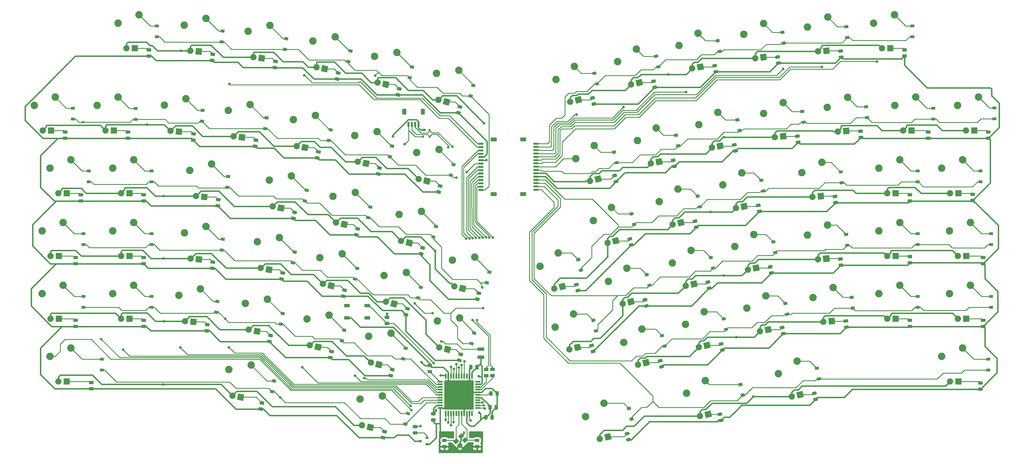
<source format=gbl>
G04 #@! TF.GenerationSoftware,KiCad,Pcbnew,(5.0.2)-1*
G04 #@! TF.CreationDate,2019-04-06T17:54:20-07:00*
G04 #@! TF.ProjectId,AergoPcb,41657267-6f50-4636-922e-6b696361645f,rev?*
G04 #@! TF.SameCoordinates,Original*
G04 #@! TF.FileFunction,Copper,L2,Bot*
G04 #@! TF.FilePolarity,Positive*
%FSLAX46Y46*%
G04 Gerber Fmt 4.6, Leading zero omitted, Abs format (unit mm)*
G04 Created by KiCad (PCBNEW (5.0.2)-1) date 4/6/2019 5:54:20 PM*
%MOMM*%
%LPD*%
G01*
G04 APERTURE LIST*
G04 #@! TA.AperFunction,ComponentPad*
%ADD10C,2.250000*%
G04 #@! TD*
G04 #@! TA.AperFunction,ComponentPad*
%ADD11C,1.905000*%
G04 #@! TD*
G04 #@! TA.AperFunction,Conductor*
%ADD12C,0.100000*%
G04 #@! TD*
G04 #@! TA.AperFunction,SMDPad,CuDef*
%ADD13C,0.975000*%
G04 #@! TD*
G04 #@! TA.AperFunction,SMDPad,CuDef*
%ADD14R,1.200000X0.900000*%
G04 #@! TD*
G04 #@! TA.AperFunction,SMDPad,CuDef*
%ADD15C,0.900000*%
G04 #@! TD*
G04 #@! TA.AperFunction,SMDPad,CuDef*
%ADD16R,2.030000X1.140000*%
G04 #@! TD*
G04 #@! TA.AperFunction,SMDPad,CuDef*
%ADD17C,1.200000*%
G04 #@! TD*
G04 #@! TA.AperFunction,SMDPad,CuDef*
%ADD18C,0.600000*%
G04 #@! TD*
G04 #@! TA.AperFunction,SMDPad,CuDef*
%ADD19R,0.900000X0.800000*%
G04 #@! TD*
G04 #@! TA.AperFunction,ComponentPad*
%ADD20R,1.905000X1.905000*%
G04 #@! TD*
G04 #@! TA.AperFunction,SMDPad,CuDef*
%ADD21R,1.800000X1.100000*%
G04 #@! TD*
G04 #@! TA.AperFunction,SMDPad,CuDef*
%ADD22R,1.500000X0.550000*%
G04 #@! TD*
G04 #@! TA.AperFunction,SMDPad,CuDef*
%ADD23R,0.550000X1.500000*%
G04 #@! TD*
G04 #@! TA.AperFunction,SMDPad,CuDef*
%ADD24R,0.600000X0.700000*%
G04 #@! TD*
G04 #@! TA.AperFunction,SMDPad,CuDef*
%ADD25R,1.000000X0.700000*%
G04 #@! TD*
G04 #@! TA.AperFunction,ViaPad*
%ADD26C,0.800000*%
G04 #@! TD*
G04 #@! TA.AperFunction,Conductor*
%ADD27C,0.381000*%
G04 #@! TD*
G04 #@! TA.AperFunction,Conductor*
%ADD28C,0.254000*%
G04 #@! TD*
G04 #@! TA.AperFunction,Conductor*
%ADD29C,0.250000*%
G04 #@! TD*
G04 APERTURE END LIST*
D10*
G04 #@! TO.P,MX_6,2*
G04 #@! TO.N,Net-(D27-Pad2)*
X202444364Y-106911329D03*
G04 #@! TO.P,MX_6,1*
G04 #@! TO.N,COL6*
X195668505Y-107839676D03*
D11*
G04 #@! TO.P,MX_6,3*
G04 #@! TO.N,+5V*
X196289611Y-115847811D03*
G04 #@! TO.P,MX_6,4*
G04 #@! TO.N,Net-(MX_6-Pad4)*
X198754162Y-116462293D03*
D12*
G04 #@! TD*
G04 #@! TO.N,Net-(MX_6-Pad4)*
G04 #@! TO.C,MX_6*
G36*
X197599525Y-117156069D02*
X198060386Y-115307656D01*
X199908799Y-115768517D01*
X199447938Y-117616930D01*
X197599525Y-117156069D01*
X197599525Y-117156069D01*
G37*
D10*
G04 #@! TO.P,MX_SPACE1,2*
G04 #@! TO.N,Net-(D66-Pad2)*
X185278972Y-181721291D03*
G04 #@! TO.P,MX_SPACE1,1*
G04 #@! TO.N,COL5*
X178503113Y-182649638D03*
D11*
G04 #@! TO.P,MX_SPACE1,3*
G04 #@! TO.N,+5V*
X179124219Y-190657773D03*
G04 #@! TO.P,MX_SPACE1,4*
G04 #@! TO.N,Net-(MX_SPACE1-Pad4)*
X181588770Y-191272255D03*
D12*
G04 #@! TD*
G04 #@! TO.N,Net-(MX_SPACE1-Pad4)*
G04 #@! TO.C,MX_SPACE1*
G36*
X180434133Y-191966031D02*
X180894994Y-190117618D01*
X182743407Y-190578479D01*
X182282546Y-192426892D01*
X180434133Y-191966031D01*
X180434133Y-191966031D01*
G37*
G04 #@! TO.N,+5V*
G04 #@! TO.C,C1*
G36*
X216929642Y-187515174D02*
X216953303Y-187518684D01*
X216976507Y-187524496D01*
X216999029Y-187532554D01*
X217020653Y-187542782D01*
X217041170Y-187555079D01*
X217060383Y-187569329D01*
X217078107Y-187585393D01*
X217094171Y-187603117D01*
X217108421Y-187622330D01*
X217120718Y-187642847D01*
X217130946Y-187664471D01*
X217139004Y-187686993D01*
X217144816Y-187710197D01*
X217148326Y-187733858D01*
X217149500Y-187757750D01*
X217149500Y-188670250D01*
X217148326Y-188694142D01*
X217144816Y-188717803D01*
X217139004Y-188741007D01*
X217130946Y-188763529D01*
X217120718Y-188785153D01*
X217108421Y-188805670D01*
X217094171Y-188824883D01*
X217078107Y-188842607D01*
X217060383Y-188858671D01*
X217041170Y-188872921D01*
X217020653Y-188885218D01*
X216999029Y-188895446D01*
X216976507Y-188903504D01*
X216953303Y-188909316D01*
X216929642Y-188912826D01*
X216905750Y-188914000D01*
X216418250Y-188914000D01*
X216394358Y-188912826D01*
X216370697Y-188909316D01*
X216347493Y-188903504D01*
X216324971Y-188895446D01*
X216303347Y-188885218D01*
X216282830Y-188872921D01*
X216263617Y-188858671D01*
X216245893Y-188842607D01*
X216229829Y-188824883D01*
X216215579Y-188805670D01*
X216203282Y-188785153D01*
X216193054Y-188763529D01*
X216184996Y-188741007D01*
X216179184Y-188717803D01*
X216175674Y-188694142D01*
X216174500Y-188670250D01*
X216174500Y-187757750D01*
X216175674Y-187733858D01*
X216179184Y-187710197D01*
X216184996Y-187686993D01*
X216193054Y-187664471D01*
X216203282Y-187642847D01*
X216215579Y-187622330D01*
X216229829Y-187603117D01*
X216245893Y-187585393D01*
X216263617Y-187569329D01*
X216282830Y-187555079D01*
X216303347Y-187542782D01*
X216324971Y-187532554D01*
X216347493Y-187524496D01*
X216370697Y-187518684D01*
X216394358Y-187515174D01*
X216418250Y-187514000D01*
X216905750Y-187514000D01*
X216929642Y-187515174D01*
X216929642Y-187515174D01*
G37*
D13*
G04 #@! TD*
G04 #@! TO.P,C1,1*
G04 #@! TO.N,+5V*
X216662000Y-188214000D03*
D12*
G04 #@! TO.N,GND*
G04 #@! TO.C,C1*
G36*
X218804642Y-187515174D02*
X218828303Y-187518684D01*
X218851507Y-187524496D01*
X218874029Y-187532554D01*
X218895653Y-187542782D01*
X218916170Y-187555079D01*
X218935383Y-187569329D01*
X218953107Y-187585393D01*
X218969171Y-187603117D01*
X218983421Y-187622330D01*
X218995718Y-187642847D01*
X219005946Y-187664471D01*
X219014004Y-187686993D01*
X219019816Y-187710197D01*
X219023326Y-187733858D01*
X219024500Y-187757750D01*
X219024500Y-188670250D01*
X219023326Y-188694142D01*
X219019816Y-188717803D01*
X219014004Y-188741007D01*
X219005946Y-188763529D01*
X218995718Y-188785153D01*
X218983421Y-188805670D01*
X218969171Y-188824883D01*
X218953107Y-188842607D01*
X218935383Y-188858671D01*
X218916170Y-188872921D01*
X218895653Y-188885218D01*
X218874029Y-188895446D01*
X218851507Y-188903504D01*
X218828303Y-188909316D01*
X218804642Y-188912826D01*
X218780750Y-188914000D01*
X218293250Y-188914000D01*
X218269358Y-188912826D01*
X218245697Y-188909316D01*
X218222493Y-188903504D01*
X218199971Y-188895446D01*
X218178347Y-188885218D01*
X218157830Y-188872921D01*
X218138617Y-188858671D01*
X218120893Y-188842607D01*
X218104829Y-188824883D01*
X218090579Y-188805670D01*
X218078282Y-188785153D01*
X218068054Y-188763529D01*
X218059996Y-188741007D01*
X218054184Y-188717803D01*
X218050674Y-188694142D01*
X218049500Y-188670250D01*
X218049500Y-187757750D01*
X218050674Y-187733858D01*
X218054184Y-187710197D01*
X218059996Y-187686993D01*
X218068054Y-187664471D01*
X218078282Y-187642847D01*
X218090579Y-187622330D01*
X218104829Y-187603117D01*
X218120893Y-187585393D01*
X218138617Y-187569329D01*
X218157830Y-187555079D01*
X218178347Y-187542782D01*
X218199971Y-187532554D01*
X218222493Y-187524496D01*
X218245697Y-187518684D01*
X218269358Y-187515174D01*
X218293250Y-187514000D01*
X218780750Y-187514000D01*
X218804642Y-187515174D01*
X218804642Y-187515174D01*
G37*
D13*
G04 #@! TD*
G04 #@! TO.P,C1,2*
G04 #@! TO.N,GND*
X218537000Y-188214000D03*
D12*
G04 #@! TO.N,GND*
G04 #@! TO.C,C2*
G36*
X212357642Y-172275174D02*
X212381303Y-172278684D01*
X212404507Y-172284496D01*
X212427029Y-172292554D01*
X212448653Y-172302782D01*
X212469170Y-172315079D01*
X212488383Y-172329329D01*
X212506107Y-172345393D01*
X212522171Y-172363117D01*
X212536421Y-172382330D01*
X212548718Y-172402847D01*
X212558946Y-172424471D01*
X212567004Y-172446993D01*
X212572816Y-172470197D01*
X212576326Y-172493858D01*
X212577500Y-172517750D01*
X212577500Y-173430250D01*
X212576326Y-173454142D01*
X212572816Y-173477803D01*
X212567004Y-173501007D01*
X212558946Y-173523529D01*
X212548718Y-173545153D01*
X212536421Y-173565670D01*
X212522171Y-173584883D01*
X212506107Y-173602607D01*
X212488383Y-173618671D01*
X212469170Y-173632921D01*
X212448653Y-173645218D01*
X212427029Y-173655446D01*
X212404507Y-173663504D01*
X212381303Y-173669316D01*
X212357642Y-173672826D01*
X212333750Y-173674000D01*
X211846250Y-173674000D01*
X211822358Y-173672826D01*
X211798697Y-173669316D01*
X211775493Y-173663504D01*
X211752971Y-173655446D01*
X211731347Y-173645218D01*
X211710830Y-173632921D01*
X211691617Y-173618671D01*
X211673893Y-173602607D01*
X211657829Y-173584883D01*
X211643579Y-173565670D01*
X211631282Y-173545153D01*
X211621054Y-173523529D01*
X211612996Y-173501007D01*
X211607184Y-173477803D01*
X211603674Y-173454142D01*
X211602500Y-173430250D01*
X211602500Y-172517750D01*
X211603674Y-172493858D01*
X211607184Y-172470197D01*
X211612996Y-172446993D01*
X211621054Y-172424471D01*
X211631282Y-172402847D01*
X211643579Y-172382330D01*
X211657829Y-172363117D01*
X211673893Y-172345393D01*
X211691617Y-172329329D01*
X211710830Y-172315079D01*
X211731347Y-172302782D01*
X211752971Y-172292554D01*
X211775493Y-172284496D01*
X211798697Y-172278684D01*
X211822358Y-172275174D01*
X211846250Y-172274000D01*
X212333750Y-172274000D01*
X212357642Y-172275174D01*
X212357642Y-172275174D01*
G37*
D13*
G04 #@! TD*
G04 #@! TO.P,C2,2*
G04 #@! TO.N,GND*
X212090000Y-172974000D03*
D12*
G04 #@! TO.N,+5V*
G04 #@! TO.C,C2*
G36*
X214232642Y-172275174D02*
X214256303Y-172278684D01*
X214279507Y-172284496D01*
X214302029Y-172292554D01*
X214323653Y-172302782D01*
X214344170Y-172315079D01*
X214363383Y-172329329D01*
X214381107Y-172345393D01*
X214397171Y-172363117D01*
X214411421Y-172382330D01*
X214423718Y-172402847D01*
X214433946Y-172424471D01*
X214442004Y-172446993D01*
X214447816Y-172470197D01*
X214451326Y-172493858D01*
X214452500Y-172517750D01*
X214452500Y-173430250D01*
X214451326Y-173454142D01*
X214447816Y-173477803D01*
X214442004Y-173501007D01*
X214433946Y-173523529D01*
X214423718Y-173545153D01*
X214411421Y-173565670D01*
X214397171Y-173584883D01*
X214381107Y-173602607D01*
X214363383Y-173618671D01*
X214344170Y-173632921D01*
X214323653Y-173645218D01*
X214302029Y-173655446D01*
X214279507Y-173663504D01*
X214256303Y-173669316D01*
X214232642Y-173672826D01*
X214208750Y-173674000D01*
X213721250Y-173674000D01*
X213697358Y-173672826D01*
X213673697Y-173669316D01*
X213650493Y-173663504D01*
X213627971Y-173655446D01*
X213606347Y-173645218D01*
X213585830Y-173632921D01*
X213566617Y-173618671D01*
X213548893Y-173602607D01*
X213532829Y-173584883D01*
X213518579Y-173565670D01*
X213506282Y-173545153D01*
X213496054Y-173523529D01*
X213487996Y-173501007D01*
X213482184Y-173477803D01*
X213478674Y-173454142D01*
X213477500Y-173430250D01*
X213477500Y-172517750D01*
X213478674Y-172493858D01*
X213482184Y-172470197D01*
X213487996Y-172446993D01*
X213496054Y-172424471D01*
X213506282Y-172402847D01*
X213518579Y-172382330D01*
X213532829Y-172363117D01*
X213548893Y-172345393D01*
X213566617Y-172329329D01*
X213585830Y-172315079D01*
X213606347Y-172302782D01*
X213627971Y-172292554D01*
X213650493Y-172284496D01*
X213673697Y-172278684D01*
X213697358Y-172275174D01*
X213721250Y-172274000D01*
X214208750Y-172274000D01*
X214232642Y-172275174D01*
X214232642Y-172275174D01*
G37*
D13*
G04 #@! TD*
G04 #@! TO.P,C2,1*
G04 #@! TO.N,+5V*
X213965000Y-172974000D03*
D12*
G04 #@! TO.N,+5V*
G04 #@! TO.C,C3*
G36*
X201203642Y-186648174D02*
X201227303Y-186651684D01*
X201250507Y-186657496D01*
X201273029Y-186665554D01*
X201294653Y-186675782D01*
X201315170Y-186688079D01*
X201334383Y-186702329D01*
X201352107Y-186718393D01*
X201368171Y-186736117D01*
X201382421Y-186755330D01*
X201394718Y-186775847D01*
X201404946Y-186797471D01*
X201413004Y-186819993D01*
X201418816Y-186843197D01*
X201422326Y-186866858D01*
X201423500Y-186890750D01*
X201423500Y-187378250D01*
X201422326Y-187402142D01*
X201418816Y-187425803D01*
X201413004Y-187449007D01*
X201404946Y-187471529D01*
X201394718Y-187493153D01*
X201382421Y-187513670D01*
X201368171Y-187532883D01*
X201352107Y-187550607D01*
X201334383Y-187566671D01*
X201315170Y-187580921D01*
X201294653Y-187593218D01*
X201273029Y-187603446D01*
X201250507Y-187611504D01*
X201227303Y-187617316D01*
X201203642Y-187620826D01*
X201179750Y-187622000D01*
X200267250Y-187622000D01*
X200243358Y-187620826D01*
X200219697Y-187617316D01*
X200196493Y-187611504D01*
X200173971Y-187603446D01*
X200152347Y-187593218D01*
X200131830Y-187580921D01*
X200112617Y-187566671D01*
X200094893Y-187550607D01*
X200078829Y-187532883D01*
X200064579Y-187513670D01*
X200052282Y-187493153D01*
X200042054Y-187471529D01*
X200033996Y-187449007D01*
X200028184Y-187425803D01*
X200024674Y-187402142D01*
X200023500Y-187378250D01*
X200023500Y-186890750D01*
X200024674Y-186866858D01*
X200028184Y-186843197D01*
X200033996Y-186819993D01*
X200042054Y-186797471D01*
X200052282Y-186775847D01*
X200064579Y-186755330D01*
X200078829Y-186736117D01*
X200094893Y-186718393D01*
X200112617Y-186702329D01*
X200131830Y-186688079D01*
X200152347Y-186675782D01*
X200173971Y-186665554D01*
X200196493Y-186657496D01*
X200219697Y-186651684D01*
X200243358Y-186648174D01*
X200267250Y-186647000D01*
X201179750Y-186647000D01*
X201203642Y-186648174D01*
X201203642Y-186648174D01*
G37*
D13*
G04 #@! TD*
G04 #@! TO.P,C3,1*
G04 #@! TO.N,+5V*
X200723500Y-187134500D03*
D12*
G04 #@! TO.N,GND*
G04 #@! TO.C,C3*
G36*
X201203642Y-188523174D02*
X201227303Y-188526684D01*
X201250507Y-188532496D01*
X201273029Y-188540554D01*
X201294653Y-188550782D01*
X201315170Y-188563079D01*
X201334383Y-188577329D01*
X201352107Y-188593393D01*
X201368171Y-188611117D01*
X201382421Y-188630330D01*
X201394718Y-188650847D01*
X201404946Y-188672471D01*
X201413004Y-188694993D01*
X201418816Y-188718197D01*
X201422326Y-188741858D01*
X201423500Y-188765750D01*
X201423500Y-189253250D01*
X201422326Y-189277142D01*
X201418816Y-189300803D01*
X201413004Y-189324007D01*
X201404946Y-189346529D01*
X201394718Y-189368153D01*
X201382421Y-189388670D01*
X201368171Y-189407883D01*
X201352107Y-189425607D01*
X201334383Y-189441671D01*
X201315170Y-189455921D01*
X201294653Y-189468218D01*
X201273029Y-189478446D01*
X201250507Y-189486504D01*
X201227303Y-189492316D01*
X201203642Y-189495826D01*
X201179750Y-189497000D01*
X200267250Y-189497000D01*
X200243358Y-189495826D01*
X200219697Y-189492316D01*
X200196493Y-189486504D01*
X200173971Y-189478446D01*
X200152347Y-189468218D01*
X200131830Y-189455921D01*
X200112617Y-189441671D01*
X200094893Y-189425607D01*
X200078829Y-189407883D01*
X200064579Y-189388670D01*
X200052282Y-189368153D01*
X200042054Y-189346529D01*
X200033996Y-189324007D01*
X200028184Y-189300803D01*
X200024674Y-189277142D01*
X200023500Y-189253250D01*
X200023500Y-188765750D01*
X200024674Y-188741858D01*
X200028184Y-188718197D01*
X200033996Y-188694993D01*
X200042054Y-188672471D01*
X200052282Y-188650847D01*
X200064579Y-188630330D01*
X200078829Y-188611117D01*
X200094893Y-188593393D01*
X200112617Y-188577329D01*
X200131830Y-188563079D01*
X200152347Y-188550782D01*
X200173971Y-188540554D01*
X200196493Y-188532496D01*
X200219697Y-188526684D01*
X200243358Y-188523174D01*
X200267250Y-188522000D01*
X201179750Y-188522000D01*
X201203642Y-188523174D01*
X201203642Y-188523174D01*
G37*
D13*
G04 #@! TD*
G04 #@! TO.P,C3,2*
G04 #@! TO.N,GND*
X200723500Y-189009500D03*
D12*
G04 #@! TO.N,GND*
G04 #@! TO.C,C4*
G36*
X220074642Y-184467174D02*
X220098303Y-184470684D01*
X220121507Y-184476496D01*
X220144029Y-184484554D01*
X220165653Y-184494782D01*
X220186170Y-184507079D01*
X220205383Y-184521329D01*
X220223107Y-184537393D01*
X220239171Y-184555117D01*
X220253421Y-184574330D01*
X220265718Y-184594847D01*
X220275946Y-184616471D01*
X220284004Y-184638993D01*
X220289816Y-184662197D01*
X220293326Y-184685858D01*
X220294500Y-184709750D01*
X220294500Y-185622250D01*
X220293326Y-185646142D01*
X220289816Y-185669803D01*
X220284004Y-185693007D01*
X220275946Y-185715529D01*
X220265718Y-185737153D01*
X220253421Y-185757670D01*
X220239171Y-185776883D01*
X220223107Y-185794607D01*
X220205383Y-185810671D01*
X220186170Y-185824921D01*
X220165653Y-185837218D01*
X220144029Y-185847446D01*
X220121507Y-185855504D01*
X220098303Y-185861316D01*
X220074642Y-185864826D01*
X220050750Y-185866000D01*
X219563250Y-185866000D01*
X219539358Y-185864826D01*
X219515697Y-185861316D01*
X219492493Y-185855504D01*
X219469971Y-185847446D01*
X219448347Y-185837218D01*
X219427830Y-185824921D01*
X219408617Y-185810671D01*
X219390893Y-185794607D01*
X219374829Y-185776883D01*
X219360579Y-185757670D01*
X219348282Y-185737153D01*
X219338054Y-185715529D01*
X219329996Y-185693007D01*
X219324184Y-185669803D01*
X219320674Y-185646142D01*
X219319500Y-185622250D01*
X219319500Y-184709750D01*
X219320674Y-184685858D01*
X219324184Y-184662197D01*
X219329996Y-184638993D01*
X219338054Y-184616471D01*
X219348282Y-184594847D01*
X219360579Y-184574330D01*
X219374829Y-184555117D01*
X219390893Y-184537393D01*
X219408617Y-184521329D01*
X219427830Y-184507079D01*
X219448347Y-184494782D01*
X219469971Y-184484554D01*
X219492493Y-184476496D01*
X219515697Y-184470684D01*
X219539358Y-184467174D01*
X219563250Y-184466000D01*
X220050750Y-184466000D01*
X220074642Y-184467174D01*
X220074642Y-184467174D01*
G37*
D13*
G04 #@! TD*
G04 #@! TO.P,C4,2*
G04 #@! TO.N,GND*
X219807000Y-185166000D03*
D12*
G04 #@! TO.N,+5V*
G04 #@! TO.C,C4*
G36*
X218199642Y-184467174D02*
X218223303Y-184470684D01*
X218246507Y-184476496D01*
X218269029Y-184484554D01*
X218290653Y-184494782D01*
X218311170Y-184507079D01*
X218330383Y-184521329D01*
X218348107Y-184537393D01*
X218364171Y-184555117D01*
X218378421Y-184574330D01*
X218390718Y-184594847D01*
X218400946Y-184616471D01*
X218409004Y-184638993D01*
X218414816Y-184662197D01*
X218418326Y-184685858D01*
X218419500Y-184709750D01*
X218419500Y-185622250D01*
X218418326Y-185646142D01*
X218414816Y-185669803D01*
X218409004Y-185693007D01*
X218400946Y-185715529D01*
X218390718Y-185737153D01*
X218378421Y-185757670D01*
X218364171Y-185776883D01*
X218348107Y-185794607D01*
X218330383Y-185810671D01*
X218311170Y-185824921D01*
X218290653Y-185837218D01*
X218269029Y-185847446D01*
X218246507Y-185855504D01*
X218223303Y-185861316D01*
X218199642Y-185864826D01*
X218175750Y-185866000D01*
X217688250Y-185866000D01*
X217664358Y-185864826D01*
X217640697Y-185861316D01*
X217617493Y-185855504D01*
X217594971Y-185847446D01*
X217573347Y-185837218D01*
X217552830Y-185824921D01*
X217533617Y-185810671D01*
X217515893Y-185794607D01*
X217499829Y-185776883D01*
X217485579Y-185757670D01*
X217473282Y-185737153D01*
X217463054Y-185715529D01*
X217454996Y-185693007D01*
X217449184Y-185669803D01*
X217445674Y-185646142D01*
X217444500Y-185622250D01*
X217444500Y-184709750D01*
X217445674Y-184685858D01*
X217449184Y-184662197D01*
X217454996Y-184638993D01*
X217463054Y-184616471D01*
X217473282Y-184594847D01*
X217485579Y-184574330D01*
X217499829Y-184555117D01*
X217515893Y-184537393D01*
X217533617Y-184521329D01*
X217552830Y-184507079D01*
X217573347Y-184494782D01*
X217594971Y-184484554D01*
X217617493Y-184476496D01*
X217640697Y-184470684D01*
X217664358Y-184467174D01*
X217688250Y-184466000D01*
X218175750Y-184466000D01*
X218199642Y-184467174D01*
X218199642Y-184467174D01*
G37*
D13*
G04 #@! TD*
G04 #@! TO.P,C4,1*
G04 #@! TO.N,+5V*
X217932000Y-185166000D03*
D12*
G04 #@! TO.N,Net-(C5-Pad1)*
G04 #@! TO.C,C5*
G36*
X204543742Y-194738074D02*
X204567403Y-194741584D01*
X204590607Y-194747396D01*
X204613129Y-194755454D01*
X204634753Y-194765682D01*
X204655270Y-194777979D01*
X204674483Y-194792229D01*
X204692207Y-194808293D01*
X204708271Y-194826017D01*
X204722521Y-194845230D01*
X204734818Y-194865747D01*
X204745046Y-194887371D01*
X204753104Y-194909893D01*
X204758916Y-194933097D01*
X204762426Y-194956758D01*
X204763600Y-194980650D01*
X204763600Y-195468150D01*
X204762426Y-195492042D01*
X204758916Y-195515703D01*
X204753104Y-195538907D01*
X204745046Y-195561429D01*
X204734818Y-195583053D01*
X204722521Y-195603570D01*
X204708271Y-195622783D01*
X204692207Y-195640507D01*
X204674483Y-195656571D01*
X204655270Y-195670821D01*
X204634753Y-195683118D01*
X204613129Y-195693346D01*
X204590607Y-195701404D01*
X204567403Y-195707216D01*
X204543742Y-195710726D01*
X204519850Y-195711900D01*
X203607350Y-195711900D01*
X203583458Y-195710726D01*
X203559797Y-195707216D01*
X203536593Y-195701404D01*
X203514071Y-195693346D01*
X203492447Y-195683118D01*
X203471930Y-195670821D01*
X203452717Y-195656571D01*
X203434993Y-195640507D01*
X203418929Y-195622783D01*
X203404679Y-195603570D01*
X203392382Y-195583053D01*
X203382154Y-195561429D01*
X203374096Y-195538907D01*
X203368284Y-195515703D01*
X203364774Y-195492042D01*
X203363600Y-195468150D01*
X203363600Y-194980650D01*
X203364774Y-194956758D01*
X203368284Y-194933097D01*
X203374096Y-194909893D01*
X203382154Y-194887371D01*
X203392382Y-194865747D01*
X203404679Y-194845230D01*
X203418929Y-194826017D01*
X203434993Y-194808293D01*
X203452717Y-194792229D01*
X203471930Y-194777979D01*
X203492447Y-194765682D01*
X203514071Y-194755454D01*
X203536593Y-194747396D01*
X203559797Y-194741584D01*
X203583458Y-194738074D01*
X203607350Y-194736900D01*
X204519850Y-194736900D01*
X204543742Y-194738074D01*
X204543742Y-194738074D01*
G37*
D13*
G04 #@! TD*
G04 #@! TO.P,C5,1*
G04 #@! TO.N,Net-(C5-Pad1)*
X204063600Y-195224400D03*
D12*
G04 #@! TO.N,GND*
G04 #@! TO.C,C5*
G36*
X204543742Y-196613074D02*
X204567403Y-196616584D01*
X204590607Y-196622396D01*
X204613129Y-196630454D01*
X204634753Y-196640682D01*
X204655270Y-196652979D01*
X204674483Y-196667229D01*
X204692207Y-196683293D01*
X204708271Y-196701017D01*
X204722521Y-196720230D01*
X204734818Y-196740747D01*
X204745046Y-196762371D01*
X204753104Y-196784893D01*
X204758916Y-196808097D01*
X204762426Y-196831758D01*
X204763600Y-196855650D01*
X204763600Y-197343150D01*
X204762426Y-197367042D01*
X204758916Y-197390703D01*
X204753104Y-197413907D01*
X204745046Y-197436429D01*
X204734818Y-197458053D01*
X204722521Y-197478570D01*
X204708271Y-197497783D01*
X204692207Y-197515507D01*
X204674483Y-197531571D01*
X204655270Y-197545821D01*
X204634753Y-197558118D01*
X204613129Y-197568346D01*
X204590607Y-197576404D01*
X204567403Y-197582216D01*
X204543742Y-197585726D01*
X204519850Y-197586900D01*
X203607350Y-197586900D01*
X203583458Y-197585726D01*
X203559797Y-197582216D01*
X203536593Y-197576404D01*
X203514071Y-197568346D01*
X203492447Y-197558118D01*
X203471930Y-197545821D01*
X203452717Y-197531571D01*
X203434993Y-197515507D01*
X203418929Y-197497783D01*
X203404679Y-197478570D01*
X203392382Y-197458053D01*
X203382154Y-197436429D01*
X203374096Y-197413907D01*
X203368284Y-197390703D01*
X203364774Y-197367042D01*
X203363600Y-197343150D01*
X203363600Y-196855650D01*
X203364774Y-196831758D01*
X203368284Y-196808097D01*
X203374096Y-196784893D01*
X203382154Y-196762371D01*
X203392382Y-196740747D01*
X203404679Y-196720230D01*
X203418929Y-196701017D01*
X203434993Y-196683293D01*
X203452717Y-196667229D01*
X203471930Y-196652979D01*
X203492447Y-196640682D01*
X203514071Y-196630454D01*
X203536593Y-196622396D01*
X203559797Y-196616584D01*
X203583458Y-196613074D01*
X203607350Y-196611900D01*
X204519850Y-196611900D01*
X204543742Y-196613074D01*
X204543742Y-196613074D01*
G37*
D13*
G04 #@! TD*
G04 #@! TO.P,C5,2*
G04 #@! TO.N,GND*
X204063600Y-197099400D03*
D12*
G04 #@! TO.N,Net-(C6-Pad1)*
G04 #@! TO.C,C6*
G36*
X214449742Y-194738074D02*
X214473403Y-194741584D01*
X214496607Y-194747396D01*
X214519129Y-194755454D01*
X214540753Y-194765682D01*
X214561270Y-194777979D01*
X214580483Y-194792229D01*
X214598207Y-194808293D01*
X214614271Y-194826017D01*
X214628521Y-194845230D01*
X214640818Y-194865747D01*
X214651046Y-194887371D01*
X214659104Y-194909893D01*
X214664916Y-194933097D01*
X214668426Y-194956758D01*
X214669600Y-194980650D01*
X214669600Y-195468150D01*
X214668426Y-195492042D01*
X214664916Y-195515703D01*
X214659104Y-195538907D01*
X214651046Y-195561429D01*
X214640818Y-195583053D01*
X214628521Y-195603570D01*
X214614271Y-195622783D01*
X214598207Y-195640507D01*
X214580483Y-195656571D01*
X214561270Y-195670821D01*
X214540753Y-195683118D01*
X214519129Y-195693346D01*
X214496607Y-195701404D01*
X214473403Y-195707216D01*
X214449742Y-195710726D01*
X214425850Y-195711900D01*
X213513350Y-195711900D01*
X213489458Y-195710726D01*
X213465797Y-195707216D01*
X213442593Y-195701404D01*
X213420071Y-195693346D01*
X213398447Y-195683118D01*
X213377930Y-195670821D01*
X213358717Y-195656571D01*
X213340993Y-195640507D01*
X213324929Y-195622783D01*
X213310679Y-195603570D01*
X213298382Y-195583053D01*
X213288154Y-195561429D01*
X213280096Y-195538907D01*
X213274284Y-195515703D01*
X213270774Y-195492042D01*
X213269600Y-195468150D01*
X213269600Y-194980650D01*
X213270774Y-194956758D01*
X213274284Y-194933097D01*
X213280096Y-194909893D01*
X213288154Y-194887371D01*
X213298382Y-194865747D01*
X213310679Y-194845230D01*
X213324929Y-194826017D01*
X213340993Y-194808293D01*
X213358717Y-194792229D01*
X213377930Y-194777979D01*
X213398447Y-194765682D01*
X213420071Y-194755454D01*
X213442593Y-194747396D01*
X213465797Y-194741584D01*
X213489458Y-194738074D01*
X213513350Y-194736900D01*
X214425850Y-194736900D01*
X214449742Y-194738074D01*
X214449742Y-194738074D01*
G37*
D13*
G04 #@! TD*
G04 #@! TO.P,C6,1*
G04 #@! TO.N,Net-(C6-Pad1)*
X213969600Y-195224400D03*
D12*
G04 #@! TO.N,GND*
G04 #@! TO.C,C6*
G36*
X214449742Y-196613074D02*
X214473403Y-196616584D01*
X214496607Y-196622396D01*
X214519129Y-196630454D01*
X214540753Y-196640682D01*
X214561270Y-196652979D01*
X214580483Y-196667229D01*
X214598207Y-196683293D01*
X214614271Y-196701017D01*
X214628521Y-196720230D01*
X214640818Y-196740747D01*
X214651046Y-196762371D01*
X214659104Y-196784893D01*
X214664916Y-196808097D01*
X214668426Y-196831758D01*
X214669600Y-196855650D01*
X214669600Y-197343150D01*
X214668426Y-197367042D01*
X214664916Y-197390703D01*
X214659104Y-197413907D01*
X214651046Y-197436429D01*
X214640818Y-197458053D01*
X214628521Y-197478570D01*
X214614271Y-197497783D01*
X214598207Y-197515507D01*
X214580483Y-197531571D01*
X214561270Y-197545821D01*
X214540753Y-197558118D01*
X214519129Y-197568346D01*
X214496607Y-197576404D01*
X214473403Y-197582216D01*
X214449742Y-197585726D01*
X214425850Y-197586900D01*
X213513350Y-197586900D01*
X213489458Y-197585726D01*
X213465797Y-197582216D01*
X213442593Y-197576404D01*
X213420071Y-197568346D01*
X213398447Y-197558118D01*
X213377930Y-197545821D01*
X213358717Y-197531571D01*
X213340993Y-197515507D01*
X213324929Y-197497783D01*
X213310679Y-197478570D01*
X213298382Y-197458053D01*
X213288154Y-197436429D01*
X213280096Y-197413907D01*
X213274284Y-197390703D01*
X213270774Y-197367042D01*
X213269600Y-197343150D01*
X213269600Y-196855650D01*
X213270774Y-196831758D01*
X213274284Y-196808097D01*
X213280096Y-196784893D01*
X213288154Y-196762371D01*
X213298382Y-196740747D01*
X213310679Y-196720230D01*
X213324929Y-196701017D01*
X213340993Y-196683293D01*
X213358717Y-196667229D01*
X213377930Y-196652979D01*
X213398447Y-196640682D01*
X213420071Y-196630454D01*
X213442593Y-196622396D01*
X213465797Y-196616584D01*
X213489458Y-196613074D01*
X213513350Y-196611900D01*
X214425850Y-196611900D01*
X214449742Y-196613074D01*
X214449742Y-196613074D01*
G37*
D13*
G04 #@! TD*
G04 #@! TO.P,C6,2*
G04 #@! TO.N,GND*
X213969600Y-197099400D03*
D12*
G04 #@! TO.N,GND*
G04 #@! TO.C,C7*
G36*
X220358642Y-180276174D02*
X220382303Y-180279684D01*
X220405507Y-180285496D01*
X220428029Y-180293554D01*
X220449653Y-180303782D01*
X220470170Y-180316079D01*
X220489383Y-180330329D01*
X220507107Y-180346393D01*
X220523171Y-180364117D01*
X220537421Y-180383330D01*
X220549718Y-180403847D01*
X220559946Y-180425471D01*
X220568004Y-180447993D01*
X220573816Y-180471197D01*
X220577326Y-180494858D01*
X220578500Y-180518750D01*
X220578500Y-181431250D01*
X220577326Y-181455142D01*
X220573816Y-181478803D01*
X220568004Y-181502007D01*
X220559946Y-181524529D01*
X220549718Y-181546153D01*
X220537421Y-181566670D01*
X220523171Y-181585883D01*
X220507107Y-181603607D01*
X220489383Y-181619671D01*
X220470170Y-181633921D01*
X220449653Y-181646218D01*
X220428029Y-181656446D01*
X220405507Y-181664504D01*
X220382303Y-181670316D01*
X220358642Y-181673826D01*
X220334750Y-181675000D01*
X219847250Y-181675000D01*
X219823358Y-181673826D01*
X219799697Y-181670316D01*
X219776493Y-181664504D01*
X219753971Y-181656446D01*
X219732347Y-181646218D01*
X219711830Y-181633921D01*
X219692617Y-181619671D01*
X219674893Y-181603607D01*
X219658829Y-181585883D01*
X219644579Y-181566670D01*
X219632282Y-181546153D01*
X219622054Y-181524529D01*
X219613996Y-181502007D01*
X219608184Y-181478803D01*
X219604674Y-181455142D01*
X219603500Y-181431250D01*
X219603500Y-180518750D01*
X219604674Y-180494858D01*
X219608184Y-180471197D01*
X219613996Y-180447993D01*
X219622054Y-180425471D01*
X219632282Y-180403847D01*
X219644579Y-180383330D01*
X219658829Y-180364117D01*
X219674893Y-180346393D01*
X219692617Y-180330329D01*
X219711830Y-180316079D01*
X219732347Y-180303782D01*
X219753971Y-180293554D01*
X219776493Y-180285496D01*
X219799697Y-180279684D01*
X219823358Y-180276174D01*
X219847250Y-180275000D01*
X220334750Y-180275000D01*
X220358642Y-180276174D01*
X220358642Y-180276174D01*
G37*
D13*
G04 #@! TD*
G04 #@! TO.P,C7,2*
G04 #@! TO.N,GND*
X220091000Y-180975000D03*
D12*
G04 #@! TO.N,Net-(C7-Pad1)*
G04 #@! TO.C,C7*
G36*
X218483642Y-180276174D02*
X218507303Y-180279684D01*
X218530507Y-180285496D01*
X218553029Y-180293554D01*
X218574653Y-180303782D01*
X218595170Y-180316079D01*
X218614383Y-180330329D01*
X218632107Y-180346393D01*
X218648171Y-180364117D01*
X218662421Y-180383330D01*
X218674718Y-180403847D01*
X218684946Y-180425471D01*
X218693004Y-180447993D01*
X218698816Y-180471197D01*
X218702326Y-180494858D01*
X218703500Y-180518750D01*
X218703500Y-181431250D01*
X218702326Y-181455142D01*
X218698816Y-181478803D01*
X218693004Y-181502007D01*
X218684946Y-181524529D01*
X218674718Y-181546153D01*
X218662421Y-181566670D01*
X218648171Y-181585883D01*
X218632107Y-181603607D01*
X218614383Y-181619671D01*
X218595170Y-181633921D01*
X218574653Y-181646218D01*
X218553029Y-181656446D01*
X218530507Y-181664504D01*
X218507303Y-181670316D01*
X218483642Y-181673826D01*
X218459750Y-181675000D01*
X217972250Y-181675000D01*
X217948358Y-181673826D01*
X217924697Y-181670316D01*
X217901493Y-181664504D01*
X217878971Y-181656446D01*
X217857347Y-181646218D01*
X217836830Y-181633921D01*
X217817617Y-181619671D01*
X217799893Y-181603607D01*
X217783829Y-181585883D01*
X217769579Y-181566670D01*
X217757282Y-181546153D01*
X217747054Y-181524529D01*
X217738996Y-181502007D01*
X217733184Y-181478803D01*
X217729674Y-181455142D01*
X217728500Y-181431250D01*
X217728500Y-180518750D01*
X217729674Y-180494858D01*
X217733184Y-180471197D01*
X217738996Y-180447993D01*
X217747054Y-180425471D01*
X217757282Y-180403847D01*
X217769579Y-180383330D01*
X217783829Y-180364117D01*
X217799893Y-180346393D01*
X217817617Y-180330329D01*
X217836830Y-180316079D01*
X217857347Y-180303782D01*
X217878971Y-180293554D01*
X217901493Y-180285496D01*
X217924697Y-180279684D01*
X217948358Y-180276174D01*
X217972250Y-180275000D01*
X218459750Y-180275000D01*
X218483642Y-180276174D01*
X218483642Y-180276174D01*
G37*
D13*
G04 #@! TD*
G04 #@! TO.P,C7,1*
G04 #@! TO.N,Net-(C7-Pad1)*
X218216000Y-180975000D03*
D14*
G04 #@! TO.P,D11,1*
G04 #@! TO.N,ROW0*
X116838250Y-72673250D03*
G04 #@! TO.P,D11,2*
G04 #@! TO.N,Net-(D11-Pad2)*
X116838250Y-69373250D03*
G04 #@! TD*
D15*
G04 #@! TO.P,D12,2*
G04 #@! TO.N,Net-(D12-Pad2)*
X136801299Y-70937565D03*
D12*
G04 #@! TD*
G04 #@! TO.N,Net-(D12-Pad2)*
G04 #@! TO.C,D12*
G36*
X137359796Y-71438146D02*
X136164362Y-71333559D01*
X136242802Y-70436984D01*
X137438236Y-70541571D01*
X137359796Y-71438146D01*
X137359796Y-71438146D01*
G37*
D15*
G04 #@! TO.P,D12,1*
G04 #@! TO.N,ROW0*
X136513685Y-74225007D03*
D12*
G04 #@! TD*
G04 #@! TO.N,ROW0*
G04 #@! TO.C,D12*
G36*
X137072182Y-74725588D02*
X135876748Y-74621001D01*
X135955188Y-73724426D01*
X137150622Y-73829013D01*
X137072182Y-74725588D01*
X137072182Y-74725588D01*
G37*
D15*
G04 #@! TO.P,D13,1*
G04 #@! TO.N,ROW0*
X155702618Y-76520755D03*
D12*
G04 #@! TD*
G04 #@! TO.N,ROW0*
G04 #@! TO.C,D13*
G36*
X156243304Y-77040522D02*
X155052249Y-76894279D01*
X155161932Y-76000988D01*
X156352987Y-76147231D01*
X156243304Y-77040522D01*
X156243304Y-77040522D01*
G37*
D15*
G04 #@! TO.P,D13,2*
G04 #@! TO.N,Net-(D13-Pad2)*
X156104786Y-73245353D03*
D12*
G04 #@! TD*
G04 #@! TO.N,Net-(D13-Pad2)*
G04 #@! TO.C,D13*
G36*
X156645472Y-73765120D02*
X155454417Y-73618877D01*
X155564100Y-72725586D01*
X156755155Y-72871829D01*
X156645472Y-73765120D01*
X156645472Y-73765120D01*
G37*
D15*
G04 #@! TO.P,D14,2*
G04 #@! TO.N,Net-(D14-Pad2)*
X175597176Y-76983260D03*
D12*
G04 #@! TD*
G04 #@! TO.N,Net-(D14-Pad2)*
G04 #@! TO.C,D14*
G36*
X176100288Y-77539478D02*
X174922336Y-77310507D01*
X175094064Y-76427042D01*
X176272016Y-76656013D01*
X176100288Y-77539478D01*
X176100288Y-77539478D01*
G37*
D15*
G04 #@! TO.P,D14,1*
G04 #@! TO.N,ROW0*
X174967506Y-80222630D03*
D12*
G04 #@! TD*
G04 #@! TO.N,ROW0*
G04 #@! TO.C,D14*
G36*
X175470618Y-80778848D02*
X174292666Y-80549877D01*
X174464394Y-79666412D01*
X175642346Y-79895383D01*
X175470618Y-80778848D01*
X175470618Y-80778848D01*
G37*
D15*
G04 #@! TO.P,D15,2*
G04 #@! TO.N,Net-(D15-Pad2)*
X194220845Y-81843971D03*
D12*
G04 #@! TD*
G04 #@! TO.N,Net-(D15-Pad2)*
G04 #@! TO.C,D15*
G36*
X194714173Y-82408884D02*
X193540396Y-82159390D01*
X193727517Y-81279058D01*
X194901294Y-81528552D01*
X194714173Y-82408884D01*
X194714173Y-82408884D01*
G37*
D15*
G04 #@! TO.P,D15,1*
G04 #@! TO.N,ROW0*
X193534737Y-85071859D03*
D12*
G04 #@! TD*
G04 #@! TO.N,ROW0*
G04 #@! TO.C,D15*
G36*
X194028065Y-85636772D02*
X192854288Y-85387278D01*
X193041409Y-84506946D01*
X194215186Y-84756440D01*
X194028065Y-85636772D01*
X194028065Y-85636772D01*
G37*
D15*
G04 #@! TO.P,D16,1*
G04 #@! TO.N,ROW0*
X212059421Y-90659350D03*
D12*
G04 #@! TD*
G04 #@! TO.N,ROW0*
G04 #@! TO.C,D16*
G36*
X212532734Y-91241136D02*
X211368379Y-90950830D01*
X211586108Y-90077564D01*
X212750463Y-90367870D01*
X212532734Y-91241136D01*
X212532734Y-91241136D01*
G37*
D15*
G04 #@! TO.P,D16,2*
G04 #@! TO.N,Net-(D16-Pad2)*
X212857763Y-87457374D03*
D12*
G04 #@! TD*
G04 #@! TO.N,Net-(D16-Pad2)*
G04 #@! TO.C,D16*
G36*
X213331076Y-88039160D02*
X212166721Y-87748854D01*
X212384450Y-86875588D01*
X213548805Y-87165894D01*
X213331076Y-88039160D01*
X213331076Y-88039160D01*
G37*
D15*
G04 #@! TO.P,D19,1*
G04 #@! TO.N,ROW0R*
X250382713Y-86940326D03*
D12*
G04 #@! TD*
G04 #@! TO.N,ROW0R*
G04 #@! TO.C,D19*
G36*
X251073755Y-87231806D02*
X249909400Y-87522112D01*
X249691671Y-86648846D01*
X250856026Y-86358540D01*
X251073755Y-87231806D01*
X251073755Y-87231806D01*
G37*
D15*
G04 #@! TO.P,D19,2*
G04 #@! TO.N,Net-(D19-Pad2)*
X249584371Y-83738350D03*
D12*
G04 #@! TD*
G04 #@! TO.N,Net-(D19-Pad2)*
G04 #@! TO.C,D19*
G36*
X250275413Y-84029830D02*
X249111058Y-84320136D01*
X248893329Y-83446870D01*
X250057684Y-83156564D01*
X250275413Y-84029830D01*
X250275413Y-84029830D01*
G37*
D14*
G04 #@! TO.P,D21,1*
G04 #@! TO.N,ROW1*
X91408250Y-97631250D03*
G04 #@! TO.P,D21,2*
G04 #@! TO.N,Net-(D21-Pad2)*
X91408250Y-94331250D03*
G04 #@! TD*
G04 #@! TO.P,D22,2*
G04 #@! TO.N,Net-(D22-Pad2)*
X110458250Y-94456250D03*
G04 #@! TO.P,D22,1*
G04 #@! TO.N,ROW1*
X110458250Y-97756250D03*
G04 #@! TD*
D15*
G04 #@! TO.P,D23,1*
G04 #@! TO.N,ROW1*
X130569788Y-98307491D03*
D12*
G04 #@! TD*
G04 #@! TO.N,ROW1*
G04 #@! TO.C,D23*
G36*
X131145415Y-98788276D02*
X129947059Y-98725473D01*
X129994161Y-97826706D01*
X131192517Y-97889509D01*
X131145415Y-98788276D01*
X131145415Y-98788276D01*
G37*
D15*
G04 #@! TO.P,D23,2*
G04 #@! TO.N,Net-(D23-Pad2)*
X130742496Y-95012013D03*
D12*
G04 #@! TD*
G04 #@! TO.N,Net-(D23-Pad2)*
G04 #@! TO.C,D23*
G36*
X131318123Y-95492798D02*
X130119767Y-95429995D01*
X130166869Y-94531228D01*
X131365225Y-94594031D01*
X131318123Y-95492798D01*
X131318123Y-95492798D01*
G37*
D15*
G04 #@! TO.P,D24,2*
G04 #@! TO.N,Net-(D24-Pad2)*
X150114486Y-97272453D03*
D12*
G04 #@! TD*
G04 #@! TO.N,Net-(D24-Pad2)*
G04 #@! TO.C,D24*
G36*
X150655172Y-97792220D02*
X149464117Y-97645977D01*
X149573800Y-96752686D01*
X150764855Y-96898929D01*
X150655172Y-97792220D01*
X150655172Y-97792220D01*
G37*
D15*
G04 #@! TO.P,D24,1*
G04 #@! TO.N,ROW1*
X149712318Y-100547855D03*
D12*
G04 #@! TD*
G04 #@! TO.N,ROW1*
G04 #@! TO.C,D24*
G36*
X150253004Y-101067622D02*
X149061949Y-100921379D01*
X149171632Y-100028088D01*
X150362687Y-100174331D01*
X150253004Y-101067622D01*
X150253004Y-101067622D01*
G37*
D15*
G04 #@! TO.P,D25,2*
G04 #@! TO.N,Net-(D25-Pad2)*
X169606576Y-100920560D03*
D12*
G04 #@! TD*
G04 #@! TO.N,Net-(D25-Pad2)*
G04 #@! TO.C,D25*
G36*
X170109688Y-101476778D02*
X168931736Y-101247807D01*
X169103464Y-100364342D01*
X170281416Y-100593313D01*
X170109688Y-101476778D01*
X170109688Y-101476778D01*
G37*
D15*
G04 #@! TO.P,D25,1*
G04 #@! TO.N,ROW1*
X168976906Y-104159930D03*
D12*
G04 #@! TD*
G04 #@! TO.N,ROW1*
G04 #@! TO.C,D25*
G36*
X169480018Y-104716148D02*
X168302066Y-104487177D01*
X168473794Y-103603712D01*
X169651746Y-103832683D01*
X169480018Y-104716148D01*
X169480018Y-104716148D01*
G37*
D15*
G04 #@! TO.P,D26,1*
G04 #@! TO.N,ROW1*
X187543937Y-109099259D03*
D12*
G04 #@! TD*
G04 #@! TO.N,ROW1*
G04 #@! TO.C,D26*
G36*
X188037265Y-109664172D02*
X186863488Y-109414678D01*
X187050609Y-108534346D01*
X188224386Y-108783840D01*
X188037265Y-109664172D01*
X188037265Y-109664172D01*
G37*
D15*
G04 #@! TO.P,D26,2*
G04 #@! TO.N,Net-(D26-Pad2)*
X188230045Y-105871371D03*
D12*
G04 #@! TD*
G04 #@! TO.N,Net-(D26-Pad2)*
G04 #@! TO.C,D26*
G36*
X188723373Y-106436284D02*
X187549596Y-106186790D01*
X187736717Y-105306458D01*
X188910494Y-105555952D01*
X188723373Y-106436284D01*
X188723373Y-106436284D01*
G37*
D15*
G04 #@! TO.P,D27,2*
G04 #@! TO.N,Net-(D27-Pad2)*
X206866863Y-111484574D03*
D12*
G04 #@! TD*
G04 #@! TO.N,Net-(D27-Pad2)*
G04 #@! TO.C,D27*
G36*
X207340176Y-112066360D02*
X206175821Y-111776054D01*
X206393550Y-110902788D01*
X207557905Y-111193094D01*
X207340176Y-112066360D01*
X207340176Y-112066360D01*
G37*
D15*
G04 #@! TO.P,D27,1*
G04 #@! TO.N,ROW1*
X206068521Y-114686550D03*
D12*
G04 #@! TD*
G04 #@! TO.N,ROW1*
G04 #@! TO.C,D27*
G36*
X206541834Y-115268336D02*
X205377479Y-114978030D01*
X205595208Y-114104764D01*
X206759563Y-114395070D01*
X206541834Y-115268336D01*
X206541834Y-115268336D01*
G37*
D15*
G04 #@! TO.P,D28,2*
G04 #@! TO.N,Net-(D28-Pad2)*
X255559951Y-107704707D03*
D12*
G04 #@! TD*
G04 #@! TO.N,Net-(D28-Pad2)*
G04 #@! TO.C,D28*
G36*
X256250993Y-107996187D02*
X255086638Y-108286493D01*
X254868909Y-107413227D01*
X256033264Y-107122921D01*
X256250993Y-107996187D01*
X256250993Y-107996187D01*
G37*
D15*
G04 #@! TO.P,D28,1*
G04 #@! TO.N,ROW1R*
X256358293Y-110906683D03*
D12*
G04 #@! TD*
G04 #@! TO.N,ROW1R*
G04 #@! TO.C,D28*
G36*
X257049335Y-111198163D02*
X255884980Y-111488469D01*
X255667251Y-110615203D01*
X256831606Y-110324897D01*
X257049335Y-111198163D01*
X257049335Y-111198163D01*
G37*
D15*
G04 #@! TO.P,D29,1*
G04 #@! TO.N,ROW1R*
X274992406Y-105798661D03*
D12*
G04 #@! TD*
G04 #@! TO.N,ROW1R*
G04 #@! TO.C,D29*
G36*
X275672855Y-106114080D02*
X274499078Y-106363574D01*
X274311957Y-105483242D01*
X275485734Y-105233748D01*
X275672855Y-106114080D01*
X275672855Y-106114080D01*
G37*
D15*
G04 #@! TO.P,D29,2*
G04 #@! TO.N,Net-(D29-Pad2)*
X274306298Y-102570773D03*
D12*
G04 #@! TD*
G04 #@! TO.N,Net-(D29-Pad2)*
G04 #@! TO.C,D29*
G36*
X274986747Y-102886192D02*
X273812970Y-103135686D01*
X273625849Y-102255354D01*
X274799626Y-102005860D01*
X274986747Y-102886192D01*
X274986747Y-102886192D01*
G37*
D14*
G04 #@! TO.P,D31,1*
G04 #@! TO.N,ROW2*
X96170750Y-116743750D03*
G04 #@! TO.P,D31,2*
G04 #@! TO.N,Net-(D31-Pad2)*
X96170750Y-113443750D03*
G04 #@! TD*
G04 #@! TO.P,D32,2*
G04 #@! TO.N,Net-(D32-Pad2)*
X115220750Y-113381250D03*
G04 #@! TO.P,D32,1*
G04 #@! TO.N,ROW2*
X115220750Y-116681250D03*
G04 #@! TD*
D15*
G04 #@! TO.P,D33,1*
G04 #@! TO.N,ROW2*
X138216685Y-118378407D03*
D12*
G04 #@! TD*
G04 #@! TO.N,ROW2*
G04 #@! TO.C,D33*
G36*
X138775182Y-118878988D02*
X137579748Y-118774401D01*
X137658188Y-117877826D01*
X138853622Y-117982413D01*
X138775182Y-118878988D01*
X138775182Y-118878988D01*
G37*
D15*
G04 #@! TO.P,D33,2*
G04 #@! TO.N,Net-(D33-Pad2)*
X138504299Y-115090965D03*
D12*
G04 #@! TD*
G04 #@! TO.N,Net-(D33-Pad2)*
G04 #@! TO.C,D33*
G36*
X139062796Y-115591546D02*
X137867362Y-115486959D01*
X137945802Y-114590384D01*
X139141236Y-114694971D01*
X139062796Y-115591546D01*
X139062796Y-115591546D01*
G37*
D15*
G04 #@! TO.P,D34,2*
G04 #@! TO.N,Net-(D34-Pad2)*
X162341476Y-119280060D03*
D12*
G04 #@! TD*
G04 #@! TO.N,Net-(D34-Pad2)*
G04 #@! TO.C,D34*
G36*
X162844588Y-119836278D02*
X161666636Y-119607307D01*
X161838364Y-118723842D01*
X163016316Y-118952813D01*
X162844588Y-119836278D01*
X162844588Y-119836278D01*
G37*
D15*
G04 #@! TO.P,D34,1*
G04 #@! TO.N,ROW2*
X161711806Y-122519430D03*
D12*
G04 #@! TD*
G04 #@! TO.N,ROW2*
G04 #@! TO.C,D34*
G36*
X162214918Y-123075648D02*
X161036966Y-122846677D01*
X161208694Y-121963212D01*
X162386646Y-122192183D01*
X162214918Y-123075648D01*
X162214918Y-123075648D01*
G37*
D15*
G04 #@! TO.P,D35,1*
G04 #@! TO.N,ROW2*
X180930437Y-127591359D03*
D12*
G04 #@! TD*
G04 #@! TO.N,ROW2*
G04 #@! TO.C,D35*
G36*
X181423765Y-128156272D02*
X180249988Y-127906778D01*
X180437109Y-127026446D01*
X181610886Y-127275940D01*
X181423765Y-128156272D01*
X181423765Y-128156272D01*
G37*
D15*
G04 #@! TO.P,D35,2*
G04 #@! TO.N,Net-(D35-Pad2)*
X181616545Y-124363471D03*
D12*
G04 #@! TD*
G04 #@! TO.N,Net-(D35-Pad2)*
G04 #@! TO.C,D35*
G36*
X182109873Y-124928384D02*
X180936096Y-124678890D01*
X181123217Y-123798558D01*
X182296994Y-124048052D01*
X182109873Y-124928384D01*
X182109873Y-124928384D01*
G37*
D15*
G04 #@! TO.P,D36,1*
G04 #@! TO.N,ROW2*
X200750921Y-133477750D03*
D12*
G04 #@! TD*
G04 #@! TO.N,ROW2*
G04 #@! TO.C,D36*
G36*
X201224234Y-134059536D02*
X200059879Y-133769230D01*
X200277608Y-132895964D01*
X201441963Y-133186270D01*
X201224234Y-134059536D01*
X201224234Y-134059536D01*
G37*
D15*
G04 #@! TO.P,D36,2*
G04 #@! TO.N,Net-(D36-Pad2)*
X201549263Y-130275774D03*
D12*
G04 #@! TD*
G04 #@! TO.N,Net-(D36-Pad2)*
G04 #@! TO.C,D36*
G36*
X202022576Y-130857560D02*
X200858221Y-130567254D01*
X201075950Y-129693988D01*
X202240305Y-129984294D01*
X202022576Y-130857560D01*
X202022576Y-130857560D01*
G37*
D15*
G04 #@! TO.P,D37,2*
G04 #@! TO.N,Net-(D37-Pad2)*
X217729063Y-144126374D03*
D12*
G04 #@! TD*
G04 #@! TO.N,Net-(D37-Pad2)*
G04 #@! TO.C,D37*
G36*
X218202376Y-144708160D02*
X217038021Y-144417854D01*
X217255750Y-143544588D01*
X218420105Y-143834894D01*
X218202376Y-144708160D01*
X218202376Y-144708160D01*
G37*
D15*
G04 #@! TO.P,D37,1*
G04 #@! TO.N,ROW2*
X216930721Y-147328350D03*
D12*
G04 #@! TD*
G04 #@! TO.N,ROW2*
G04 #@! TO.C,D37*
G36*
X217404034Y-147910136D02*
X216239679Y-147619830D01*
X216457408Y-146746564D01*
X217621763Y-147036870D01*
X217404034Y-147910136D01*
X217404034Y-147910136D01*
G37*
D15*
G04 #@! TO.P,D38,2*
G04 #@! TO.N,Net-(D38-Pad2)*
X244697751Y-140346507D03*
D12*
G04 #@! TD*
G04 #@! TO.N,Net-(D38-Pad2)*
G04 #@! TO.C,D38*
G36*
X245388793Y-140637987D02*
X244224438Y-140928293D01*
X244006709Y-140055027D01*
X245171064Y-139764721D01*
X245388793Y-140637987D01*
X245388793Y-140637987D01*
G37*
D15*
G04 #@! TO.P,D38,1*
G04 #@! TO.N,ROW2R*
X245496093Y-143548483D03*
D12*
G04 #@! TD*
G04 #@! TO.N,ROW2R*
G04 #@! TO.C,D38*
G36*
X246187135Y-143839963D02*
X245022780Y-144130269D01*
X244805051Y-143257003D01*
X245969406Y-142966697D01*
X246187135Y-143839963D01*
X246187135Y-143839963D01*
G37*
D15*
G04 #@! TO.P,D39,1*
G04 #@! TO.N,ROW2R*
X261660773Y-129637239D03*
D12*
G04 #@! TD*
G04 #@! TO.N,ROW2R*
G04 #@! TO.C,D39*
G36*
X262351815Y-129928719D02*
X261187460Y-130219025D01*
X260969731Y-129345759D01*
X262134086Y-129055453D01*
X262351815Y-129928719D01*
X262351815Y-129928719D01*
G37*
D15*
G04 #@! TO.P,D39,2*
G04 #@! TO.N,Net-(D39-Pad2)*
X260862431Y-126435263D03*
D12*
G04 #@! TD*
G04 #@! TO.N,Net-(D39-Pad2)*
G04 #@! TO.C,D39*
G36*
X261553473Y-126726743D02*
X260389118Y-127017049D01*
X260171389Y-126143783D01*
X261335744Y-125853477D01*
X261553473Y-126726743D01*
X261553473Y-126726743D01*
G37*
D14*
G04 #@! TO.P,D41,1*
G04 #@! TO.N,ROW3*
X94583200Y-135793750D03*
G04 #@! TO.P,D41,2*
G04 #@! TO.N,Net-(D41-Pad2)*
X94583200Y-132493750D03*
G04 #@! TD*
G04 #@! TO.P,D42,1*
G04 #@! TO.N,ROW3*
X115220750Y-135731250D03*
G04 #@! TO.P,D42,2*
G04 #@! TO.N,Net-(D42-Pad2)*
X115220750Y-132431250D03*
G04 #@! TD*
D15*
G04 #@! TO.P,D43,2*
G04 #@! TO.N,Net-(D43-Pad2)*
X136838552Y-134130728D03*
D12*
G04 #@! TD*
G04 #@! TO.N,Net-(D43-Pad2)*
G04 #@! TO.C,D43*
G36*
X137397049Y-134631309D02*
X136201615Y-134526722D01*
X136280055Y-133630147D01*
X137475489Y-133734734D01*
X137397049Y-134631309D01*
X137397049Y-134631309D01*
G37*
D15*
G04 #@! TO.P,D43,1*
G04 #@! TO.N,ROW3*
X136550938Y-137418170D03*
D12*
G04 #@! TD*
G04 #@! TO.N,ROW3*
G04 #@! TO.C,D43*
G36*
X137109435Y-137918751D02*
X135914001Y-137814164D01*
X135992441Y-136917589D01*
X137187875Y-137022176D01*
X137109435Y-137918751D01*
X137109435Y-137918751D01*
G37*
D15*
G04 #@! TO.P,D44,1*
G04 #@! TO.N,ROW3*
X158064981Y-141280781D03*
D12*
G04 #@! TD*
G04 #@! TO.N,ROW3*
G04 #@! TO.C,D44*
G36*
X158568093Y-141836999D02*
X157390141Y-141608028D01*
X157561869Y-140724563D01*
X158739821Y-140953534D01*
X158568093Y-141836999D01*
X158568093Y-141836999D01*
G37*
D15*
G04 #@! TO.P,D44,2*
G04 #@! TO.N,Net-(D44-Pad2)*
X158694651Y-138041411D03*
D12*
G04 #@! TD*
G04 #@! TO.N,Net-(D44-Pad2)*
G04 #@! TO.C,D44*
G36*
X159197763Y-138597629D02*
X158019811Y-138368658D01*
X158191539Y-137485193D01*
X159369491Y-137714164D01*
X159197763Y-138597629D01*
X159197763Y-138597629D01*
G37*
D15*
G04 #@! TO.P,D45,2*
G04 #@! TO.N,Net-(D45-Pad2)*
X177655845Y-142997171D03*
D12*
G04 #@! TD*
G04 #@! TO.N,Net-(D45-Pad2)*
G04 #@! TO.C,D45*
G36*
X178149173Y-143562084D02*
X176975396Y-143312590D01*
X177162517Y-142432258D01*
X178336294Y-142681752D01*
X178149173Y-143562084D01*
X178149173Y-143562084D01*
G37*
D15*
G04 #@! TO.P,D45,1*
G04 #@! TO.N,ROW3*
X176969737Y-146225059D03*
D12*
G04 #@! TD*
G04 #@! TO.N,ROW3*
G04 #@! TO.C,D45*
G36*
X177463065Y-146789972D02*
X176289288Y-146540478D01*
X176476409Y-145660146D01*
X177650186Y-145909640D01*
X177463065Y-146789972D01*
X177463065Y-146789972D01*
G37*
D15*
G04 #@! TO.P,D46,1*
G04 #@! TO.N,ROW3*
X196142321Y-151961850D03*
D12*
G04 #@! TD*
G04 #@! TO.N,ROW3*
G04 #@! TO.C,D46*
G36*
X196615634Y-152543636D02*
X195451279Y-152253330D01*
X195669008Y-151380064D01*
X196833363Y-151670370D01*
X196615634Y-152543636D01*
X196615634Y-152543636D01*
G37*
D15*
G04 #@! TO.P,D46,2*
G04 #@! TO.N,Net-(D46-Pad2)*
X196940663Y-148759874D03*
D12*
G04 #@! TD*
G04 #@! TO.N,Net-(D46-Pad2)*
G04 #@! TO.C,D46*
G36*
X197413976Y-149341660D02*
X196249621Y-149051354D01*
X196467350Y-148178088D01*
X197631705Y-148468394D01*
X197413976Y-149341660D01*
X197413976Y-149341660D01*
G37*
D15*
G04 #@! TO.P,D47,2*
G04 #@! TO.N,Net-(D47-Pad2)*
X213120463Y-162610474D03*
D12*
G04 #@! TD*
G04 #@! TO.N,Net-(D47-Pad2)*
G04 #@! TO.C,D47*
G36*
X213593776Y-163192260D02*
X212429421Y-162901954D01*
X212647150Y-162028688D01*
X213811505Y-162318994D01*
X213593776Y-163192260D01*
X213593776Y-163192260D01*
G37*
D15*
G04 #@! TO.P,D47,1*
G04 #@! TO.N,ROW3*
X212322121Y-165812450D03*
D12*
G04 #@! TD*
G04 #@! TO.N,ROW3*
G04 #@! TO.C,D47*
G36*
X212795434Y-166394236D02*
X211631079Y-166103930D01*
X211848808Y-165230664D01*
X213013163Y-165520970D01*
X212795434Y-166394236D01*
X212795434Y-166394236D01*
G37*
D15*
G04 #@! TO.P,D48,1*
G04 #@! TO.N,ROW3R*
X250089573Y-161971939D03*
D12*
G04 #@! TD*
G04 #@! TO.N,ROW3R*
G04 #@! TO.C,D48*
G36*
X250780615Y-162263419D02*
X249616260Y-162553725D01*
X249398531Y-161680459D01*
X250562886Y-161390153D01*
X250780615Y-162263419D01*
X250780615Y-162263419D01*
G37*
D15*
G04 #@! TO.P,D48,2*
G04 #@! TO.N,Net-(D48-Pad2)*
X249291231Y-158769963D03*
D12*
G04 #@! TD*
G04 #@! TO.N,Net-(D48-Pad2)*
G04 #@! TO.C,D48*
G36*
X249982273Y-159061443D02*
X248817918Y-159351749D01*
X248600189Y-158478483D01*
X249764544Y-158188177D01*
X249982273Y-159061443D01*
X249982273Y-159061443D01*
G37*
D15*
G04 #@! TO.P,D49,1*
G04 #@! TO.N,ROW3R*
X266269373Y-148121339D03*
D12*
G04 #@! TD*
G04 #@! TO.N,ROW3R*
G04 #@! TO.C,D49*
G36*
X266960415Y-148412819D02*
X265796060Y-148703125D01*
X265578331Y-147829859D01*
X266742686Y-147539553D01*
X266960415Y-148412819D01*
X266960415Y-148412819D01*
G37*
D15*
G04 #@! TO.P,D49,2*
G04 #@! TO.N,Net-(D49-Pad2)*
X265471031Y-144919363D03*
D12*
G04 #@! TD*
G04 #@! TO.N,Net-(D49-Pad2)*
G04 #@! TO.C,D49*
G36*
X266162073Y-145210843D02*
X264997718Y-145501149D01*
X264779989Y-144627883D01*
X265944344Y-144337577D01*
X266162073Y-145210843D01*
X266162073Y-145210843D01*
G37*
D14*
G04 #@! TO.P,D51,2*
G04 #@! TO.N,Net-(D51-Pad2)*
X94583200Y-151481250D03*
G04 #@! TO.P,D51,1*
G04 #@! TO.N,ROW4*
X94583200Y-154781250D03*
G04 #@! TD*
G04 #@! TO.P,D52,1*
G04 #@! TO.N,ROW4*
X115220750Y-154781250D03*
G04 #@! TO.P,D52,2*
G04 #@! TO.N,Net-(D52-Pad2)*
X115220750Y-151481250D03*
G04 #@! TD*
D15*
G04 #@! TO.P,D53,2*
G04 #@! TO.N,Net-(D53-Pad2)*
X135183700Y-153045966D03*
D12*
G04 #@! TD*
G04 #@! TO.N,Net-(D53-Pad2)*
G04 #@! TO.C,D53*
G36*
X135742197Y-153546547D02*
X134546763Y-153441960D01*
X134625203Y-152545385D01*
X135820637Y-152649972D01*
X135742197Y-153546547D01*
X135742197Y-153546547D01*
G37*
D15*
G04 #@! TO.P,D53,1*
G04 #@! TO.N,ROW4*
X134896086Y-156333408D03*
D12*
G04 #@! TD*
G04 #@! TO.N,ROW4*
G04 #@! TO.C,D53*
G36*
X135454583Y-156833989D02*
X134259149Y-156729402D01*
X134337589Y-155832827D01*
X135533023Y-155937414D01*
X135454583Y-156833989D01*
X135454583Y-156833989D01*
G37*
D15*
G04 #@! TO.P,D54,1*
G04 #@! TO.N,ROW4*
X154442006Y-159919430D03*
D12*
G04 #@! TD*
G04 #@! TO.N,ROW4*
G04 #@! TO.C,D54*
G36*
X154945118Y-160475648D02*
X153767166Y-160246677D01*
X153938894Y-159363212D01*
X155116846Y-159592183D01*
X154945118Y-160475648D01*
X154945118Y-160475648D01*
G37*
D15*
G04 #@! TO.P,D54,2*
G04 #@! TO.N,Net-(D54-Pad2)*
X155071676Y-156680060D03*
D12*
G04 #@! TD*
G04 #@! TO.N,Net-(D54-Pad2)*
G04 #@! TO.C,D54*
G36*
X155574788Y-157236278D02*
X154396836Y-157007307D01*
X154568564Y-156123842D01*
X155746516Y-156352813D01*
X155574788Y-157236278D01*
X155574788Y-157236278D01*
G37*
D15*
G04 #@! TO.P,D55,2*
G04 #@! TO.N,Net-(D55-Pad2)*
X173669156Y-161753139D03*
D12*
G04 #@! TD*
G04 #@! TO.N,Net-(D55-Pad2)*
G04 #@! TO.C,D55*
G36*
X174162484Y-162318052D02*
X172988707Y-162068558D01*
X173175828Y-161188226D01*
X174349605Y-161437720D01*
X174162484Y-162318052D01*
X174162484Y-162318052D01*
G37*
D15*
G04 #@! TO.P,D55,1*
G04 #@! TO.N,ROW4*
X172983048Y-164981027D03*
D12*
G04 #@! TD*
G04 #@! TO.N,ROW4*
G04 #@! TO.C,D55*
G36*
X173476376Y-165545940D02*
X172302599Y-165296446D01*
X172489720Y-164416114D01*
X173663497Y-164665608D01*
X173476376Y-165545940D01*
X173476376Y-165545940D01*
G37*
D15*
G04 #@! TO.P,D56,1*
G04 #@! TO.N,ROW4*
X191533721Y-170445950D03*
D12*
G04 #@! TD*
G04 #@! TO.N,ROW4*
G04 #@! TO.C,D56*
G36*
X192007034Y-171027736D02*
X190842679Y-170737430D01*
X191060408Y-169864164D01*
X192224763Y-170154470D01*
X192007034Y-171027736D01*
X192007034Y-171027736D01*
G37*
D15*
G04 #@! TO.P,D56,2*
G04 #@! TO.N,Net-(D56-Pad2)*
X192332063Y-167243974D03*
D12*
G04 #@! TD*
G04 #@! TO.N,Net-(D56-Pad2)*
G04 #@! TO.C,D56*
G36*
X192805376Y-167825760D02*
X191641021Y-167535454D01*
X191858750Y-166662188D01*
X193023105Y-166952494D01*
X192805376Y-167825760D01*
X192805376Y-167825760D01*
G37*
D15*
G04 #@! TO.P,D59,1*
G04 #@! TO.N,ROW4R*
X270877973Y-166605439D03*
D12*
G04 #@! TD*
G04 #@! TO.N,ROW4R*
G04 #@! TO.C,D59*
G36*
X271569015Y-166896919D02*
X270404660Y-167187225D01*
X270186931Y-166313959D01*
X271351286Y-166023653D01*
X271569015Y-166896919D01*
X271569015Y-166896919D01*
G37*
D15*
G04 #@! TO.P,D59,2*
G04 #@! TO.N,Net-(D59-Pad2)*
X270079631Y-163403463D03*
D12*
G04 #@! TD*
G04 #@! TO.N,Net-(D59-Pad2)*
G04 #@! TO.C,D59*
G36*
X270770673Y-163694943D02*
X269606318Y-163985249D01*
X269388589Y-163111983D01*
X270552944Y-162821677D01*
X270770673Y-163694943D01*
X270770673Y-163694943D01*
G37*
D14*
G04 #@! TO.P,D61,2*
G04 #@! TO.N,Net-(D61-Pad2)*
X100139500Y-170531250D03*
G04 #@! TO.P,D61,1*
G04 #@! TO.N,ROW5*
X100139500Y-173831250D03*
G04 #@! TD*
D15*
G04 #@! TO.P,D64,2*
G04 #@! TO.N,Net-(D64-Pad2)*
X152446276Y-177162524D03*
D12*
G04 #@! TD*
G04 #@! TO.N,Net-(D64-Pad2)*
G04 #@! TO.C,D64*
G36*
X152949388Y-177718742D02*
X151771436Y-177489771D01*
X151943164Y-176606306D01*
X153121116Y-176835277D01*
X152949388Y-177718742D01*
X152949388Y-177718742D01*
G37*
D15*
G04 #@! TO.P,D64,1*
G04 #@! TO.N,ROW5*
X151816606Y-180401894D03*
D12*
G04 #@! TD*
G04 #@! TO.N,ROW5*
G04 #@! TO.C,D64*
G36*
X152319718Y-180958112D02*
X151141766Y-180729141D01*
X151313494Y-179845676D01*
X152491446Y-180074647D01*
X152319718Y-180958112D01*
X152319718Y-180958112D01*
G37*
D15*
G04 #@! TO.P,D66,2*
G04 #@! TO.N,Net-(D66-Pad2)*
X193036161Y-187062638D03*
D12*
G04 #@! TD*
G04 #@! TO.N,Net-(D66-Pad2)*
G04 #@! TO.C,D66*
G36*
X193509474Y-187644424D02*
X192345119Y-187354118D01*
X192562848Y-186480852D01*
X193727203Y-186771158D01*
X193509474Y-187644424D01*
X193509474Y-187644424D01*
G37*
D15*
G04 #@! TO.P,D66,1*
G04 #@! TO.N,ROW5*
X192237819Y-190264614D03*
D12*
G04 #@! TD*
G04 #@! TO.N,ROW5*
G04 #@! TO.C,D66*
G36*
X192711132Y-190846400D02*
X191546777Y-190556094D01*
X191764506Y-189682828D01*
X192928861Y-189973134D01*
X192711132Y-190846400D01*
X192711132Y-190846400D01*
G37*
D15*
G04 #@! TO.P,D69,2*
G04 #@! TO.N,Net-(D69-Pad2)*
X260054976Y-185536112D03*
D12*
G04 #@! TD*
G04 #@! TO.N,Net-(D69-Pad2)*
G04 #@! TO.C,D69*
G36*
X260746018Y-185827592D02*
X259581663Y-186117898D01*
X259363934Y-185244632D01*
X260528289Y-184954326D01*
X260746018Y-185827592D01*
X260746018Y-185827592D01*
G37*
D15*
G04 #@! TO.P,D69,1*
G04 #@! TO.N,ROW5R*
X260853318Y-188738088D03*
D12*
G04 #@! TD*
G04 #@! TO.N,ROW5R*
G04 #@! TO.C,D69*
G36*
X261544360Y-189029568D02*
X260380005Y-189319874D01*
X260162276Y-188446608D01*
X261326631Y-188156302D01*
X261544360Y-189029568D01*
X261544360Y-189029568D01*
G37*
D15*
G04 #@! TO.P,D110,2*
G04 #@! TO.N,Net-(D110-Pad2)*
X268315698Y-78570873D03*
D12*
G04 #@! TD*
G04 #@! TO.N,Net-(D110-Pad2)*
G04 #@! TO.C,D110*
G36*
X268996147Y-78886292D02*
X267822370Y-79135786D01*
X267635249Y-78255454D01*
X268809026Y-78005960D01*
X268996147Y-78886292D01*
X268996147Y-78886292D01*
G37*
D15*
G04 #@! TO.P,D110,1*
G04 #@! TO.N,ROW0R*
X269001806Y-81798761D03*
D12*
G04 #@! TD*
G04 #@! TO.N,ROW0R*
G04 #@! TO.C,D110*
G36*
X269682255Y-82114180D02*
X268508478Y-82363674D01*
X268321357Y-81483342D01*
X269495134Y-81233848D01*
X269682255Y-82114180D01*
X269682255Y-82114180D01*
G37*
D15*
G04 #@! TO.P,D111,1*
G04 #@! TO.N,ROW0R*
X287624075Y-77103937D03*
D12*
G04 #@! TD*
G04 #@! TO.N,ROW0R*
G04 #@! TO.C,D111*
G36*
X288298915Y-77431184D02*
X287120963Y-77660155D01*
X286949235Y-76776690D01*
X288127187Y-76547719D01*
X288298915Y-77431184D01*
X288298915Y-77431184D01*
G37*
D15*
G04 #@! TO.P,D111,2*
G04 #@! TO.N,Net-(D111-Pad2)*
X286994405Y-73864567D03*
D12*
G04 #@! TD*
G04 #@! TO.N,Net-(D111-Pad2)*
G04 #@! TO.C,D111*
G36*
X287669245Y-74191814D02*
X286491293Y-74420785D01*
X286319565Y-73537320D01*
X287497517Y-73308349D01*
X287669245Y-74191814D01*
X287669245Y-74191814D01*
G37*
D15*
G04 #@! TO.P,D112,2*
G04 #@! TO.N,Net-(D112-Pad2)*
X306659834Y-71310777D03*
D12*
G04 #@! TD*
G04 #@! TO.N,Net-(D112-Pad2)*
G04 #@! TO.C,D112*
G36*
X307310203Y-71684301D02*
X306119148Y-71830544D01*
X306009465Y-70937253D01*
X307200520Y-70791010D01*
X307310203Y-71684301D01*
X307310203Y-71684301D01*
G37*
D15*
G04 #@! TO.P,D112,1*
G04 #@! TO.N,ROW0R*
X307062002Y-74586179D03*
D12*
G04 #@! TD*
G04 #@! TO.N,ROW0R*
G04 #@! TO.C,D112*
G36*
X307712371Y-74959703D02*
X306521316Y-75105946D01*
X306411633Y-74212655D01*
X307602688Y-74066412D01*
X307712371Y-74959703D01*
X307712371Y-74959703D01*
G37*
D15*
G04 #@! TO.P,D113,1*
G04 #@! TO.N,ROW0R*
X326314702Y-72904072D03*
D12*
G04 #@! TD*
G04 #@! TO.N,ROW0R*
G04 #@! TO.C,D113*
G36*
X326951639Y-73300066D02*
X325756205Y-73404653D01*
X325677765Y-72508078D01*
X326873199Y-72403491D01*
X326951639Y-73300066D01*
X326951639Y-73300066D01*
G37*
D15*
G04 #@! TO.P,D113,2*
G04 #@! TO.N,Net-(D113-Pad2)*
X326027088Y-69616630D03*
D12*
G04 #@! TD*
G04 #@! TO.N,Net-(D113-Pad2)*
G04 #@! TO.C,D113*
G36*
X326664025Y-70012624D02*
X325468591Y-70117211D01*
X325390151Y-69220636D01*
X326585585Y-69116049D01*
X326664025Y-70012624D01*
X326664025Y-70012624D01*
G37*
D14*
G04 #@! TO.P,D114,2*
G04 #@! TO.N,Net-(D114-Pad2)*
X346045000Y-69373250D03*
G04 #@! TO.P,D114,1*
G04 #@! TO.N,ROW0R*
X346045000Y-72673250D03*
G04 #@! TD*
D15*
G04 #@! TO.P,D210,2*
G04 #@! TO.N,Net-(D210-Pad2)*
X292985005Y-97891467D03*
D12*
G04 #@! TD*
G04 #@! TO.N,Net-(D210-Pad2)*
G04 #@! TO.C,D210*
G36*
X293659845Y-98218714D02*
X292481893Y-98447685D01*
X292310165Y-97564220D01*
X293488117Y-97335249D01*
X293659845Y-98218714D01*
X293659845Y-98218714D01*
G37*
D15*
G04 #@! TO.P,D210,1*
G04 #@! TO.N,ROW1R*
X293614675Y-101130837D03*
D12*
G04 #@! TD*
G04 #@! TO.N,ROW1R*
G04 #@! TO.C,D210*
G36*
X294289515Y-101458084D02*
X293111563Y-101687055D01*
X292939835Y-100803590D01*
X294117787Y-100574619D01*
X294289515Y-101458084D01*
X294289515Y-101458084D01*
G37*
D15*
G04 #@! TO.P,D211,1*
G04 #@! TO.N,ROW1R*
X313052602Y-98613179D03*
D12*
G04 #@! TD*
G04 #@! TO.N,ROW1R*
G04 #@! TO.C,D211*
G36*
X313702971Y-98986703D02*
X312511916Y-99132946D01*
X312402233Y-98239655D01*
X313593288Y-98093412D01*
X313702971Y-98986703D01*
X313702971Y-98986703D01*
G37*
D15*
G04 #@! TO.P,D211,2*
G04 #@! TO.N,Net-(D211-Pad2)*
X312650434Y-95337777D03*
D12*
G04 #@! TD*
G04 #@! TO.N,Net-(D211-Pad2)*
G04 #@! TO.C,D211*
G36*
X313300803Y-95711301D02*
X312109748Y-95857544D01*
X312000065Y-94964253D01*
X313191120Y-94818010D01*
X313300803Y-95711301D01*
X313300803Y-95711301D01*
G37*
D15*
G04 #@! TO.P,D212,2*
G04 #@! TO.N,Net-(D212-Pad2)*
X332040041Y-93908968D03*
D12*
G04 #@! TD*
G04 #@! TO.N,Net-(D212-Pad2)*
G04 #@! TO.C,D212*
G36*
X332676978Y-94304962D02*
X331481544Y-94409549D01*
X331403104Y-93512974D01*
X332598538Y-93408387D01*
X332676978Y-94304962D01*
X332676978Y-94304962D01*
G37*
D15*
G04 #@! TO.P,D212,1*
G04 #@! TO.N,ROW1R*
X332327655Y-97196410D03*
D12*
G04 #@! TD*
G04 #@! TO.N,ROW1R*
G04 #@! TO.C,D212*
G36*
X332964592Y-97592404D02*
X331769158Y-97696991D01*
X331690718Y-96800416D01*
X332886152Y-96695829D01*
X332964592Y-97592404D01*
X332964592Y-97592404D01*
G37*
D14*
G04 #@! TO.P,D213,1*
G04 #@! TO.N,ROW1R*
X352425000Y-97693750D03*
G04 #@! TO.P,D213,2*
G04 #@! TO.N,Net-(D213-Pad2)*
X352425000Y-94393750D03*
G04 #@! TD*
G04 #@! TO.P,D214,2*
G04 #@! TO.N,Net-(D214-Pad2)*
X370967000Y-94234000D03*
G04 #@! TO.P,D214,1*
G04 #@! TO.N,ROW1R*
X370967000Y-97534000D03*
G04 #@! TD*
D15*
G04 #@! TO.P,D310,2*
G04 #@! TO.N,Net-(D310-Pad2)*
X280919798Y-121062873D03*
D12*
G04 #@! TD*
G04 #@! TO.N,Net-(D310-Pad2)*
G04 #@! TO.C,D310*
G36*
X281600247Y-121378292D02*
X280426470Y-121627786D01*
X280239349Y-120747454D01*
X281413126Y-120497960D01*
X281600247Y-121378292D01*
X281600247Y-121378292D01*
G37*
D15*
G04 #@! TO.P,D310,1*
G04 #@! TO.N,ROW2R*
X281605906Y-124290761D03*
D12*
G04 #@! TD*
G04 #@! TO.N,ROW2R*
G04 #@! TO.C,D310*
G36*
X282286355Y-124606180D02*
X281112578Y-124855674D01*
X280925457Y-123975342D01*
X282099234Y-123725848D01*
X282286355Y-124606180D01*
X282286355Y-124606180D01*
G37*
D15*
G04 #@! TO.P,D311,1*
G04 #@! TO.N,ROW2R*
X300879775Y-119490337D03*
D12*
G04 #@! TD*
G04 #@! TO.N,ROW2R*
G04 #@! TO.C,D311*
G36*
X301554615Y-119817584D02*
X300376663Y-120046555D01*
X300204935Y-119163090D01*
X301382887Y-118934119D01*
X301554615Y-119817584D01*
X301554615Y-119817584D01*
G37*
D15*
G04 #@! TO.P,D311,2*
G04 #@! TO.N,Net-(D311-Pad2)*
X300250105Y-116250967D03*
D12*
G04 #@! TD*
G04 #@! TO.N,Net-(D311-Pad2)*
G04 #@! TO.C,D311*
G36*
X300924945Y-116578214D02*
X299746993Y-116807185D01*
X299575265Y-115923720D01*
X300753217Y-115694749D01*
X300924945Y-116578214D01*
X300924945Y-116578214D01*
G37*
D15*
G04 #@! TO.P,D312,1*
G04 #@! TO.N,ROW2R*
X324606155Y-116994810D03*
D12*
G04 #@! TD*
G04 #@! TO.N,ROW2R*
G04 #@! TO.C,D312*
G36*
X325243092Y-117390804D02*
X324047658Y-117495391D01*
X323969218Y-116598816D01*
X325164652Y-116494229D01*
X325243092Y-117390804D01*
X325243092Y-117390804D01*
G37*
D15*
G04 #@! TO.P,D312,2*
G04 #@! TO.N,Net-(D312-Pad2)*
X324318541Y-113707368D03*
D12*
G04 #@! TD*
G04 #@! TO.N,Net-(D312-Pad2)*
G04 #@! TO.C,D312*
G36*
X324955478Y-114103362D02*
X323760044Y-114207949D01*
X323681604Y-113311374D01*
X324877038Y-113206787D01*
X324955478Y-114103362D01*
X324955478Y-114103362D01*
G37*
D14*
G04 #@! TO.P,D313,2*
G04 #@! TO.N,Net-(D313-Pad2)*
X347662500Y-113381250D03*
G04 #@! TO.P,D313,1*
G04 #@! TO.N,ROW2R*
X347662500Y-116681250D03*
G04 #@! TD*
G04 #@! TO.P,D314,2*
G04 #@! TO.N,Net-(D314-Pad2)*
X366712500Y-113381250D03*
G04 #@! TO.P,D314,1*
G04 #@! TO.N,ROW2R*
X366712500Y-116681250D03*
G04 #@! TD*
D15*
G04 #@! TO.P,D410,2*
G04 #@! TO.N,Net-(D410-Pad2)*
X284880498Y-139696573D03*
D12*
G04 #@! TD*
G04 #@! TO.N,Net-(D410-Pad2)*
G04 #@! TO.C,D410*
G36*
X285560947Y-140011992D02*
X284387170Y-140261486D01*
X284200049Y-139381154D01*
X285373826Y-139131660D01*
X285560947Y-140011992D01*
X285560947Y-140011992D01*
G37*
D15*
G04 #@! TO.P,D410,1*
G04 #@! TO.N,ROW3R*
X285566606Y-142924461D03*
D12*
G04 #@! TD*
G04 #@! TO.N,ROW3R*
G04 #@! TO.C,D410*
G36*
X286247055Y-143239880D02*
X285073278Y-143489374D01*
X284886157Y-142609042D01*
X286059934Y-142359548D01*
X286247055Y-143239880D01*
X286247055Y-143239880D01*
G37*
D15*
G04 #@! TO.P,D411,1*
G04 #@! TO.N,ROW3R*
X304514675Y-138190337D03*
D12*
G04 #@! TD*
G04 #@! TO.N,ROW3R*
G04 #@! TO.C,D411*
G36*
X305189515Y-138517584D02*
X304011563Y-138746555D01*
X303839835Y-137863090D01*
X305017787Y-137634119D01*
X305189515Y-138517584D01*
X305189515Y-138517584D01*
G37*
D15*
G04 #@! TO.P,D411,2*
G04 #@! TO.N,Net-(D411-Pad2)*
X303885005Y-134950967D03*
D12*
G04 #@! TD*
G04 #@! TO.N,Net-(D411-Pad2)*
G04 #@! TO.C,D411*
G36*
X304559845Y-135278214D02*
X303381893Y-135507185D01*
X303210165Y-134623720D01*
X304388117Y-134394749D01*
X304559845Y-135278214D01*
X304559845Y-135278214D01*
G37*
D15*
G04 #@! TO.P,D412,2*
G04 #@! TO.N,Net-(D412-Pad2)*
X325978841Y-132684868D03*
D12*
G04 #@! TD*
G04 #@! TO.N,Net-(D412-Pad2)*
G04 #@! TO.C,D412*
G36*
X326615778Y-133080862D02*
X325420344Y-133185449D01*
X325341904Y-132288874D01*
X326537338Y-132184287D01*
X326615778Y-133080862D01*
X326615778Y-133080862D01*
G37*
D15*
G04 #@! TO.P,D412,1*
G04 #@! TO.N,ROW3R*
X326266455Y-135972310D03*
D12*
G04 #@! TD*
G04 #@! TO.N,ROW3R*
G04 #@! TO.C,D412*
G36*
X326903392Y-136368304D02*
X325707958Y-136472891D01*
X325629518Y-135576316D01*
X326824952Y-135471729D01*
X326903392Y-136368304D01*
X326903392Y-136368304D01*
G37*
D14*
G04 #@! TO.P,D413,1*
G04 #@! TO.N,ROW3R*
X347662500Y-135731250D03*
G04 #@! TO.P,D413,2*
G04 #@! TO.N,Net-(D413-Pad2)*
X347662500Y-132431250D03*
G04 #@! TD*
G04 #@! TO.P,D414,2*
G04 #@! TO.N,Net-(D414-Pad2)*
X369887550Y-132431250D03*
G04 #@! TO.P,D414,1*
G04 #@! TO.N,ROW3R*
X369887550Y-135731250D03*
G04 #@! TD*
D15*
G04 #@! TO.P,D510,2*
G04 #@! TO.N,Net-(D510-Pad2)*
X288841198Y-158330273D03*
D12*
G04 #@! TD*
G04 #@! TO.N,Net-(D510-Pad2)*
G04 #@! TO.C,D510*
G36*
X289521647Y-158645692D02*
X288347870Y-158895186D01*
X288160749Y-158014854D01*
X289334526Y-157765360D01*
X289521647Y-158645692D01*
X289521647Y-158645692D01*
G37*
D15*
G04 #@! TO.P,D510,1*
G04 #@! TO.N,ROW4R*
X289527306Y-161558161D03*
D12*
G04 #@! TD*
G04 #@! TO.N,ROW4R*
G04 #@! TO.C,D510*
G36*
X290207755Y-161873580D02*
X289033978Y-162123074D01*
X288846857Y-161242742D01*
X290020634Y-160993248D01*
X290207755Y-161873580D01*
X290207755Y-161873580D01*
G37*
D15*
G04 #@! TO.P,D511,1*
G04 #@! TO.N,ROW4R*
X308149575Y-156890337D03*
D12*
G04 #@! TD*
G04 #@! TO.N,ROW4R*
G04 #@! TO.C,D511*
G36*
X308824415Y-157217584D02*
X307646463Y-157446555D01*
X307474735Y-156563090D01*
X308652687Y-156334119D01*
X308824415Y-157217584D01*
X308824415Y-157217584D01*
G37*
D15*
G04 #@! TO.P,D511,2*
G04 #@! TO.N,Net-(D511-Pad2)*
X307519905Y-153650967D03*
D12*
G04 #@! TD*
G04 #@! TO.N,Net-(D511-Pad2)*
G04 #@! TO.C,D511*
G36*
X308194745Y-153978214D02*
X307016793Y-154207185D01*
X306845065Y-153323720D01*
X308023017Y-153094749D01*
X308194745Y-153978214D01*
X308194745Y-153978214D01*
G37*
D15*
G04 #@! TO.P,D512,1*
G04 #@! TO.N,ROW4R*
X327937650Y-155074334D03*
D12*
G04 #@! TD*
G04 #@! TO.N,ROW4R*
G04 #@! TO.C,D512*
G36*
X328574587Y-155470328D02*
X327379153Y-155574915D01*
X327300713Y-154678340D01*
X328496147Y-154573753D01*
X328574587Y-155470328D01*
X328574587Y-155470328D01*
G37*
D15*
G04 #@! TO.P,D512,2*
G04 #@! TO.N,Net-(D512-Pad2)*
X327650036Y-151786892D03*
D12*
G04 #@! TD*
G04 #@! TO.N,Net-(D512-Pad2)*
G04 #@! TO.C,D512*
G36*
X328286973Y-152182886D02*
X327091539Y-152287473D01*
X327013099Y-151390898D01*
X328208533Y-151286311D01*
X328286973Y-152182886D01*
X328286973Y-152182886D01*
G37*
D14*
G04 #@! TO.P,D513,2*
G04 #@! TO.N,Net-(D513-Pad2)*
X347662500Y-151481250D03*
G04 #@! TO.P,D513,1*
G04 #@! TO.N,ROW4R*
X347662500Y-154781250D03*
G04 #@! TD*
G04 #@! TO.P,D514,1*
G04 #@! TO.N,ROW4R*
X369887500Y-154781250D03*
G04 #@! TO.P,D514,2*
G04 #@! TO.N,Net-(D514-Pad2)*
X369887500Y-151481250D03*
G04 #@! TD*
D15*
G04 #@! TO.P,D610,1*
G04 #@! TO.N,ROW5R*
X294557491Y-181491391D03*
D12*
G04 #@! TD*
G04 #@! TO.N,ROW5R*
G04 #@! TO.C,D610*
G36*
X295237940Y-181806810D02*
X294064163Y-182056304D01*
X293877042Y-181175972D01*
X295050819Y-180926478D01*
X295237940Y-181806810D01*
X295237940Y-181806810D01*
G37*
D15*
G04 #@! TO.P,D610,2*
G04 #@! TO.N,Net-(D610-Pad2)*
X293871383Y-178263503D03*
D12*
G04 #@! TD*
G04 #@! TO.N,Net-(D610-Pad2)*
G04 #@! TO.C,D610*
G36*
X294551832Y-178578922D02*
X293378055Y-178828416D01*
X293190934Y-177948084D01*
X294364711Y-177698590D01*
X294551832Y-178578922D01*
X294551832Y-178578922D01*
G37*
D15*
G04 #@! TO.P,D611,1*
G04 #@! TO.N,ROW5R*
X317782206Y-176547561D03*
D12*
G04 #@! TD*
G04 #@! TO.N,ROW5R*
G04 #@! TO.C,D611*
G36*
X318462655Y-176862980D02*
X317288878Y-177112474D01*
X317101757Y-176232142D01*
X318275534Y-175982648D01*
X318462655Y-176862980D01*
X318462655Y-176862980D01*
G37*
D15*
G04 #@! TO.P,D611,2*
G04 #@! TO.N,Net-(D611-Pad2)*
X317096098Y-173319673D03*
D12*
G04 #@! TD*
G04 #@! TO.N,Net-(D611-Pad2)*
G04 #@! TO.C,D611*
G36*
X317776547Y-173635092D02*
X316602770Y-173884586D01*
X316415649Y-173004254D01*
X317589426Y-172754760D01*
X317776547Y-173635092D01*
X317776547Y-173635092D01*
G37*
D14*
G04 #@! TO.P,D614,1*
G04 #@! TO.N,ROW5R*
X369093750Y-173831250D03*
G04 #@! TO.P,D614,2*
G04 #@! TO.N,Net-(D614-Pad2)*
X369093750Y-170531250D03*
G04 #@! TD*
D16*
G04 #@! TO.P,F1,1*
G04 #@! TO.N,+5V*
X215138000Y-169926000D03*
G04 #@! TO.P,F1,2*
G04 #@! TO.N,Net-(F1-Pad2)*
X215138000Y-167526000D03*
G04 #@! TD*
D12*
G04 #@! TO.N,N/C*
G04 #@! TO.C,J1*
G36*
X219719505Y-119867604D02*
X219743773Y-119871204D01*
X219767572Y-119877165D01*
X219790671Y-119885430D01*
X219812850Y-119895920D01*
X219833893Y-119908532D01*
X219853599Y-119923147D01*
X219871777Y-119939623D01*
X219888253Y-119957801D01*
X219902868Y-119977507D01*
X219915480Y-119998550D01*
X219925970Y-120020729D01*
X219934235Y-120043828D01*
X219940196Y-120067627D01*
X219943796Y-120091895D01*
X219945000Y-120116399D01*
X219945000Y-120816401D01*
X219943796Y-120840905D01*
X219940196Y-120865173D01*
X219934235Y-120888972D01*
X219925970Y-120912071D01*
X219915480Y-120934250D01*
X219902868Y-120955293D01*
X219888253Y-120974999D01*
X219871777Y-120993177D01*
X219853599Y-121009653D01*
X219833893Y-121024268D01*
X219812850Y-121036880D01*
X219790671Y-121047370D01*
X219767572Y-121055635D01*
X219743773Y-121061596D01*
X219719505Y-121065196D01*
X219695001Y-121066400D01*
X218394999Y-121066400D01*
X218370495Y-121065196D01*
X218346227Y-121061596D01*
X218322428Y-121055635D01*
X218299329Y-121047370D01*
X218277150Y-121036880D01*
X218256107Y-121024268D01*
X218236401Y-121009653D01*
X218218223Y-120993177D01*
X218201747Y-120974999D01*
X218187132Y-120955293D01*
X218174520Y-120934250D01*
X218164030Y-120912071D01*
X218155765Y-120888972D01*
X218149804Y-120865173D01*
X218146204Y-120840905D01*
X218145000Y-120816401D01*
X218145000Y-120116399D01*
X218146204Y-120091895D01*
X218149804Y-120067627D01*
X218155765Y-120043828D01*
X218164030Y-120020729D01*
X218174520Y-119998550D01*
X218187132Y-119977507D01*
X218201747Y-119957801D01*
X218218223Y-119939623D01*
X218236401Y-119923147D01*
X218256107Y-119908532D01*
X218277150Y-119895920D01*
X218299329Y-119885430D01*
X218322428Y-119877165D01*
X218346227Y-119871204D01*
X218370495Y-119867604D01*
X218394999Y-119866400D01*
X219695001Y-119866400D01*
X219719505Y-119867604D01*
X219719505Y-119867604D01*
G37*
D17*
G04 #@! TD*
G04 #@! TO.P,J1,MP*
G04 #@! TO.N,N/C*
X219045000Y-120466400D03*
D12*
G04 #@! TO.N,N/C*
G04 #@! TO.C,J1*
G36*
X219719505Y-103267604D02*
X219743773Y-103271204D01*
X219767572Y-103277165D01*
X219790671Y-103285430D01*
X219812850Y-103295920D01*
X219833893Y-103308532D01*
X219853599Y-103323147D01*
X219871777Y-103339623D01*
X219888253Y-103357801D01*
X219902868Y-103377507D01*
X219915480Y-103398550D01*
X219925970Y-103420729D01*
X219934235Y-103443828D01*
X219940196Y-103467627D01*
X219943796Y-103491895D01*
X219945000Y-103516399D01*
X219945000Y-104216401D01*
X219943796Y-104240905D01*
X219940196Y-104265173D01*
X219934235Y-104288972D01*
X219925970Y-104312071D01*
X219915480Y-104334250D01*
X219902868Y-104355293D01*
X219888253Y-104374999D01*
X219871777Y-104393177D01*
X219853599Y-104409653D01*
X219833893Y-104424268D01*
X219812850Y-104436880D01*
X219790671Y-104447370D01*
X219767572Y-104455635D01*
X219743773Y-104461596D01*
X219719505Y-104465196D01*
X219695001Y-104466400D01*
X218394999Y-104466400D01*
X218370495Y-104465196D01*
X218346227Y-104461596D01*
X218322428Y-104455635D01*
X218299329Y-104447370D01*
X218277150Y-104436880D01*
X218256107Y-104424268D01*
X218236401Y-104409653D01*
X218218223Y-104393177D01*
X218201747Y-104374999D01*
X218187132Y-104355293D01*
X218174520Y-104334250D01*
X218164030Y-104312071D01*
X218155765Y-104288972D01*
X218149804Y-104265173D01*
X218146204Y-104240905D01*
X218145000Y-104216401D01*
X218145000Y-103516399D01*
X218146204Y-103491895D01*
X218149804Y-103467627D01*
X218155765Y-103443828D01*
X218164030Y-103420729D01*
X218174520Y-103398550D01*
X218187132Y-103377507D01*
X218201747Y-103357801D01*
X218218223Y-103339623D01*
X218236401Y-103323147D01*
X218256107Y-103308532D01*
X218277150Y-103295920D01*
X218299329Y-103285430D01*
X218322428Y-103277165D01*
X218346227Y-103271204D01*
X218370495Y-103267604D01*
X218394999Y-103266400D01*
X219695001Y-103266400D01*
X219719505Y-103267604D01*
X219719505Y-103267604D01*
G37*
D17*
G04 #@! TD*
G04 #@! TO.P,J1,MP*
G04 #@! TO.N,N/C*
X219045000Y-103866400D03*
D12*
G04 #@! TO.N,ROW0*
G04 #@! TO.C,J1*
G36*
X215809703Y-118867122D02*
X215824264Y-118869282D01*
X215838543Y-118872859D01*
X215852403Y-118877818D01*
X215865710Y-118884112D01*
X215878336Y-118891680D01*
X215890159Y-118900448D01*
X215901066Y-118910334D01*
X215910952Y-118921241D01*
X215919720Y-118933064D01*
X215927288Y-118945690D01*
X215933582Y-118958997D01*
X215938541Y-118972857D01*
X215942118Y-118987136D01*
X215944278Y-119001697D01*
X215945000Y-119016400D01*
X215945000Y-119316400D01*
X215944278Y-119331103D01*
X215942118Y-119345664D01*
X215938541Y-119359943D01*
X215933582Y-119373803D01*
X215927288Y-119387110D01*
X215919720Y-119399736D01*
X215910952Y-119411559D01*
X215901066Y-119422466D01*
X215890159Y-119432352D01*
X215878336Y-119441120D01*
X215865710Y-119448688D01*
X215852403Y-119454982D01*
X215838543Y-119459941D01*
X215824264Y-119463518D01*
X215809703Y-119465678D01*
X215795000Y-119466400D01*
X214545000Y-119466400D01*
X214530297Y-119465678D01*
X214515736Y-119463518D01*
X214501457Y-119459941D01*
X214487597Y-119454982D01*
X214474290Y-119448688D01*
X214461664Y-119441120D01*
X214449841Y-119432352D01*
X214438934Y-119422466D01*
X214429048Y-119411559D01*
X214420280Y-119399736D01*
X214412712Y-119387110D01*
X214406418Y-119373803D01*
X214401459Y-119359943D01*
X214397882Y-119345664D01*
X214395722Y-119331103D01*
X214395000Y-119316400D01*
X214395000Y-119016400D01*
X214395722Y-119001697D01*
X214397882Y-118987136D01*
X214401459Y-118972857D01*
X214406418Y-118958997D01*
X214412712Y-118945690D01*
X214420280Y-118933064D01*
X214429048Y-118921241D01*
X214438934Y-118910334D01*
X214449841Y-118900448D01*
X214461664Y-118891680D01*
X214474290Y-118884112D01*
X214487597Y-118877818D01*
X214501457Y-118872859D01*
X214515736Y-118869282D01*
X214530297Y-118867122D01*
X214545000Y-118866400D01*
X215795000Y-118866400D01*
X215809703Y-118867122D01*
X215809703Y-118867122D01*
G37*
D18*
G04 #@! TD*
G04 #@! TO.P,J1,15*
G04 #@! TO.N,ROW0*
X215170000Y-119166400D03*
D12*
G04 #@! TO.N,COL8*
G04 #@! TO.C,J1*
G36*
X215809703Y-117867122D02*
X215824264Y-117869282D01*
X215838543Y-117872859D01*
X215852403Y-117877818D01*
X215865710Y-117884112D01*
X215878336Y-117891680D01*
X215890159Y-117900448D01*
X215901066Y-117910334D01*
X215910952Y-117921241D01*
X215919720Y-117933064D01*
X215927288Y-117945690D01*
X215933582Y-117958997D01*
X215938541Y-117972857D01*
X215942118Y-117987136D01*
X215944278Y-118001697D01*
X215945000Y-118016400D01*
X215945000Y-118316400D01*
X215944278Y-118331103D01*
X215942118Y-118345664D01*
X215938541Y-118359943D01*
X215933582Y-118373803D01*
X215927288Y-118387110D01*
X215919720Y-118399736D01*
X215910952Y-118411559D01*
X215901066Y-118422466D01*
X215890159Y-118432352D01*
X215878336Y-118441120D01*
X215865710Y-118448688D01*
X215852403Y-118454982D01*
X215838543Y-118459941D01*
X215824264Y-118463518D01*
X215809703Y-118465678D01*
X215795000Y-118466400D01*
X214545000Y-118466400D01*
X214530297Y-118465678D01*
X214515736Y-118463518D01*
X214501457Y-118459941D01*
X214487597Y-118454982D01*
X214474290Y-118448688D01*
X214461664Y-118441120D01*
X214449841Y-118432352D01*
X214438934Y-118422466D01*
X214429048Y-118411559D01*
X214420280Y-118399736D01*
X214412712Y-118387110D01*
X214406418Y-118373803D01*
X214401459Y-118359943D01*
X214397882Y-118345664D01*
X214395722Y-118331103D01*
X214395000Y-118316400D01*
X214395000Y-118016400D01*
X214395722Y-118001697D01*
X214397882Y-117987136D01*
X214401459Y-117972857D01*
X214406418Y-117958997D01*
X214412712Y-117945690D01*
X214420280Y-117933064D01*
X214429048Y-117921241D01*
X214438934Y-117910334D01*
X214449841Y-117900448D01*
X214461664Y-117891680D01*
X214474290Y-117884112D01*
X214487597Y-117877818D01*
X214501457Y-117872859D01*
X214515736Y-117869282D01*
X214530297Y-117867122D01*
X214545000Y-117866400D01*
X215795000Y-117866400D01*
X215809703Y-117867122D01*
X215809703Y-117867122D01*
G37*
D18*
G04 #@! TD*
G04 #@! TO.P,J1,14*
G04 #@! TO.N,COL8*
X215170000Y-118166400D03*
D12*
G04 #@! TO.N,COL9*
G04 #@! TO.C,J1*
G36*
X215809703Y-116867122D02*
X215824264Y-116869282D01*
X215838543Y-116872859D01*
X215852403Y-116877818D01*
X215865710Y-116884112D01*
X215878336Y-116891680D01*
X215890159Y-116900448D01*
X215901066Y-116910334D01*
X215910952Y-116921241D01*
X215919720Y-116933064D01*
X215927288Y-116945690D01*
X215933582Y-116958997D01*
X215938541Y-116972857D01*
X215942118Y-116987136D01*
X215944278Y-117001697D01*
X215945000Y-117016400D01*
X215945000Y-117316400D01*
X215944278Y-117331103D01*
X215942118Y-117345664D01*
X215938541Y-117359943D01*
X215933582Y-117373803D01*
X215927288Y-117387110D01*
X215919720Y-117399736D01*
X215910952Y-117411559D01*
X215901066Y-117422466D01*
X215890159Y-117432352D01*
X215878336Y-117441120D01*
X215865710Y-117448688D01*
X215852403Y-117454982D01*
X215838543Y-117459941D01*
X215824264Y-117463518D01*
X215809703Y-117465678D01*
X215795000Y-117466400D01*
X214545000Y-117466400D01*
X214530297Y-117465678D01*
X214515736Y-117463518D01*
X214501457Y-117459941D01*
X214487597Y-117454982D01*
X214474290Y-117448688D01*
X214461664Y-117441120D01*
X214449841Y-117432352D01*
X214438934Y-117422466D01*
X214429048Y-117411559D01*
X214420280Y-117399736D01*
X214412712Y-117387110D01*
X214406418Y-117373803D01*
X214401459Y-117359943D01*
X214397882Y-117345664D01*
X214395722Y-117331103D01*
X214395000Y-117316400D01*
X214395000Y-117016400D01*
X214395722Y-117001697D01*
X214397882Y-116987136D01*
X214401459Y-116972857D01*
X214406418Y-116958997D01*
X214412712Y-116945690D01*
X214420280Y-116933064D01*
X214429048Y-116921241D01*
X214438934Y-116910334D01*
X214449841Y-116900448D01*
X214461664Y-116891680D01*
X214474290Y-116884112D01*
X214487597Y-116877818D01*
X214501457Y-116872859D01*
X214515736Y-116869282D01*
X214530297Y-116867122D01*
X214545000Y-116866400D01*
X215795000Y-116866400D01*
X215809703Y-116867122D01*
X215809703Y-116867122D01*
G37*
D18*
G04 #@! TD*
G04 #@! TO.P,J1,13*
G04 #@! TO.N,COL9*
X215170000Y-117166400D03*
D12*
G04 #@! TO.N,COL10*
G04 #@! TO.C,J1*
G36*
X215809703Y-115867122D02*
X215824264Y-115869282D01*
X215838543Y-115872859D01*
X215852403Y-115877818D01*
X215865710Y-115884112D01*
X215878336Y-115891680D01*
X215890159Y-115900448D01*
X215901066Y-115910334D01*
X215910952Y-115921241D01*
X215919720Y-115933064D01*
X215927288Y-115945690D01*
X215933582Y-115958997D01*
X215938541Y-115972857D01*
X215942118Y-115987136D01*
X215944278Y-116001697D01*
X215945000Y-116016400D01*
X215945000Y-116316400D01*
X215944278Y-116331103D01*
X215942118Y-116345664D01*
X215938541Y-116359943D01*
X215933582Y-116373803D01*
X215927288Y-116387110D01*
X215919720Y-116399736D01*
X215910952Y-116411559D01*
X215901066Y-116422466D01*
X215890159Y-116432352D01*
X215878336Y-116441120D01*
X215865710Y-116448688D01*
X215852403Y-116454982D01*
X215838543Y-116459941D01*
X215824264Y-116463518D01*
X215809703Y-116465678D01*
X215795000Y-116466400D01*
X214545000Y-116466400D01*
X214530297Y-116465678D01*
X214515736Y-116463518D01*
X214501457Y-116459941D01*
X214487597Y-116454982D01*
X214474290Y-116448688D01*
X214461664Y-116441120D01*
X214449841Y-116432352D01*
X214438934Y-116422466D01*
X214429048Y-116411559D01*
X214420280Y-116399736D01*
X214412712Y-116387110D01*
X214406418Y-116373803D01*
X214401459Y-116359943D01*
X214397882Y-116345664D01*
X214395722Y-116331103D01*
X214395000Y-116316400D01*
X214395000Y-116016400D01*
X214395722Y-116001697D01*
X214397882Y-115987136D01*
X214401459Y-115972857D01*
X214406418Y-115958997D01*
X214412712Y-115945690D01*
X214420280Y-115933064D01*
X214429048Y-115921241D01*
X214438934Y-115910334D01*
X214449841Y-115900448D01*
X214461664Y-115891680D01*
X214474290Y-115884112D01*
X214487597Y-115877818D01*
X214501457Y-115872859D01*
X214515736Y-115869282D01*
X214530297Y-115867122D01*
X214545000Y-115866400D01*
X215795000Y-115866400D01*
X215809703Y-115867122D01*
X215809703Y-115867122D01*
G37*
D18*
G04 #@! TD*
G04 #@! TO.P,J1,12*
G04 #@! TO.N,COL10*
X215170000Y-116166400D03*
D12*
G04 #@! TO.N,COL11*
G04 #@! TO.C,J1*
G36*
X215809703Y-114867122D02*
X215824264Y-114869282D01*
X215838543Y-114872859D01*
X215852403Y-114877818D01*
X215865710Y-114884112D01*
X215878336Y-114891680D01*
X215890159Y-114900448D01*
X215901066Y-114910334D01*
X215910952Y-114921241D01*
X215919720Y-114933064D01*
X215927288Y-114945690D01*
X215933582Y-114958997D01*
X215938541Y-114972857D01*
X215942118Y-114987136D01*
X215944278Y-115001697D01*
X215945000Y-115016400D01*
X215945000Y-115316400D01*
X215944278Y-115331103D01*
X215942118Y-115345664D01*
X215938541Y-115359943D01*
X215933582Y-115373803D01*
X215927288Y-115387110D01*
X215919720Y-115399736D01*
X215910952Y-115411559D01*
X215901066Y-115422466D01*
X215890159Y-115432352D01*
X215878336Y-115441120D01*
X215865710Y-115448688D01*
X215852403Y-115454982D01*
X215838543Y-115459941D01*
X215824264Y-115463518D01*
X215809703Y-115465678D01*
X215795000Y-115466400D01*
X214545000Y-115466400D01*
X214530297Y-115465678D01*
X214515736Y-115463518D01*
X214501457Y-115459941D01*
X214487597Y-115454982D01*
X214474290Y-115448688D01*
X214461664Y-115441120D01*
X214449841Y-115432352D01*
X214438934Y-115422466D01*
X214429048Y-115411559D01*
X214420280Y-115399736D01*
X214412712Y-115387110D01*
X214406418Y-115373803D01*
X214401459Y-115359943D01*
X214397882Y-115345664D01*
X214395722Y-115331103D01*
X214395000Y-115316400D01*
X214395000Y-115016400D01*
X214395722Y-115001697D01*
X214397882Y-114987136D01*
X214401459Y-114972857D01*
X214406418Y-114958997D01*
X214412712Y-114945690D01*
X214420280Y-114933064D01*
X214429048Y-114921241D01*
X214438934Y-114910334D01*
X214449841Y-114900448D01*
X214461664Y-114891680D01*
X214474290Y-114884112D01*
X214487597Y-114877818D01*
X214501457Y-114872859D01*
X214515736Y-114869282D01*
X214530297Y-114867122D01*
X214545000Y-114866400D01*
X215795000Y-114866400D01*
X215809703Y-114867122D01*
X215809703Y-114867122D01*
G37*
D18*
G04 #@! TD*
G04 #@! TO.P,J1,11*
G04 #@! TO.N,COL11*
X215170000Y-115166400D03*
D12*
G04 #@! TO.N,COL12*
G04 #@! TO.C,J1*
G36*
X215809703Y-113867122D02*
X215824264Y-113869282D01*
X215838543Y-113872859D01*
X215852403Y-113877818D01*
X215865710Y-113884112D01*
X215878336Y-113891680D01*
X215890159Y-113900448D01*
X215901066Y-113910334D01*
X215910952Y-113921241D01*
X215919720Y-113933064D01*
X215927288Y-113945690D01*
X215933582Y-113958997D01*
X215938541Y-113972857D01*
X215942118Y-113987136D01*
X215944278Y-114001697D01*
X215945000Y-114016400D01*
X215945000Y-114316400D01*
X215944278Y-114331103D01*
X215942118Y-114345664D01*
X215938541Y-114359943D01*
X215933582Y-114373803D01*
X215927288Y-114387110D01*
X215919720Y-114399736D01*
X215910952Y-114411559D01*
X215901066Y-114422466D01*
X215890159Y-114432352D01*
X215878336Y-114441120D01*
X215865710Y-114448688D01*
X215852403Y-114454982D01*
X215838543Y-114459941D01*
X215824264Y-114463518D01*
X215809703Y-114465678D01*
X215795000Y-114466400D01*
X214545000Y-114466400D01*
X214530297Y-114465678D01*
X214515736Y-114463518D01*
X214501457Y-114459941D01*
X214487597Y-114454982D01*
X214474290Y-114448688D01*
X214461664Y-114441120D01*
X214449841Y-114432352D01*
X214438934Y-114422466D01*
X214429048Y-114411559D01*
X214420280Y-114399736D01*
X214412712Y-114387110D01*
X214406418Y-114373803D01*
X214401459Y-114359943D01*
X214397882Y-114345664D01*
X214395722Y-114331103D01*
X214395000Y-114316400D01*
X214395000Y-114016400D01*
X214395722Y-114001697D01*
X214397882Y-113987136D01*
X214401459Y-113972857D01*
X214406418Y-113958997D01*
X214412712Y-113945690D01*
X214420280Y-113933064D01*
X214429048Y-113921241D01*
X214438934Y-113910334D01*
X214449841Y-113900448D01*
X214461664Y-113891680D01*
X214474290Y-113884112D01*
X214487597Y-113877818D01*
X214501457Y-113872859D01*
X214515736Y-113869282D01*
X214530297Y-113867122D01*
X214545000Y-113866400D01*
X215795000Y-113866400D01*
X215809703Y-113867122D01*
X215809703Y-113867122D01*
G37*
D18*
G04 #@! TD*
G04 #@! TO.P,J1,10*
G04 #@! TO.N,COL12*
X215170000Y-114166400D03*
D12*
G04 #@! TO.N,COL13*
G04 #@! TO.C,J1*
G36*
X215809703Y-112867122D02*
X215824264Y-112869282D01*
X215838543Y-112872859D01*
X215852403Y-112877818D01*
X215865710Y-112884112D01*
X215878336Y-112891680D01*
X215890159Y-112900448D01*
X215901066Y-112910334D01*
X215910952Y-112921241D01*
X215919720Y-112933064D01*
X215927288Y-112945690D01*
X215933582Y-112958997D01*
X215938541Y-112972857D01*
X215942118Y-112987136D01*
X215944278Y-113001697D01*
X215945000Y-113016400D01*
X215945000Y-113316400D01*
X215944278Y-113331103D01*
X215942118Y-113345664D01*
X215938541Y-113359943D01*
X215933582Y-113373803D01*
X215927288Y-113387110D01*
X215919720Y-113399736D01*
X215910952Y-113411559D01*
X215901066Y-113422466D01*
X215890159Y-113432352D01*
X215878336Y-113441120D01*
X215865710Y-113448688D01*
X215852403Y-113454982D01*
X215838543Y-113459941D01*
X215824264Y-113463518D01*
X215809703Y-113465678D01*
X215795000Y-113466400D01*
X214545000Y-113466400D01*
X214530297Y-113465678D01*
X214515736Y-113463518D01*
X214501457Y-113459941D01*
X214487597Y-113454982D01*
X214474290Y-113448688D01*
X214461664Y-113441120D01*
X214449841Y-113432352D01*
X214438934Y-113422466D01*
X214429048Y-113411559D01*
X214420280Y-113399736D01*
X214412712Y-113387110D01*
X214406418Y-113373803D01*
X214401459Y-113359943D01*
X214397882Y-113345664D01*
X214395722Y-113331103D01*
X214395000Y-113316400D01*
X214395000Y-113016400D01*
X214395722Y-113001697D01*
X214397882Y-112987136D01*
X214401459Y-112972857D01*
X214406418Y-112958997D01*
X214412712Y-112945690D01*
X214420280Y-112933064D01*
X214429048Y-112921241D01*
X214438934Y-112910334D01*
X214449841Y-112900448D01*
X214461664Y-112891680D01*
X214474290Y-112884112D01*
X214487597Y-112877818D01*
X214501457Y-112872859D01*
X214515736Y-112869282D01*
X214530297Y-112867122D01*
X214545000Y-112866400D01*
X215795000Y-112866400D01*
X215809703Y-112867122D01*
X215809703Y-112867122D01*
G37*
D18*
G04 #@! TD*
G04 #@! TO.P,J1,9*
G04 #@! TO.N,COL13*
X215170000Y-113166400D03*
D12*
G04 #@! TO.N,COL7*
G04 #@! TO.C,J1*
G36*
X215809703Y-111867122D02*
X215824264Y-111869282D01*
X215838543Y-111872859D01*
X215852403Y-111877818D01*
X215865710Y-111884112D01*
X215878336Y-111891680D01*
X215890159Y-111900448D01*
X215901066Y-111910334D01*
X215910952Y-111921241D01*
X215919720Y-111933064D01*
X215927288Y-111945690D01*
X215933582Y-111958997D01*
X215938541Y-111972857D01*
X215942118Y-111987136D01*
X215944278Y-112001697D01*
X215945000Y-112016400D01*
X215945000Y-112316400D01*
X215944278Y-112331103D01*
X215942118Y-112345664D01*
X215938541Y-112359943D01*
X215933582Y-112373803D01*
X215927288Y-112387110D01*
X215919720Y-112399736D01*
X215910952Y-112411559D01*
X215901066Y-112422466D01*
X215890159Y-112432352D01*
X215878336Y-112441120D01*
X215865710Y-112448688D01*
X215852403Y-112454982D01*
X215838543Y-112459941D01*
X215824264Y-112463518D01*
X215809703Y-112465678D01*
X215795000Y-112466400D01*
X214545000Y-112466400D01*
X214530297Y-112465678D01*
X214515736Y-112463518D01*
X214501457Y-112459941D01*
X214487597Y-112454982D01*
X214474290Y-112448688D01*
X214461664Y-112441120D01*
X214449841Y-112432352D01*
X214438934Y-112422466D01*
X214429048Y-112411559D01*
X214420280Y-112399736D01*
X214412712Y-112387110D01*
X214406418Y-112373803D01*
X214401459Y-112359943D01*
X214397882Y-112345664D01*
X214395722Y-112331103D01*
X214395000Y-112316400D01*
X214395000Y-112016400D01*
X214395722Y-112001697D01*
X214397882Y-111987136D01*
X214401459Y-111972857D01*
X214406418Y-111958997D01*
X214412712Y-111945690D01*
X214420280Y-111933064D01*
X214429048Y-111921241D01*
X214438934Y-111910334D01*
X214449841Y-111900448D01*
X214461664Y-111891680D01*
X214474290Y-111884112D01*
X214487597Y-111877818D01*
X214501457Y-111872859D01*
X214515736Y-111869282D01*
X214530297Y-111867122D01*
X214545000Y-111866400D01*
X215795000Y-111866400D01*
X215809703Y-111867122D01*
X215809703Y-111867122D01*
G37*
D18*
G04 #@! TD*
G04 #@! TO.P,J1,8*
G04 #@! TO.N,COL7*
X215170000Y-112166400D03*
D12*
G04 #@! TO.N,ROW1*
G04 #@! TO.C,J1*
G36*
X215809703Y-110867122D02*
X215824264Y-110869282D01*
X215838543Y-110872859D01*
X215852403Y-110877818D01*
X215865710Y-110884112D01*
X215878336Y-110891680D01*
X215890159Y-110900448D01*
X215901066Y-110910334D01*
X215910952Y-110921241D01*
X215919720Y-110933064D01*
X215927288Y-110945690D01*
X215933582Y-110958997D01*
X215938541Y-110972857D01*
X215942118Y-110987136D01*
X215944278Y-111001697D01*
X215945000Y-111016400D01*
X215945000Y-111316400D01*
X215944278Y-111331103D01*
X215942118Y-111345664D01*
X215938541Y-111359943D01*
X215933582Y-111373803D01*
X215927288Y-111387110D01*
X215919720Y-111399736D01*
X215910952Y-111411559D01*
X215901066Y-111422466D01*
X215890159Y-111432352D01*
X215878336Y-111441120D01*
X215865710Y-111448688D01*
X215852403Y-111454982D01*
X215838543Y-111459941D01*
X215824264Y-111463518D01*
X215809703Y-111465678D01*
X215795000Y-111466400D01*
X214545000Y-111466400D01*
X214530297Y-111465678D01*
X214515736Y-111463518D01*
X214501457Y-111459941D01*
X214487597Y-111454982D01*
X214474290Y-111448688D01*
X214461664Y-111441120D01*
X214449841Y-111432352D01*
X214438934Y-111422466D01*
X214429048Y-111411559D01*
X214420280Y-111399736D01*
X214412712Y-111387110D01*
X214406418Y-111373803D01*
X214401459Y-111359943D01*
X214397882Y-111345664D01*
X214395722Y-111331103D01*
X214395000Y-111316400D01*
X214395000Y-111016400D01*
X214395722Y-111001697D01*
X214397882Y-110987136D01*
X214401459Y-110972857D01*
X214406418Y-110958997D01*
X214412712Y-110945690D01*
X214420280Y-110933064D01*
X214429048Y-110921241D01*
X214438934Y-110910334D01*
X214449841Y-110900448D01*
X214461664Y-110891680D01*
X214474290Y-110884112D01*
X214487597Y-110877818D01*
X214501457Y-110872859D01*
X214515736Y-110869282D01*
X214530297Y-110867122D01*
X214545000Y-110866400D01*
X215795000Y-110866400D01*
X215809703Y-110867122D01*
X215809703Y-110867122D01*
G37*
D18*
G04 #@! TD*
G04 #@! TO.P,J1,7*
G04 #@! TO.N,ROW1*
X215170000Y-111166400D03*
D12*
G04 #@! TO.N,+5V*
G04 #@! TO.C,J1*
G36*
X215809703Y-109867122D02*
X215824264Y-109869282D01*
X215838543Y-109872859D01*
X215852403Y-109877818D01*
X215865710Y-109884112D01*
X215878336Y-109891680D01*
X215890159Y-109900448D01*
X215901066Y-109910334D01*
X215910952Y-109921241D01*
X215919720Y-109933064D01*
X215927288Y-109945690D01*
X215933582Y-109958997D01*
X215938541Y-109972857D01*
X215942118Y-109987136D01*
X215944278Y-110001697D01*
X215945000Y-110016400D01*
X215945000Y-110316400D01*
X215944278Y-110331103D01*
X215942118Y-110345664D01*
X215938541Y-110359943D01*
X215933582Y-110373803D01*
X215927288Y-110387110D01*
X215919720Y-110399736D01*
X215910952Y-110411559D01*
X215901066Y-110422466D01*
X215890159Y-110432352D01*
X215878336Y-110441120D01*
X215865710Y-110448688D01*
X215852403Y-110454982D01*
X215838543Y-110459941D01*
X215824264Y-110463518D01*
X215809703Y-110465678D01*
X215795000Y-110466400D01*
X214545000Y-110466400D01*
X214530297Y-110465678D01*
X214515736Y-110463518D01*
X214501457Y-110459941D01*
X214487597Y-110454982D01*
X214474290Y-110448688D01*
X214461664Y-110441120D01*
X214449841Y-110432352D01*
X214438934Y-110422466D01*
X214429048Y-110411559D01*
X214420280Y-110399736D01*
X214412712Y-110387110D01*
X214406418Y-110373803D01*
X214401459Y-110359943D01*
X214397882Y-110345664D01*
X214395722Y-110331103D01*
X214395000Y-110316400D01*
X214395000Y-110016400D01*
X214395722Y-110001697D01*
X214397882Y-109987136D01*
X214401459Y-109972857D01*
X214406418Y-109958997D01*
X214412712Y-109945690D01*
X214420280Y-109933064D01*
X214429048Y-109921241D01*
X214438934Y-109910334D01*
X214449841Y-109900448D01*
X214461664Y-109891680D01*
X214474290Y-109884112D01*
X214487597Y-109877818D01*
X214501457Y-109872859D01*
X214515736Y-109869282D01*
X214530297Y-109867122D01*
X214545000Y-109866400D01*
X215795000Y-109866400D01*
X215809703Y-109867122D01*
X215809703Y-109867122D01*
G37*
D18*
G04 #@! TD*
G04 #@! TO.P,J1,6*
G04 #@! TO.N,+5V*
X215170000Y-110166400D03*
D12*
G04 #@! TO.N,LedGND*
G04 #@! TO.C,J1*
G36*
X215809703Y-108867122D02*
X215824264Y-108869282D01*
X215838543Y-108872859D01*
X215852403Y-108877818D01*
X215865710Y-108884112D01*
X215878336Y-108891680D01*
X215890159Y-108900448D01*
X215901066Y-108910334D01*
X215910952Y-108921241D01*
X215919720Y-108933064D01*
X215927288Y-108945690D01*
X215933582Y-108958997D01*
X215938541Y-108972857D01*
X215942118Y-108987136D01*
X215944278Y-109001697D01*
X215945000Y-109016400D01*
X215945000Y-109316400D01*
X215944278Y-109331103D01*
X215942118Y-109345664D01*
X215938541Y-109359943D01*
X215933582Y-109373803D01*
X215927288Y-109387110D01*
X215919720Y-109399736D01*
X215910952Y-109411559D01*
X215901066Y-109422466D01*
X215890159Y-109432352D01*
X215878336Y-109441120D01*
X215865710Y-109448688D01*
X215852403Y-109454982D01*
X215838543Y-109459941D01*
X215824264Y-109463518D01*
X215809703Y-109465678D01*
X215795000Y-109466400D01*
X214545000Y-109466400D01*
X214530297Y-109465678D01*
X214515736Y-109463518D01*
X214501457Y-109459941D01*
X214487597Y-109454982D01*
X214474290Y-109448688D01*
X214461664Y-109441120D01*
X214449841Y-109432352D01*
X214438934Y-109422466D01*
X214429048Y-109411559D01*
X214420280Y-109399736D01*
X214412712Y-109387110D01*
X214406418Y-109373803D01*
X214401459Y-109359943D01*
X214397882Y-109345664D01*
X214395722Y-109331103D01*
X214395000Y-109316400D01*
X214395000Y-109016400D01*
X214395722Y-109001697D01*
X214397882Y-108987136D01*
X214401459Y-108972857D01*
X214406418Y-108958997D01*
X214412712Y-108945690D01*
X214420280Y-108933064D01*
X214429048Y-108921241D01*
X214438934Y-108910334D01*
X214449841Y-108900448D01*
X214461664Y-108891680D01*
X214474290Y-108884112D01*
X214487597Y-108877818D01*
X214501457Y-108872859D01*
X214515736Y-108869282D01*
X214530297Y-108867122D01*
X214545000Y-108866400D01*
X215795000Y-108866400D01*
X215809703Y-108867122D01*
X215809703Y-108867122D01*
G37*
D18*
G04 #@! TD*
G04 #@! TO.P,J1,5*
G04 #@! TO.N,LedGND*
X215170000Y-109166400D03*
D12*
G04 #@! TO.N,ROW2*
G04 #@! TO.C,J1*
G36*
X215809703Y-107867122D02*
X215824264Y-107869282D01*
X215838543Y-107872859D01*
X215852403Y-107877818D01*
X215865710Y-107884112D01*
X215878336Y-107891680D01*
X215890159Y-107900448D01*
X215901066Y-107910334D01*
X215910952Y-107921241D01*
X215919720Y-107933064D01*
X215927288Y-107945690D01*
X215933582Y-107958997D01*
X215938541Y-107972857D01*
X215942118Y-107987136D01*
X215944278Y-108001697D01*
X215945000Y-108016400D01*
X215945000Y-108316400D01*
X215944278Y-108331103D01*
X215942118Y-108345664D01*
X215938541Y-108359943D01*
X215933582Y-108373803D01*
X215927288Y-108387110D01*
X215919720Y-108399736D01*
X215910952Y-108411559D01*
X215901066Y-108422466D01*
X215890159Y-108432352D01*
X215878336Y-108441120D01*
X215865710Y-108448688D01*
X215852403Y-108454982D01*
X215838543Y-108459941D01*
X215824264Y-108463518D01*
X215809703Y-108465678D01*
X215795000Y-108466400D01*
X214545000Y-108466400D01*
X214530297Y-108465678D01*
X214515736Y-108463518D01*
X214501457Y-108459941D01*
X214487597Y-108454982D01*
X214474290Y-108448688D01*
X214461664Y-108441120D01*
X214449841Y-108432352D01*
X214438934Y-108422466D01*
X214429048Y-108411559D01*
X214420280Y-108399736D01*
X214412712Y-108387110D01*
X214406418Y-108373803D01*
X214401459Y-108359943D01*
X214397882Y-108345664D01*
X214395722Y-108331103D01*
X214395000Y-108316400D01*
X214395000Y-108016400D01*
X214395722Y-108001697D01*
X214397882Y-107987136D01*
X214401459Y-107972857D01*
X214406418Y-107958997D01*
X214412712Y-107945690D01*
X214420280Y-107933064D01*
X214429048Y-107921241D01*
X214438934Y-107910334D01*
X214449841Y-107900448D01*
X214461664Y-107891680D01*
X214474290Y-107884112D01*
X214487597Y-107877818D01*
X214501457Y-107872859D01*
X214515736Y-107869282D01*
X214530297Y-107867122D01*
X214545000Y-107866400D01*
X215795000Y-107866400D01*
X215809703Y-107867122D01*
X215809703Y-107867122D01*
G37*
D18*
G04 #@! TD*
G04 #@! TO.P,J1,4*
G04 #@! TO.N,ROW2*
X215170000Y-108166400D03*
D12*
G04 #@! TO.N,ROW3*
G04 #@! TO.C,J1*
G36*
X215809703Y-106867122D02*
X215824264Y-106869282D01*
X215838543Y-106872859D01*
X215852403Y-106877818D01*
X215865710Y-106884112D01*
X215878336Y-106891680D01*
X215890159Y-106900448D01*
X215901066Y-106910334D01*
X215910952Y-106921241D01*
X215919720Y-106933064D01*
X215927288Y-106945690D01*
X215933582Y-106958997D01*
X215938541Y-106972857D01*
X215942118Y-106987136D01*
X215944278Y-107001697D01*
X215945000Y-107016400D01*
X215945000Y-107316400D01*
X215944278Y-107331103D01*
X215942118Y-107345664D01*
X215938541Y-107359943D01*
X215933582Y-107373803D01*
X215927288Y-107387110D01*
X215919720Y-107399736D01*
X215910952Y-107411559D01*
X215901066Y-107422466D01*
X215890159Y-107432352D01*
X215878336Y-107441120D01*
X215865710Y-107448688D01*
X215852403Y-107454982D01*
X215838543Y-107459941D01*
X215824264Y-107463518D01*
X215809703Y-107465678D01*
X215795000Y-107466400D01*
X214545000Y-107466400D01*
X214530297Y-107465678D01*
X214515736Y-107463518D01*
X214501457Y-107459941D01*
X214487597Y-107454982D01*
X214474290Y-107448688D01*
X214461664Y-107441120D01*
X214449841Y-107432352D01*
X214438934Y-107422466D01*
X214429048Y-107411559D01*
X214420280Y-107399736D01*
X214412712Y-107387110D01*
X214406418Y-107373803D01*
X214401459Y-107359943D01*
X214397882Y-107345664D01*
X214395722Y-107331103D01*
X214395000Y-107316400D01*
X214395000Y-107016400D01*
X214395722Y-107001697D01*
X214397882Y-106987136D01*
X214401459Y-106972857D01*
X214406418Y-106958997D01*
X214412712Y-106945690D01*
X214420280Y-106933064D01*
X214429048Y-106921241D01*
X214438934Y-106910334D01*
X214449841Y-106900448D01*
X214461664Y-106891680D01*
X214474290Y-106884112D01*
X214487597Y-106877818D01*
X214501457Y-106872859D01*
X214515736Y-106869282D01*
X214530297Y-106867122D01*
X214545000Y-106866400D01*
X215795000Y-106866400D01*
X215809703Y-106867122D01*
X215809703Y-106867122D01*
G37*
D18*
G04 #@! TD*
G04 #@! TO.P,J1,3*
G04 #@! TO.N,ROW3*
X215170000Y-107166400D03*
D12*
G04 #@! TO.N,ROW4*
G04 #@! TO.C,J1*
G36*
X215809703Y-105867122D02*
X215824264Y-105869282D01*
X215838543Y-105872859D01*
X215852403Y-105877818D01*
X215865710Y-105884112D01*
X215878336Y-105891680D01*
X215890159Y-105900448D01*
X215901066Y-105910334D01*
X215910952Y-105921241D01*
X215919720Y-105933064D01*
X215927288Y-105945690D01*
X215933582Y-105958997D01*
X215938541Y-105972857D01*
X215942118Y-105987136D01*
X215944278Y-106001697D01*
X215945000Y-106016400D01*
X215945000Y-106316400D01*
X215944278Y-106331103D01*
X215942118Y-106345664D01*
X215938541Y-106359943D01*
X215933582Y-106373803D01*
X215927288Y-106387110D01*
X215919720Y-106399736D01*
X215910952Y-106411559D01*
X215901066Y-106422466D01*
X215890159Y-106432352D01*
X215878336Y-106441120D01*
X215865710Y-106448688D01*
X215852403Y-106454982D01*
X215838543Y-106459941D01*
X215824264Y-106463518D01*
X215809703Y-106465678D01*
X215795000Y-106466400D01*
X214545000Y-106466400D01*
X214530297Y-106465678D01*
X214515736Y-106463518D01*
X214501457Y-106459941D01*
X214487597Y-106454982D01*
X214474290Y-106448688D01*
X214461664Y-106441120D01*
X214449841Y-106432352D01*
X214438934Y-106422466D01*
X214429048Y-106411559D01*
X214420280Y-106399736D01*
X214412712Y-106387110D01*
X214406418Y-106373803D01*
X214401459Y-106359943D01*
X214397882Y-106345664D01*
X214395722Y-106331103D01*
X214395000Y-106316400D01*
X214395000Y-106016400D01*
X214395722Y-106001697D01*
X214397882Y-105987136D01*
X214401459Y-105972857D01*
X214406418Y-105958997D01*
X214412712Y-105945690D01*
X214420280Y-105933064D01*
X214429048Y-105921241D01*
X214438934Y-105910334D01*
X214449841Y-105900448D01*
X214461664Y-105891680D01*
X214474290Y-105884112D01*
X214487597Y-105877818D01*
X214501457Y-105872859D01*
X214515736Y-105869282D01*
X214530297Y-105867122D01*
X214545000Y-105866400D01*
X215795000Y-105866400D01*
X215809703Y-105867122D01*
X215809703Y-105867122D01*
G37*
D18*
G04 #@! TD*
G04 #@! TO.P,J1,2*
G04 #@! TO.N,ROW4*
X215170000Y-106166400D03*
D12*
G04 #@! TO.N,ROW5*
G04 #@! TO.C,J1*
G36*
X215809703Y-104867122D02*
X215824264Y-104869282D01*
X215838543Y-104872859D01*
X215852403Y-104877818D01*
X215865710Y-104884112D01*
X215878336Y-104891680D01*
X215890159Y-104900448D01*
X215901066Y-104910334D01*
X215910952Y-104921241D01*
X215919720Y-104933064D01*
X215927288Y-104945690D01*
X215933582Y-104958997D01*
X215938541Y-104972857D01*
X215942118Y-104987136D01*
X215944278Y-105001697D01*
X215945000Y-105016400D01*
X215945000Y-105316400D01*
X215944278Y-105331103D01*
X215942118Y-105345664D01*
X215938541Y-105359943D01*
X215933582Y-105373803D01*
X215927288Y-105387110D01*
X215919720Y-105399736D01*
X215910952Y-105411559D01*
X215901066Y-105422466D01*
X215890159Y-105432352D01*
X215878336Y-105441120D01*
X215865710Y-105448688D01*
X215852403Y-105454982D01*
X215838543Y-105459941D01*
X215824264Y-105463518D01*
X215809703Y-105465678D01*
X215795000Y-105466400D01*
X214545000Y-105466400D01*
X214530297Y-105465678D01*
X214515736Y-105463518D01*
X214501457Y-105459941D01*
X214487597Y-105454982D01*
X214474290Y-105448688D01*
X214461664Y-105441120D01*
X214449841Y-105432352D01*
X214438934Y-105422466D01*
X214429048Y-105411559D01*
X214420280Y-105399736D01*
X214412712Y-105387110D01*
X214406418Y-105373803D01*
X214401459Y-105359943D01*
X214397882Y-105345664D01*
X214395722Y-105331103D01*
X214395000Y-105316400D01*
X214395000Y-105016400D01*
X214395722Y-105001697D01*
X214397882Y-104987136D01*
X214401459Y-104972857D01*
X214406418Y-104958997D01*
X214412712Y-104945690D01*
X214420280Y-104933064D01*
X214429048Y-104921241D01*
X214438934Y-104910334D01*
X214449841Y-104900448D01*
X214461664Y-104891680D01*
X214474290Y-104884112D01*
X214487597Y-104877818D01*
X214501457Y-104872859D01*
X214515736Y-104869282D01*
X214530297Y-104867122D01*
X214545000Y-104866400D01*
X215795000Y-104866400D01*
X215809703Y-104867122D01*
X215809703Y-104867122D01*
G37*
D18*
G04 #@! TD*
G04 #@! TO.P,J1,1*
G04 #@! TO.N,ROW5*
X215170000Y-105166400D03*
D12*
G04 #@! TO.N,ROW5R*
G04 #@! TO.C,J2*
G36*
X232509703Y-118816322D02*
X232524264Y-118818482D01*
X232538543Y-118822059D01*
X232552403Y-118827018D01*
X232565710Y-118833312D01*
X232578336Y-118840880D01*
X232590159Y-118849648D01*
X232601066Y-118859534D01*
X232610952Y-118870441D01*
X232619720Y-118882264D01*
X232627288Y-118894890D01*
X232633582Y-118908197D01*
X232638541Y-118922057D01*
X232642118Y-118936336D01*
X232644278Y-118950897D01*
X232645000Y-118965600D01*
X232645000Y-119265600D01*
X232644278Y-119280303D01*
X232642118Y-119294864D01*
X232638541Y-119309143D01*
X232633582Y-119323003D01*
X232627288Y-119336310D01*
X232619720Y-119348936D01*
X232610952Y-119360759D01*
X232601066Y-119371666D01*
X232590159Y-119381552D01*
X232578336Y-119390320D01*
X232565710Y-119397888D01*
X232552403Y-119404182D01*
X232538543Y-119409141D01*
X232524264Y-119412718D01*
X232509703Y-119414878D01*
X232495000Y-119415600D01*
X231245000Y-119415600D01*
X231230297Y-119414878D01*
X231215736Y-119412718D01*
X231201457Y-119409141D01*
X231187597Y-119404182D01*
X231174290Y-119397888D01*
X231161664Y-119390320D01*
X231149841Y-119381552D01*
X231138934Y-119371666D01*
X231129048Y-119360759D01*
X231120280Y-119348936D01*
X231112712Y-119336310D01*
X231106418Y-119323003D01*
X231101459Y-119309143D01*
X231097882Y-119294864D01*
X231095722Y-119280303D01*
X231095000Y-119265600D01*
X231095000Y-118965600D01*
X231095722Y-118950897D01*
X231097882Y-118936336D01*
X231101459Y-118922057D01*
X231106418Y-118908197D01*
X231112712Y-118894890D01*
X231120280Y-118882264D01*
X231129048Y-118870441D01*
X231138934Y-118859534D01*
X231149841Y-118849648D01*
X231161664Y-118840880D01*
X231174290Y-118833312D01*
X231187597Y-118827018D01*
X231201457Y-118822059D01*
X231215736Y-118818482D01*
X231230297Y-118816322D01*
X231245000Y-118815600D01*
X232495000Y-118815600D01*
X232509703Y-118816322D01*
X232509703Y-118816322D01*
G37*
D18*
G04 #@! TD*
G04 #@! TO.P,J2,1*
G04 #@! TO.N,ROW5R*
X231870000Y-119115600D03*
D12*
G04 #@! TO.N,ROW4R*
G04 #@! TO.C,J2*
G36*
X232509703Y-117816322D02*
X232524264Y-117818482D01*
X232538543Y-117822059D01*
X232552403Y-117827018D01*
X232565710Y-117833312D01*
X232578336Y-117840880D01*
X232590159Y-117849648D01*
X232601066Y-117859534D01*
X232610952Y-117870441D01*
X232619720Y-117882264D01*
X232627288Y-117894890D01*
X232633582Y-117908197D01*
X232638541Y-117922057D01*
X232642118Y-117936336D01*
X232644278Y-117950897D01*
X232645000Y-117965600D01*
X232645000Y-118265600D01*
X232644278Y-118280303D01*
X232642118Y-118294864D01*
X232638541Y-118309143D01*
X232633582Y-118323003D01*
X232627288Y-118336310D01*
X232619720Y-118348936D01*
X232610952Y-118360759D01*
X232601066Y-118371666D01*
X232590159Y-118381552D01*
X232578336Y-118390320D01*
X232565710Y-118397888D01*
X232552403Y-118404182D01*
X232538543Y-118409141D01*
X232524264Y-118412718D01*
X232509703Y-118414878D01*
X232495000Y-118415600D01*
X231245000Y-118415600D01*
X231230297Y-118414878D01*
X231215736Y-118412718D01*
X231201457Y-118409141D01*
X231187597Y-118404182D01*
X231174290Y-118397888D01*
X231161664Y-118390320D01*
X231149841Y-118381552D01*
X231138934Y-118371666D01*
X231129048Y-118360759D01*
X231120280Y-118348936D01*
X231112712Y-118336310D01*
X231106418Y-118323003D01*
X231101459Y-118309143D01*
X231097882Y-118294864D01*
X231095722Y-118280303D01*
X231095000Y-118265600D01*
X231095000Y-117965600D01*
X231095722Y-117950897D01*
X231097882Y-117936336D01*
X231101459Y-117922057D01*
X231106418Y-117908197D01*
X231112712Y-117894890D01*
X231120280Y-117882264D01*
X231129048Y-117870441D01*
X231138934Y-117859534D01*
X231149841Y-117849648D01*
X231161664Y-117840880D01*
X231174290Y-117833312D01*
X231187597Y-117827018D01*
X231201457Y-117822059D01*
X231215736Y-117818482D01*
X231230297Y-117816322D01*
X231245000Y-117815600D01*
X232495000Y-117815600D01*
X232509703Y-117816322D01*
X232509703Y-117816322D01*
G37*
D18*
G04 #@! TD*
G04 #@! TO.P,J2,2*
G04 #@! TO.N,ROW4R*
X231870000Y-118115600D03*
D12*
G04 #@! TO.N,ROW3R*
G04 #@! TO.C,J2*
G36*
X232509703Y-116816322D02*
X232524264Y-116818482D01*
X232538543Y-116822059D01*
X232552403Y-116827018D01*
X232565710Y-116833312D01*
X232578336Y-116840880D01*
X232590159Y-116849648D01*
X232601066Y-116859534D01*
X232610952Y-116870441D01*
X232619720Y-116882264D01*
X232627288Y-116894890D01*
X232633582Y-116908197D01*
X232638541Y-116922057D01*
X232642118Y-116936336D01*
X232644278Y-116950897D01*
X232645000Y-116965600D01*
X232645000Y-117265600D01*
X232644278Y-117280303D01*
X232642118Y-117294864D01*
X232638541Y-117309143D01*
X232633582Y-117323003D01*
X232627288Y-117336310D01*
X232619720Y-117348936D01*
X232610952Y-117360759D01*
X232601066Y-117371666D01*
X232590159Y-117381552D01*
X232578336Y-117390320D01*
X232565710Y-117397888D01*
X232552403Y-117404182D01*
X232538543Y-117409141D01*
X232524264Y-117412718D01*
X232509703Y-117414878D01*
X232495000Y-117415600D01*
X231245000Y-117415600D01*
X231230297Y-117414878D01*
X231215736Y-117412718D01*
X231201457Y-117409141D01*
X231187597Y-117404182D01*
X231174290Y-117397888D01*
X231161664Y-117390320D01*
X231149841Y-117381552D01*
X231138934Y-117371666D01*
X231129048Y-117360759D01*
X231120280Y-117348936D01*
X231112712Y-117336310D01*
X231106418Y-117323003D01*
X231101459Y-117309143D01*
X231097882Y-117294864D01*
X231095722Y-117280303D01*
X231095000Y-117265600D01*
X231095000Y-116965600D01*
X231095722Y-116950897D01*
X231097882Y-116936336D01*
X231101459Y-116922057D01*
X231106418Y-116908197D01*
X231112712Y-116894890D01*
X231120280Y-116882264D01*
X231129048Y-116870441D01*
X231138934Y-116859534D01*
X231149841Y-116849648D01*
X231161664Y-116840880D01*
X231174290Y-116833312D01*
X231187597Y-116827018D01*
X231201457Y-116822059D01*
X231215736Y-116818482D01*
X231230297Y-116816322D01*
X231245000Y-116815600D01*
X232495000Y-116815600D01*
X232509703Y-116816322D01*
X232509703Y-116816322D01*
G37*
D18*
G04 #@! TD*
G04 #@! TO.P,J2,3*
G04 #@! TO.N,ROW3R*
X231870000Y-117115600D03*
D12*
G04 #@! TO.N,ROW2R*
G04 #@! TO.C,J2*
G36*
X232509703Y-115816322D02*
X232524264Y-115818482D01*
X232538543Y-115822059D01*
X232552403Y-115827018D01*
X232565710Y-115833312D01*
X232578336Y-115840880D01*
X232590159Y-115849648D01*
X232601066Y-115859534D01*
X232610952Y-115870441D01*
X232619720Y-115882264D01*
X232627288Y-115894890D01*
X232633582Y-115908197D01*
X232638541Y-115922057D01*
X232642118Y-115936336D01*
X232644278Y-115950897D01*
X232645000Y-115965600D01*
X232645000Y-116265600D01*
X232644278Y-116280303D01*
X232642118Y-116294864D01*
X232638541Y-116309143D01*
X232633582Y-116323003D01*
X232627288Y-116336310D01*
X232619720Y-116348936D01*
X232610952Y-116360759D01*
X232601066Y-116371666D01*
X232590159Y-116381552D01*
X232578336Y-116390320D01*
X232565710Y-116397888D01*
X232552403Y-116404182D01*
X232538543Y-116409141D01*
X232524264Y-116412718D01*
X232509703Y-116414878D01*
X232495000Y-116415600D01*
X231245000Y-116415600D01*
X231230297Y-116414878D01*
X231215736Y-116412718D01*
X231201457Y-116409141D01*
X231187597Y-116404182D01*
X231174290Y-116397888D01*
X231161664Y-116390320D01*
X231149841Y-116381552D01*
X231138934Y-116371666D01*
X231129048Y-116360759D01*
X231120280Y-116348936D01*
X231112712Y-116336310D01*
X231106418Y-116323003D01*
X231101459Y-116309143D01*
X231097882Y-116294864D01*
X231095722Y-116280303D01*
X231095000Y-116265600D01*
X231095000Y-115965600D01*
X231095722Y-115950897D01*
X231097882Y-115936336D01*
X231101459Y-115922057D01*
X231106418Y-115908197D01*
X231112712Y-115894890D01*
X231120280Y-115882264D01*
X231129048Y-115870441D01*
X231138934Y-115859534D01*
X231149841Y-115849648D01*
X231161664Y-115840880D01*
X231174290Y-115833312D01*
X231187597Y-115827018D01*
X231201457Y-115822059D01*
X231215736Y-115818482D01*
X231230297Y-115816322D01*
X231245000Y-115815600D01*
X232495000Y-115815600D01*
X232509703Y-115816322D01*
X232509703Y-115816322D01*
G37*
D18*
G04 #@! TD*
G04 #@! TO.P,J2,4*
G04 #@! TO.N,ROW2R*
X231870000Y-116115600D03*
D12*
G04 #@! TO.N,LedGNDR*
G04 #@! TO.C,J2*
G36*
X232509703Y-114816322D02*
X232524264Y-114818482D01*
X232538543Y-114822059D01*
X232552403Y-114827018D01*
X232565710Y-114833312D01*
X232578336Y-114840880D01*
X232590159Y-114849648D01*
X232601066Y-114859534D01*
X232610952Y-114870441D01*
X232619720Y-114882264D01*
X232627288Y-114894890D01*
X232633582Y-114908197D01*
X232638541Y-114922057D01*
X232642118Y-114936336D01*
X232644278Y-114950897D01*
X232645000Y-114965600D01*
X232645000Y-115265600D01*
X232644278Y-115280303D01*
X232642118Y-115294864D01*
X232638541Y-115309143D01*
X232633582Y-115323003D01*
X232627288Y-115336310D01*
X232619720Y-115348936D01*
X232610952Y-115360759D01*
X232601066Y-115371666D01*
X232590159Y-115381552D01*
X232578336Y-115390320D01*
X232565710Y-115397888D01*
X232552403Y-115404182D01*
X232538543Y-115409141D01*
X232524264Y-115412718D01*
X232509703Y-115414878D01*
X232495000Y-115415600D01*
X231245000Y-115415600D01*
X231230297Y-115414878D01*
X231215736Y-115412718D01*
X231201457Y-115409141D01*
X231187597Y-115404182D01*
X231174290Y-115397888D01*
X231161664Y-115390320D01*
X231149841Y-115381552D01*
X231138934Y-115371666D01*
X231129048Y-115360759D01*
X231120280Y-115348936D01*
X231112712Y-115336310D01*
X231106418Y-115323003D01*
X231101459Y-115309143D01*
X231097882Y-115294864D01*
X231095722Y-115280303D01*
X231095000Y-115265600D01*
X231095000Y-114965600D01*
X231095722Y-114950897D01*
X231097882Y-114936336D01*
X231101459Y-114922057D01*
X231106418Y-114908197D01*
X231112712Y-114894890D01*
X231120280Y-114882264D01*
X231129048Y-114870441D01*
X231138934Y-114859534D01*
X231149841Y-114849648D01*
X231161664Y-114840880D01*
X231174290Y-114833312D01*
X231187597Y-114827018D01*
X231201457Y-114822059D01*
X231215736Y-114818482D01*
X231230297Y-114816322D01*
X231245000Y-114815600D01*
X232495000Y-114815600D01*
X232509703Y-114816322D01*
X232509703Y-114816322D01*
G37*
D18*
G04 #@! TD*
G04 #@! TO.P,J2,5*
G04 #@! TO.N,LedGNDR*
X231870000Y-115115600D03*
D12*
G04 #@! TO.N,5VR*
G04 #@! TO.C,J2*
G36*
X232509703Y-113816322D02*
X232524264Y-113818482D01*
X232538543Y-113822059D01*
X232552403Y-113827018D01*
X232565710Y-113833312D01*
X232578336Y-113840880D01*
X232590159Y-113849648D01*
X232601066Y-113859534D01*
X232610952Y-113870441D01*
X232619720Y-113882264D01*
X232627288Y-113894890D01*
X232633582Y-113908197D01*
X232638541Y-113922057D01*
X232642118Y-113936336D01*
X232644278Y-113950897D01*
X232645000Y-113965600D01*
X232645000Y-114265600D01*
X232644278Y-114280303D01*
X232642118Y-114294864D01*
X232638541Y-114309143D01*
X232633582Y-114323003D01*
X232627288Y-114336310D01*
X232619720Y-114348936D01*
X232610952Y-114360759D01*
X232601066Y-114371666D01*
X232590159Y-114381552D01*
X232578336Y-114390320D01*
X232565710Y-114397888D01*
X232552403Y-114404182D01*
X232538543Y-114409141D01*
X232524264Y-114412718D01*
X232509703Y-114414878D01*
X232495000Y-114415600D01*
X231245000Y-114415600D01*
X231230297Y-114414878D01*
X231215736Y-114412718D01*
X231201457Y-114409141D01*
X231187597Y-114404182D01*
X231174290Y-114397888D01*
X231161664Y-114390320D01*
X231149841Y-114381552D01*
X231138934Y-114371666D01*
X231129048Y-114360759D01*
X231120280Y-114348936D01*
X231112712Y-114336310D01*
X231106418Y-114323003D01*
X231101459Y-114309143D01*
X231097882Y-114294864D01*
X231095722Y-114280303D01*
X231095000Y-114265600D01*
X231095000Y-113965600D01*
X231095722Y-113950897D01*
X231097882Y-113936336D01*
X231101459Y-113922057D01*
X231106418Y-113908197D01*
X231112712Y-113894890D01*
X231120280Y-113882264D01*
X231129048Y-113870441D01*
X231138934Y-113859534D01*
X231149841Y-113849648D01*
X231161664Y-113840880D01*
X231174290Y-113833312D01*
X231187597Y-113827018D01*
X231201457Y-113822059D01*
X231215736Y-113818482D01*
X231230297Y-113816322D01*
X231245000Y-113815600D01*
X232495000Y-113815600D01*
X232509703Y-113816322D01*
X232509703Y-113816322D01*
G37*
D18*
G04 #@! TD*
G04 #@! TO.P,J2,6*
G04 #@! TO.N,5VR*
X231870000Y-114115600D03*
D12*
G04 #@! TO.N,ROW1R*
G04 #@! TO.C,J2*
G36*
X232509703Y-112816322D02*
X232524264Y-112818482D01*
X232538543Y-112822059D01*
X232552403Y-112827018D01*
X232565710Y-112833312D01*
X232578336Y-112840880D01*
X232590159Y-112849648D01*
X232601066Y-112859534D01*
X232610952Y-112870441D01*
X232619720Y-112882264D01*
X232627288Y-112894890D01*
X232633582Y-112908197D01*
X232638541Y-112922057D01*
X232642118Y-112936336D01*
X232644278Y-112950897D01*
X232645000Y-112965600D01*
X232645000Y-113265600D01*
X232644278Y-113280303D01*
X232642118Y-113294864D01*
X232638541Y-113309143D01*
X232633582Y-113323003D01*
X232627288Y-113336310D01*
X232619720Y-113348936D01*
X232610952Y-113360759D01*
X232601066Y-113371666D01*
X232590159Y-113381552D01*
X232578336Y-113390320D01*
X232565710Y-113397888D01*
X232552403Y-113404182D01*
X232538543Y-113409141D01*
X232524264Y-113412718D01*
X232509703Y-113414878D01*
X232495000Y-113415600D01*
X231245000Y-113415600D01*
X231230297Y-113414878D01*
X231215736Y-113412718D01*
X231201457Y-113409141D01*
X231187597Y-113404182D01*
X231174290Y-113397888D01*
X231161664Y-113390320D01*
X231149841Y-113381552D01*
X231138934Y-113371666D01*
X231129048Y-113360759D01*
X231120280Y-113348936D01*
X231112712Y-113336310D01*
X231106418Y-113323003D01*
X231101459Y-113309143D01*
X231097882Y-113294864D01*
X231095722Y-113280303D01*
X231095000Y-113265600D01*
X231095000Y-112965600D01*
X231095722Y-112950897D01*
X231097882Y-112936336D01*
X231101459Y-112922057D01*
X231106418Y-112908197D01*
X231112712Y-112894890D01*
X231120280Y-112882264D01*
X231129048Y-112870441D01*
X231138934Y-112859534D01*
X231149841Y-112849648D01*
X231161664Y-112840880D01*
X231174290Y-112833312D01*
X231187597Y-112827018D01*
X231201457Y-112822059D01*
X231215736Y-112818482D01*
X231230297Y-112816322D01*
X231245000Y-112815600D01*
X232495000Y-112815600D01*
X232509703Y-112816322D01*
X232509703Y-112816322D01*
G37*
D18*
G04 #@! TD*
G04 #@! TO.P,J2,7*
G04 #@! TO.N,ROW1R*
X231870000Y-113115600D03*
D12*
G04 #@! TO.N,COL7R*
G04 #@! TO.C,J2*
G36*
X232509703Y-111816322D02*
X232524264Y-111818482D01*
X232538543Y-111822059D01*
X232552403Y-111827018D01*
X232565710Y-111833312D01*
X232578336Y-111840880D01*
X232590159Y-111849648D01*
X232601066Y-111859534D01*
X232610952Y-111870441D01*
X232619720Y-111882264D01*
X232627288Y-111894890D01*
X232633582Y-111908197D01*
X232638541Y-111922057D01*
X232642118Y-111936336D01*
X232644278Y-111950897D01*
X232645000Y-111965600D01*
X232645000Y-112265600D01*
X232644278Y-112280303D01*
X232642118Y-112294864D01*
X232638541Y-112309143D01*
X232633582Y-112323003D01*
X232627288Y-112336310D01*
X232619720Y-112348936D01*
X232610952Y-112360759D01*
X232601066Y-112371666D01*
X232590159Y-112381552D01*
X232578336Y-112390320D01*
X232565710Y-112397888D01*
X232552403Y-112404182D01*
X232538543Y-112409141D01*
X232524264Y-112412718D01*
X232509703Y-112414878D01*
X232495000Y-112415600D01*
X231245000Y-112415600D01*
X231230297Y-112414878D01*
X231215736Y-112412718D01*
X231201457Y-112409141D01*
X231187597Y-112404182D01*
X231174290Y-112397888D01*
X231161664Y-112390320D01*
X231149841Y-112381552D01*
X231138934Y-112371666D01*
X231129048Y-112360759D01*
X231120280Y-112348936D01*
X231112712Y-112336310D01*
X231106418Y-112323003D01*
X231101459Y-112309143D01*
X231097882Y-112294864D01*
X231095722Y-112280303D01*
X231095000Y-112265600D01*
X231095000Y-111965600D01*
X231095722Y-111950897D01*
X231097882Y-111936336D01*
X231101459Y-111922057D01*
X231106418Y-111908197D01*
X231112712Y-111894890D01*
X231120280Y-111882264D01*
X231129048Y-111870441D01*
X231138934Y-111859534D01*
X231149841Y-111849648D01*
X231161664Y-111840880D01*
X231174290Y-111833312D01*
X231187597Y-111827018D01*
X231201457Y-111822059D01*
X231215736Y-111818482D01*
X231230297Y-111816322D01*
X231245000Y-111815600D01*
X232495000Y-111815600D01*
X232509703Y-111816322D01*
X232509703Y-111816322D01*
G37*
D18*
G04 #@! TD*
G04 #@! TO.P,J2,8*
G04 #@! TO.N,COL7R*
X231870000Y-112115600D03*
D12*
G04 #@! TO.N,COL13R*
G04 #@! TO.C,J2*
G36*
X232509703Y-110816322D02*
X232524264Y-110818482D01*
X232538543Y-110822059D01*
X232552403Y-110827018D01*
X232565710Y-110833312D01*
X232578336Y-110840880D01*
X232590159Y-110849648D01*
X232601066Y-110859534D01*
X232610952Y-110870441D01*
X232619720Y-110882264D01*
X232627288Y-110894890D01*
X232633582Y-110908197D01*
X232638541Y-110922057D01*
X232642118Y-110936336D01*
X232644278Y-110950897D01*
X232645000Y-110965600D01*
X232645000Y-111265600D01*
X232644278Y-111280303D01*
X232642118Y-111294864D01*
X232638541Y-111309143D01*
X232633582Y-111323003D01*
X232627288Y-111336310D01*
X232619720Y-111348936D01*
X232610952Y-111360759D01*
X232601066Y-111371666D01*
X232590159Y-111381552D01*
X232578336Y-111390320D01*
X232565710Y-111397888D01*
X232552403Y-111404182D01*
X232538543Y-111409141D01*
X232524264Y-111412718D01*
X232509703Y-111414878D01*
X232495000Y-111415600D01*
X231245000Y-111415600D01*
X231230297Y-111414878D01*
X231215736Y-111412718D01*
X231201457Y-111409141D01*
X231187597Y-111404182D01*
X231174290Y-111397888D01*
X231161664Y-111390320D01*
X231149841Y-111381552D01*
X231138934Y-111371666D01*
X231129048Y-111360759D01*
X231120280Y-111348936D01*
X231112712Y-111336310D01*
X231106418Y-111323003D01*
X231101459Y-111309143D01*
X231097882Y-111294864D01*
X231095722Y-111280303D01*
X231095000Y-111265600D01*
X231095000Y-110965600D01*
X231095722Y-110950897D01*
X231097882Y-110936336D01*
X231101459Y-110922057D01*
X231106418Y-110908197D01*
X231112712Y-110894890D01*
X231120280Y-110882264D01*
X231129048Y-110870441D01*
X231138934Y-110859534D01*
X231149841Y-110849648D01*
X231161664Y-110840880D01*
X231174290Y-110833312D01*
X231187597Y-110827018D01*
X231201457Y-110822059D01*
X231215736Y-110818482D01*
X231230297Y-110816322D01*
X231245000Y-110815600D01*
X232495000Y-110815600D01*
X232509703Y-110816322D01*
X232509703Y-110816322D01*
G37*
D18*
G04 #@! TD*
G04 #@! TO.P,J2,9*
G04 #@! TO.N,COL13R*
X231870000Y-111115600D03*
D12*
G04 #@! TO.N,COL12R*
G04 #@! TO.C,J2*
G36*
X232509703Y-109816322D02*
X232524264Y-109818482D01*
X232538543Y-109822059D01*
X232552403Y-109827018D01*
X232565710Y-109833312D01*
X232578336Y-109840880D01*
X232590159Y-109849648D01*
X232601066Y-109859534D01*
X232610952Y-109870441D01*
X232619720Y-109882264D01*
X232627288Y-109894890D01*
X232633582Y-109908197D01*
X232638541Y-109922057D01*
X232642118Y-109936336D01*
X232644278Y-109950897D01*
X232645000Y-109965600D01*
X232645000Y-110265600D01*
X232644278Y-110280303D01*
X232642118Y-110294864D01*
X232638541Y-110309143D01*
X232633582Y-110323003D01*
X232627288Y-110336310D01*
X232619720Y-110348936D01*
X232610952Y-110360759D01*
X232601066Y-110371666D01*
X232590159Y-110381552D01*
X232578336Y-110390320D01*
X232565710Y-110397888D01*
X232552403Y-110404182D01*
X232538543Y-110409141D01*
X232524264Y-110412718D01*
X232509703Y-110414878D01*
X232495000Y-110415600D01*
X231245000Y-110415600D01*
X231230297Y-110414878D01*
X231215736Y-110412718D01*
X231201457Y-110409141D01*
X231187597Y-110404182D01*
X231174290Y-110397888D01*
X231161664Y-110390320D01*
X231149841Y-110381552D01*
X231138934Y-110371666D01*
X231129048Y-110360759D01*
X231120280Y-110348936D01*
X231112712Y-110336310D01*
X231106418Y-110323003D01*
X231101459Y-110309143D01*
X231097882Y-110294864D01*
X231095722Y-110280303D01*
X231095000Y-110265600D01*
X231095000Y-109965600D01*
X231095722Y-109950897D01*
X231097882Y-109936336D01*
X231101459Y-109922057D01*
X231106418Y-109908197D01*
X231112712Y-109894890D01*
X231120280Y-109882264D01*
X231129048Y-109870441D01*
X231138934Y-109859534D01*
X231149841Y-109849648D01*
X231161664Y-109840880D01*
X231174290Y-109833312D01*
X231187597Y-109827018D01*
X231201457Y-109822059D01*
X231215736Y-109818482D01*
X231230297Y-109816322D01*
X231245000Y-109815600D01*
X232495000Y-109815600D01*
X232509703Y-109816322D01*
X232509703Y-109816322D01*
G37*
D18*
G04 #@! TD*
G04 #@! TO.P,J2,10*
G04 #@! TO.N,COL12R*
X231870000Y-110115600D03*
D12*
G04 #@! TO.N,COl11R*
G04 #@! TO.C,J2*
G36*
X232509703Y-108816322D02*
X232524264Y-108818482D01*
X232538543Y-108822059D01*
X232552403Y-108827018D01*
X232565710Y-108833312D01*
X232578336Y-108840880D01*
X232590159Y-108849648D01*
X232601066Y-108859534D01*
X232610952Y-108870441D01*
X232619720Y-108882264D01*
X232627288Y-108894890D01*
X232633582Y-108908197D01*
X232638541Y-108922057D01*
X232642118Y-108936336D01*
X232644278Y-108950897D01*
X232645000Y-108965600D01*
X232645000Y-109265600D01*
X232644278Y-109280303D01*
X232642118Y-109294864D01*
X232638541Y-109309143D01*
X232633582Y-109323003D01*
X232627288Y-109336310D01*
X232619720Y-109348936D01*
X232610952Y-109360759D01*
X232601066Y-109371666D01*
X232590159Y-109381552D01*
X232578336Y-109390320D01*
X232565710Y-109397888D01*
X232552403Y-109404182D01*
X232538543Y-109409141D01*
X232524264Y-109412718D01*
X232509703Y-109414878D01*
X232495000Y-109415600D01*
X231245000Y-109415600D01*
X231230297Y-109414878D01*
X231215736Y-109412718D01*
X231201457Y-109409141D01*
X231187597Y-109404182D01*
X231174290Y-109397888D01*
X231161664Y-109390320D01*
X231149841Y-109381552D01*
X231138934Y-109371666D01*
X231129048Y-109360759D01*
X231120280Y-109348936D01*
X231112712Y-109336310D01*
X231106418Y-109323003D01*
X231101459Y-109309143D01*
X231097882Y-109294864D01*
X231095722Y-109280303D01*
X231095000Y-109265600D01*
X231095000Y-108965600D01*
X231095722Y-108950897D01*
X231097882Y-108936336D01*
X231101459Y-108922057D01*
X231106418Y-108908197D01*
X231112712Y-108894890D01*
X231120280Y-108882264D01*
X231129048Y-108870441D01*
X231138934Y-108859534D01*
X231149841Y-108849648D01*
X231161664Y-108840880D01*
X231174290Y-108833312D01*
X231187597Y-108827018D01*
X231201457Y-108822059D01*
X231215736Y-108818482D01*
X231230297Y-108816322D01*
X231245000Y-108815600D01*
X232495000Y-108815600D01*
X232509703Y-108816322D01*
X232509703Y-108816322D01*
G37*
D18*
G04 #@! TD*
G04 #@! TO.P,J2,11*
G04 #@! TO.N,COl11R*
X231870000Y-109115600D03*
D12*
G04 #@! TO.N,COL10R*
G04 #@! TO.C,J2*
G36*
X232509703Y-107816322D02*
X232524264Y-107818482D01*
X232538543Y-107822059D01*
X232552403Y-107827018D01*
X232565710Y-107833312D01*
X232578336Y-107840880D01*
X232590159Y-107849648D01*
X232601066Y-107859534D01*
X232610952Y-107870441D01*
X232619720Y-107882264D01*
X232627288Y-107894890D01*
X232633582Y-107908197D01*
X232638541Y-107922057D01*
X232642118Y-107936336D01*
X232644278Y-107950897D01*
X232645000Y-107965600D01*
X232645000Y-108265600D01*
X232644278Y-108280303D01*
X232642118Y-108294864D01*
X232638541Y-108309143D01*
X232633582Y-108323003D01*
X232627288Y-108336310D01*
X232619720Y-108348936D01*
X232610952Y-108360759D01*
X232601066Y-108371666D01*
X232590159Y-108381552D01*
X232578336Y-108390320D01*
X232565710Y-108397888D01*
X232552403Y-108404182D01*
X232538543Y-108409141D01*
X232524264Y-108412718D01*
X232509703Y-108414878D01*
X232495000Y-108415600D01*
X231245000Y-108415600D01*
X231230297Y-108414878D01*
X231215736Y-108412718D01*
X231201457Y-108409141D01*
X231187597Y-108404182D01*
X231174290Y-108397888D01*
X231161664Y-108390320D01*
X231149841Y-108381552D01*
X231138934Y-108371666D01*
X231129048Y-108360759D01*
X231120280Y-108348936D01*
X231112712Y-108336310D01*
X231106418Y-108323003D01*
X231101459Y-108309143D01*
X231097882Y-108294864D01*
X231095722Y-108280303D01*
X231095000Y-108265600D01*
X231095000Y-107965600D01*
X231095722Y-107950897D01*
X231097882Y-107936336D01*
X231101459Y-107922057D01*
X231106418Y-107908197D01*
X231112712Y-107894890D01*
X231120280Y-107882264D01*
X231129048Y-107870441D01*
X231138934Y-107859534D01*
X231149841Y-107849648D01*
X231161664Y-107840880D01*
X231174290Y-107833312D01*
X231187597Y-107827018D01*
X231201457Y-107822059D01*
X231215736Y-107818482D01*
X231230297Y-107816322D01*
X231245000Y-107815600D01*
X232495000Y-107815600D01*
X232509703Y-107816322D01*
X232509703Y-107816322D01*
G37*
D18*
G04 #@! TD*
G04 #@! TO.P,J2,12*
G04 #@! TO.N,COL10R*
X231870000Y-108115600D03*
D12*
G04 #@! TO.N,COL9R*
G04 #@! TO.C,J2*
G36*
X232509703Y-106816322D02*
X232524264Y-106818482D01*
X232538543Y-106822059D01*
X232552403Y-106827018D01*
X232565710Y-106833312D01*
X232578336Y-106840880D01*
X232590159Y-106849648D01*
X232601066Y-106859534D01*
X232610952Y-106870441D01*
X232619720Y-106882264D01*
X232627288Y-106894890D01*
X232633582Y-106908197D01*
X232638541Y-106922057D01*
X232642118Y-106936336D01*
X232644278Y-106950897D01*
X232645000Y-106965600D01*
X232645000Y-107265600D01*
X232644278Y-107280303D01*
X232642118Y-107294864D01*
X232638541Y-107309143D01*
X232633582Y-107323003D01*
X232627288Y-107336310D01*
X232619720Y-107348936D01*
X232610952Y-107360759D01*
X232601066Y-107371666D01*
X232590159Y-107381552D01*
X232578336Y-107390320D01*
X232565710Y-107397888D01*
X232552403Y-107404182D01*
X232538543Y-107409141D01*
X232524264Y-107412718D01*
X232509703Y-107414878D01*
X232495000Y-107415600D01*
X231245000Y-107415600D01*
X231230297Y-107414878D01*
X231215736Y-107412718D01*
X231201457Y-107409141D01*
X231187597Y-107404182D01*
X231174290Y-107397888D01*
X231161664Y-107390320D01*
X231149841Y-107381552D01*
X231138934Y-107371666D01*
X231129048Y-107360759D01*
X231120280Y-107348936D01*
X231112712Y-107336310D01*
X231106418Y-107323003D01*
X231101459Y-107309143D01*
X231097882Y-107294864D01*
X231095722Y-107280303D01*
X231095000Y-107265600D01*
X231095000Y-106965600D01*
X231095722Y-106950897D01*
X231097882Y-106936336D01*
X231101459Y-106922057D01*
X231106418Y-106908197D01*
X231112712Y-106894890D01*
X231120280Y-106882264D01*
X231129048Y-106870441D01*
X231138934Y-106859534D01*
X231149841Y-106849648D01*
X231161664Y-106840880D01*
X231174290Y-106833312D01*
X231187597Y-106827018D01*
X231201457Y-106822059D01*
X231215736Y-106818482D01*
X231230297Y-106816322D01*
X231245000Y-106815600D01*
X232495000Y-106815600D01*
X232509703Y-106816322D01*
X232509703Y-106816322D01*
G37*
D18*
G04 #@! TD*
G04 #@! TO.P,J2,13*
G04 #@! TO.N,COL9R*
X231870000Y-107115600D03*
D12*
G04 #@! TO.N,COL8R*
G04 #@! TO.C,J2*
G36*
X232509703Y-105816322D02*
X232524264Y-105818482D01*
X232538543Y-105822059D01*
X232552403Y-105827018D01*
X232565710Y-105833312D01*
X232578336Y-105840880D01*
X232590159Y-105849648D01*
X232601066Y-105859534D01*
X232610952Y-105870441D01*
X232619720Y-105882264D01*
X232627288Y-105894890D01*
X232633582Y-105908197D01*
X232638541Y-105922057D01*
X232642118Y-105936336D01*
X232644278Y-105950897D01*
X232645000Y-105965600D01*
X232645000Y-106265600D01*
X232644278Y-106280303D01*
X232642118Y-106294864D01*
X232638541Y-106309143D01*
X232633582Y-106323003D01*
X232627288Y-106336310D01*
X232619720Y-106348936D01*
X232610952Y-106360759D01*
X232601066Y-106371666D01*
X232590159Y-106381552D01*
X232578336Y-106390320D01*
X232565710Y-106397888D01*
X232552403Y-106404182D01*
X232538543Y-106409141D01*
X232524264Y-106412718D01*
X232509703Y-106414878D01*
X232495000Y-106415600D01*
X231245000Y-106415600D01*
X231230297Y-106414878D01*
X231215736Y-106412718D01*
X231201457Y-106409141D01*
X231187597Y-106404182D01*
X231174290Y-106397888D01*
X231161664Y-106390320D01*
X231149841Y-106381552D01*
X231138934Y-106371666D01*
X231129048Y-106360759D01*
X231120280Y-106348936D01*
X231112712Y-106336310D01*
X231106418Y-106323003D01*
X231101459Y-106309143D01*
X231097882Y-106294864D01*
X231095722Y-106280303D01*
X231095000Y-106265600D01*
X231095000Y-105965600D01*
X231095722Y-105950897D01*
X231097882Y-105936336D01*
X231101459Y-105922057D01*
X231106418Y-105908197D01*
X231112712Y-105894890D01*
X231120280Y-105882264D01*
X231129048Y-105870441D01*
X231138934Y-105859534D01*
X231149841Y-105849648D01*
X231161664Y-105840880D01*
X231174290Y-105833312D01*
X231187597Y-105827018D01*
X231201457Y-105822059D01*
X231215736Y-105818482D01*
X231230297Y-105816322D01*
X231245000Y-105815600D01*
X232495000Y-105815600D01*
X232509703Y-105816322D01*
X232509703Y-105816322D01*
G37*
D18*
G04 #@! TD*
G04 #@! TO.P,J2,14*
G04 #@! TO.N,COL8R*
X231870000Y-106115600D03*
D12*
G04 #@! TO.N,ROW0R*
G04 #@! TO.C,J2*
G36*
X232509703Y-104816322D02*
X232524264Y-104818482D01*
X232538543Y-104822059D01*
X232552403Y-104827018D01*
X232565710Y-104833312D01*
X232578336Y-104840880D01*
X232590159Y-104849648D01*
X232601066Y-104859534D01*
X232610952Y-104870441D01*
X232619720Y-104882264D01*
X232627288Y-104894890D01*
X232633582Y-104908197D01*
X232638541Y-104922057D01*
X232642118Y-104936336D01*
X232644278Y-104950897D01*
X232645000Y-104965600D01*
X232645000Y-105265600D01*
X232644278Y-105280303D01*
X232642118Y-105294864D01*
X232638541Y-105309143D01*
X232633582Y-105323003D01*
X232627288Y-105336310D01*
X232619720Y-105348936D01*
X232610952Y-105360759D01*
X232601066Y-105371666D01*
X232590159Y-105381552D01*
X232578336Y-105390320D01*
X232565710Y-105397888D01*
X232552403Y-105404182D01*
X232538543Y-105409141D01*
X232524264Y-105412718D01*
X232509703Y-105414878D01*
X232495000Y-105415600D01*
X231245000Y-105415600D01*
X231230297Y-105414878D01*
X231215736Y-105412718D01*
X231201457Y-105409141D01*
X231187597Y-105404182D01*
X231174290Y-105397888D01*
X231161664Y-105390320D01*
X231149841Y-105381552D01*
X231138934Y-105371666D01*
X231129048Y-105360759D01*
X231120280Y-105348936D01*
X231112712Y-105336310D01*
X231106418Y-105323003D01*
X231101459Y-105309143D01*
X231097882Y-105294864D01*
X231095722Y-105280303D01*
X231095000Y-105265600D01*
X231095000Y-104965600D01*
X231095722Y-104950897D01*
X231097882Y-104936336D01*
X231101459Y-104922057D01*
X231106418Y-104908197D01*
X231112712Y-104894890D01*
X231120280Y-104882264D01*
X231129048Y-104870441D01*
X231138934Y-104859534D01*
X231149841Y-104849648D01*
X231161664Y-104840880D01*
X231174290Y-104833312D01*
X231187597Y-104827018D01*
X231201457Y-104822059D01*
X231215736Y-104818482D01*
X231230297Y-104816322D01*
X231245000Y-104815600D01*
X232495000Y-104815600D01*
X232509703Y-104816322D01*
X232509703Y-104816322D01*
G37*
D18*
G04 #@! TD*
G04 #@! TO.P,J2,15*
G04 #@! TO.N,ROW0R*
X231870000Y-105115600D03*
D12*
G04 #@! TO.N,N/C*
G04 #@! TO.C,J2*
G36*
X228669505Y-119816804D02*
X228693773Y-119820404D01*
X228717572Y-119826365D01*
X228740671Y-119834630D01*
X228762850Y-119845120D01*
X228783893Y-119857732D01*
X228803599Y-119872347D01*
X228821777Y-119888823D01*
X228838253Y-119907001D01*
X228852868Y-119926707D01*
X228865480Y-119947750D01*
X228875970Y-119969929D01*
X228884235Y-119993028D01*
X228890196Y-120016827D01*
X228893796Y-120041095D01*
X228895000Y-120065599D01*
X228895000Y-120765601D01*
X228893796Y-120790105D01*
X228890196Y-120814373D01*
X228884235Y-120838172D01*
X228875970Y-120861271D01*
X228865480Y-120883450D01*
X228852868Y-120904493D01*
X228838253Y-120924199D01*
X228821777Y-120942377D01*
X228803599Y-120958853D01*
X228783893Y-120973468D01*
X228762850Y-120986080D01*
X228740671Y-120996570D01*
X228717572Y-121004835D01*
X228693773Y-121010796D01*
X228669505Y-121014396D01*
X228645001Y-121015600D01*
X227344999Y-121015600D01*
X227320495Y-121014396D01*
X227296227Y-121010796D01*
X227272428Y-121004835D01*
X227249329Y-120996570D01*
X227227150Y-120986080D01*
X227206107Y-120973468D01*
X227186401Y-120958853D01*
X227168223Y-120942377D01*
X227151747Y-120924199D01*
X227137132Y-120904493D01*
X227124520Y-120883450D01*
X227114030Y-120861271D01*
X227105765Y-120838172D01*
X227099804Y-120814373D01*
X227096204Y-120790105D01*
X227095000Y-120765601D01*
X227095000Y-120065599D01*
X227096204Y-120041095D01*
X227099804Y-120016827D01*
X227105765Y-119993028D01*
X227114030Y-119969929D01*
X227124520Y-119947750D01*
X227137132Y-119926707D01*
X227151747Y-119907001D01*
X227168223Y-119888823D01*
X227186401Y-119872347D01*
X227206107Y-119857732D01*
X227227150Y-119845120D01*
X227249329Y-119834630D01*
X227272428Y-119826365D01*
X227296227Y-119820404D01*
X227320495Y-119816804D01*
X227344999Y-119815600D01*
X228645001Y-119815600D01*
X228669505Y-119816804D01*
X228669505Y-119816804D01*
G37*
D17*
G04 #@! TD*
G04 #@! TO.P,J2,MP*
G04 #@! TO.N,N/C*
X227995000Y-120415600D03*
D12*
G04 #@! TO.N,N/C*
G04 #@! TO.C,J2*
G36*
X228669505Y-103216804D02*
X228693773Y-103220404D01*
X228717572Y-103226365D01*
X228740671Y-103234630D01*
X228762850Y-103245120D01*
X228783893Y-103257732D01*
X228803599Y-103272347D01*
X228821777Y-103288823D01*
X228838253Y-103307001D01*
X228852868Y-103326707D01*
X228865480Y-103347750D01*
X228875970Y-103369929D01*
X228884235Y-103393028D01*
X228890196Y-103416827D01*
X228893796Y-103441095D01*
X228895000Y-103465599D01*
X228895000Y-104165601D01*
X228893796Y-104190105D01*
X228890196Y-104214373D01*
X228884235Y-104238172D01*
X228875970Y-104261271D01*
X228865480Y-104283450D01*
X228852868Y-104304493D01*
X228838253Y-104324199D01*
X228821777Y-104342377D01*
X228803599Y-104358853D01*
X228783893Y-104373468D01*
X228762850Y-104386080D01*
X228740671Y-104396570D01*
X228717572Y-104404835D01*
X228693773Y-104410796D01*
X228669505Y-104414396D01*
X228645001Y-104415600D01*
X227344999Y-104415600D01*
X227320495Y-104414396D01*
X227296227Y-104410796D01*
X227272428Y-104404835D01*
X227249329Y-104396570D01*
X227227150Y-104386080D01*
X227206107Y-104373468D01*
X227186401Y-104358853D01*
X227168223Y-104342377D01*
X227151747Y-104324199D01*
X227137132Y-104304493D01*
X227124520Y-104283450D01*
X227114030Y-104261271D01*
X227105765Y-104238172D01*
X227099804Y-104214373D01*
X227096204Y-104190105D01*
X227095000Y-104165601D01*
X227095000Y-103465599D01*
X227096204Y-103441095D01*
X227099804Y-103416827D01*
X227105765Y-103393028D01*
X227114030Y-103369929D01*
X227124520Y-103347750D01*
X227137132Y-103326707D01*
X227151747Y-103307001D01*
X227168223Y-103288823D01*
X227186401Y-103272347D01*
X227206107Y-103257732D01*
X227227150Y-103245120D01*
X227249329Y-103234630D01*
X227272428Y-103226365D01*
X227296227Y-103220404D01*
X227320495Y-103216804D01*
X227344999Y-103215600D01*
X228645001Y-103215600D01*
X228669505Y-103216804D01*
X228669505Y-103216804D01*
G37*
D17*
G04 #@! TD*
G04 #@! TO.P,J2,MP*
G04 #@! TO.N,N/C*
X227995000Y-103815600D03*
D12*
G04 #@! TO.N,Net-(F1-Pad2)*
G04 #@! TO.C,J3*
G36*
X193381103Y-98507722D02*
X193395664Y-98509882D01*
X193409943Y-98513459D01*
X193423803Y-98518418D01*
X193437110Y-98524712D01*
X193449736Y-98532280D01*
X193461559Y-98541048D01*
X193472466Y-98550934D01*
X193482352Y-98561841D01*
X193491120Y-98573664D01*
X193498688Y-98586290D01*
X193504982Y-98599597D01*
X193509941Y-98613457D01*
X193513518Y-98627736D01*
X193515678Y-98642297D01*
X193516400Y-98657000D01*
X193516400Y-99907000D01*
X193515678Y-99921703D01*
X193513518Y-99936264D01*
X193509941Y-99950543D01*
X193504982Y-99964403D01*
X193498688Y-99977710D01*
X193491120Y-99990336D01*
X193482352Y-100002159D01*
X193472466Y-100013066D01*
X193461559Y-100022952D01*
X193449736Y-100031720D01*
X193437110Y-100039288D01*
X193423803Y-100045582D01*
X193409943Y-100050541D01*
X193395664Y-100054118D01*
X193381103Y-100056278D01*
X193366400Y-100057000D01*
X193066400Y-100057000D01*
X193051697Y-100056278D01*
X193037136Y-100054118D01*
X193022857Y-100050541D01*
X193008997Y-100045582D01*
X192995690Y-100039288D01*
X192983064Y-100031720D01*
X192971241Y-100022952D01*
X192960334Y-100013066D01*
X192950448Y-100002159D01*
X192941680Y-99990336D01*
X192934112Y-99977710D01*
X192927818Y-99964403D01*
X192922859Y-99950543D01*
X192919282Y-99936264D01*
X192917122Y-99921703D01*
X192916400Y-99907000D01*
X192916400Y-98657000D01*
X192917122Y-98642297D01*
X192919282Y-98627736D01*
X192922859Y-98613457D01*
X192927818Y-98599597D01*
X192934112Y-98586290D01*
X192941680Y-98573664D01*
X192950448Y-98561841D01*
X192960334Y-98550934D01*
X192971241Y-98541048D01*
X192983064Y-98532280D01*
X192995690Y-98524712D01*
X193008997Y-98518418D01*
X193022857Y-98513459D01*
X193037136Y-98509882D01*
X193051697Y-98507722D01*
X193066400Y-98507000D01*
X193366400Y-98507000D01*
X193381103Y-98507722D01*
X193381103Y-98507722D01*
G37*
D18*
G04 #@! TD*
G04 #@! TO.P,J3,1*
G04 #@! TO.N,Net-(F1-Pad2)*
X193216400Y-99282000D03*
D12*
G04 #@! TO.N,Net-(J3-Pad2)*
G04 #@! TO.C,J3*
G36*
X194381103Y-98507723D02*
X194395664Y-98509883D01*
X194409943Y-98513460D01*
X194423803Y-98518419D01*
X194437110Y-98524713D01*
X194449736Y-98532281D01*
X194461559Y-98541049D01*
X194472466Y-98550935D01*
X194482352Y-98561842D01*
X194491120Y-98573665D01*
X194498688Y-98586291D01*
X194504982Y-98599598D01*
X194509941Y-98613458D01*
X194513518Y-98627737D01*
X194515678Y-98642298D01*
X194516400Y-98657001D01*
X194516400Y-99907001D01*
X194515678Y-99921704D01*
X194513518Y-99936265D01*
X194509941Y-99950544D01*
X194504982Y-99964404D01*
X194498688Y-99977711D01*
X194491120Y-99990337D01*
X194482352Y-100002160D01*
X194472466Y-100013067D01*
X194461559Y-100022953D01*
X194449736Y-100031721D01*
X194437110Y-100039289D01*
X194423803Y-100045583D01*
X194409943Y-100050542D01*
X194395664Y-100054119D01*
X194381103Y-100056279D01*
X194366400Y-100057001D01*
X194066400Y-100057001D01*
X194051697Y-100056279D01*
X194037136Y-100054119D01*
X194022857Y-100050542D01*
X194008997Y-100045583D01*
X193995690Y-100039289D01*
X193983064Y-100031721D01*
X193971241Y-100022953D01*
X193960334Y-100013067D01*
X193950448Y-100002160D01*
X193941680Y-99990337D01*
X193934112Y-99977711D01*
X193927818Y-99964404D01*
X193922859Y-99950544D01*
X193919282Y-99936265D01*
X193917122Y-99921704D01*
X193916400Y-99907001D01*
X193916400Y-98657001D01*
X193917122Y-98642298D01*
X193919282Y-98627737D01*
X193922859Y-98613458D01*
X193927818Y-98599598D01*
X193934112Y-98586291D01*
X193941680Y-98573665D01*
X193950448Y-98561842D01*
X193960334Y-98550935D01*
X193971241Y-98541049D01*
X193983064Y-98532281D01*
X193995690Y-98524713D01*
X194008997Y-98518419D01*
X194022857Y-98513460D01*
X194037136Y-98509883D01*
X194051697Y-98507723D01*
X194066400Y-98507001D01*
X194366400Y-98507001D01*
X194381103Y-98507723D01*
X194381103Y-98507723D01*
G37*
D18*
G04 #@! TD*
G04 #@! TO.P,J3,2*
G04 #@! TO.N,Net-(J3-Pad2)*
X194216400Y-99282001D03*
D12*
G04 #@! TO.N,Net-(J3-Pad3)*
G04 #@! TO.C,J3*
G36*
X195381103Y-98507722D02*
X195395664Y-98509882D01*
X195409943Y-98513459D01*
X195423803Y-98518418D01*
X195437110Y-98524712D01*
X195449736Y-98532280D01*
X195461559Y-98541048D01*
X195472466Y-98550934D01*
X195482352Y-98561841D01*
X195491120Y-98573664D01*
X195498688Y-98586290D01*
X195504982Y-98599597D01*
X195509941Y-98613457D01*
X195513518Y-98627736D01*
X195515678Y-98642297D01*
X195516400Y-98657000D01*
X195516400Y-99907000D01*
X195515678Y-99921703D01*
X195513518Y-99936264D01*
X195509941Y-99950543D01*
X195504982Y-99964403D01*
X195498688Y-99977710D01*
X195491120Y-99990336D01*
X195482352Y-100002159D01*
X195472466Y-100013066D01*
X195461559Y-100022952D01*
X195449736Y-100031720D01*
X195437110Y-100039288D01*
X195423803Y-100045582D01*
X195409943Y-100050541D01*
X195395664Y-100054118D01*
X195381103Y-100056278D01*
X195366400Y-100057000D01*
X195066400Y-100057000D01*
X195051697Y-100056278D01*
X195037136Y-100054118D01*
X195022857Y-100050541D01*
X195008997Y-100045582D01*
X194995690Y-100039288D01*
X194983064Y-100031720D01*
X194971241Y-100022952D01*
X194960334Y-100013066D01*
X194950448Y-100002159D01*
X194941680Y-99990336D01*
X194934112Y-99977710D01*
X194927818Y-99964403D01*
X194922859Y-99950543D01*
X194919282Y-99936264D01*
X194917122Y-99921703D01*
X194916400Y-99907000D01*
X194916400Y-98657000D01*
X194917122Y-98642297D01*
X194919282Y-98627736D01*
X194922859Y-98613457D01*
X194927818Y-98599597D01*
X194934112Y-98586290D01*
X194941680Y-98573664D01*
X194950448Y-98561841D01*
X194960334Y-98550934D01*
X194971241Y-98541048D01*
X194983064Y-98532280D01*
X194995690Y-98524712D01*
X195008997Y-98518418D01*
X195022857Y-98513459D01*
X195037136Y-98509882D01*
X195051697Y-98507722D01*
X195066400Y-98507000D01*
X195366400Y-98507000D01*
X195381103Y-98507722D01*
X195381103Y-98507722D01*
G37*
D18*
G04 #@! TD*
G04 #@! TO.P,J3,3*
G04 #@! TO.N,Net-(J3-Pad3)*
X195216400Y-99282000D03*
D12*
G04 #@! TO.N,GND*
G04 #@! TO.C,J3*
G36*
X196381103Y-98507722D02*
X196395664Y-98509882D01*
X196409943Y-98513459D01*
X196423803Y-98518418D01*
X196437110Y-98524712D01*
X196449736Y-98532280D01*
X196461559Y-98541048D01*
X196472466Y-98550934D01*
X196482352Y-98561841D01*
X196491120Y-98573664D01*
X196498688Y-98586290D01*
X196504982Y-98599597D01*
X196509941Y-98613457D01*
X196513518Y-98627736D01*
X196515678Y-98642297D01*
X196516400Y-98657000D01*
X196516400Y-99907000D01*
X196515678Y-99921703D01*
X196513518Y-99936264D01*
X196509941Y-99950543D01*
X196504982Y-99964403D01*
X196498688Y-99977710D01*
X196491120Y-99990336D01*
X196482352Y-100002159D01*
X196472466Y-100013066D01*
X196461559Y-100022952D01*
X196449736Y-100031720D01*
X196437110Y-100039288D01*
X196423803Y-100045582D01*
X196409943Y-100050541D01*
X196395664Y-100054118D01*
X196381103Y-100056278D01*
X196366400Y-100057000D01*
X196066400Y-100057000D01*
X196051697Y-100056278D01*
X196037136Y-100054118D01*
X196022857Y-100050541D01*
X196008997Y-100045582D01*
X195995690Y-100039288D01*
X195983064Y-100031720D01*
X195971241Y-100022952D01*
X195960334Y-100013066D01*
X195950448Y-100002159D01*
X195941680Y-99990336D01*
X195934112Y-99977710D01*
X195927818Y-99964403D01*
X195922859Y-99950543D01*
X195919282Y-99936264D01*
X195917122Y-99921703D01*
X195916400Y-99907000D01*
X195916400Y-98657000D01*
X195917122Y-98642297D01*
X195919282Y-98627736D01*
X195922859Y-98613457D01*
X195927818Y-98599597D01*
X195934112Y-98586290D01*
X195941680Y-98573664D01*
X195950448Y-98561841D01*
X195960334Y-98550934D01*
X195971241Y-98541048D01*
X195983064Y-98532280D01*
X195995690Y-98524712D01*
X196008997Y-98518418D01*
X196022857Y-98513459D01*
X196037136Y-98509882D01*
X196051697Y-98507722D01*
X196066400Y-98507000D01*
X196366400Y-98507000D01*
X196381103Y-98507722D01*
X196381103Y-98507722D01*
G37*
D18*
G04 #@! TD*
G04 #@! TO.P,J3,4*
G04 #@! TO.N,GND*
X196216400Y-99282000D03*
D12*
G04 #@! TO.N,N/C*
G04 #@! TO.C,J3*
G36*
X192290905Y-94508204D02*
X192315173Y-94511804D01*
X192338972Y-94517765D01*
X192362071Y-94526030D01*
X192384250Y-94536520D01*
X192405293Y-94549132D01*
X192424999Y-94563747D01*
X192443177Y-94580223D01*
X192459653Y-94598401D01*
X192474268Y-94618107D01*
X192486880Y-94639150D01*
X192497370Y-94661329D01*
X192505635Y-94684428D01*
X192511596Y-94708227D01*
X192515196Y-94732495D01*
X192516400Y-94756999D01*
X192516400Y-96057001D01*
X192515196Y-96081505D01*
X192511596Y-96105773D01*
X192505635Y-96129572D01*
X192497370Y-96152671D01*
X192486880Y-96174850D01*
X192474268Y-96195893D01*
X192459653Y-96215599D01*
X192443177Y-96233777D01*
X192424999Y-96250253D01*
X192405293Y-96264868D01*
X192384250Y-96277480D01*
X192362071Y-96287970D01*
X192338972Y-96296235D01*
X192315173Y-96302196D01*
X192290905Y-96305796D01*
X192266401Y-96307000D01*
X191566399Y-96307000D01*
X191541895Y-96305796D01*
X191517627Y-96302196D01*
X191493828Y-96296235D01*
X191470729Y-96287970D01*
X191448550Y-96277480D01*
X191427507Y-96264868D01*
X191407801Y-96250253D01*
X191389623Y-96233777D01*
X191373147Y-96215599D01*
X191358532Y-96195893D01*
X191345920Y-96174850D01*
X191335430Y-96152671D01*
X191327165Y-96129572D01*
X191321204Y-96105773D01*
X191317604Y-96081505D01*
X191316400Y-96057001D01*
X191316400Y-94756999D01*
X191317604Y-94732495D01*
X191321204Y-94708227D01*
X191327165Y-94684428D01*
X191335430Y-94661329D01*
X191345920Y-94639150D01*
X191358532Y-94618107D01*
X191373147Y-94598401D01*
X191389623Y-94580223D01*
X191407801Y-94563747D01*
X191427507Y-94549132D01*
X191448550Y-94536520D01*
X191470729Y-94526030D01*
X191493828Y-94517765D01*
X191517627Y-94511804D01*
X191541895Y-94508204D01*
X191566399Y-94507000D01*
X192266401Y-94507000D01*
X192290905Y-94508204D01*
X192290905Y-94508204D01*
G37*
D17*
G04 #@! TD*
G04 #@! TO.P,J3,MP*
G04 #@! TO.N,N/C*
X191916400Y-95407000D03*
D12*
G04 #@! TO.N,N/C*
G04 #@! TO.C,J3*
G36*
X197890905Y-94508204D02*
X197915173Y-94511804D01*
X197938972Y-94517765D01*
X197962071Y-94526030D01*
X197984250Y-94536520D01*
X198005293Y-94549132D01*
X198024999Y-94563747D01*
X198043177Y-94580223D01*
X198059653Y-94598401D01*
X198074268Y-94618107D01*
X198086880Y-94639150D01*
X198097370Y-94661329D01*
X198105635Y-94684428D01*
X198111596Y-94708227D01*
X198115196Y-94732495D01*
X198116400Y-94756999D01*
X198116400Y-96057001D01*
X198115196Y-96081505D01*
X198111596Y-96105773D01*
X198105635Y-96129572D01*
X198097370Y-96152671D01*
X198086880Y-96174850D01*
X198074268Y-96195893D01*
X198059653Y-96215599D01*
X198043177Y-96233777D01*
X198024999Y-96250253D01*
X198005293Y-96264868D01*
X197984250Y-96277480D01*
X197962071Y-96287970D01*
X197938972Y-96296235D01*
X197915173Y-96302196D01*
X197890905Y-96305796D01*
X197866401Y-96307000D01*
X197166399Y-96307000D01*
X197141895Y-96305796D01*
X197117627Y-96302196D01*
X197093828Y-96296235D01*
X197070729Y-96287970D01*
X197048550Y-96277480D01*
X197027507Y-96264868D01*
X197007801Y-96250253D01*
X196989623Y-96233777D01*
X196973147Y-96215599D01*
X196958532Y-96195893D01*
X196945920Y-96174850D01*
X196935430Y-96152671D01*
X196927165Y-96129572D01*
X196921204Y-96105773D01*
X196917604Y-96081505D01*
X196916400Y-96057001D01*
X196916400Y-94756999D01*
X196917604Y-94732495D01*
X196921204Y-94708227D01*
X196927165Y-94684428D01*
X196935430Y-94661329D01*
X196945920Y-94639150D01*
X196958532Y-94618107D01*
X196973147Y-94598401D01*
X196989623Y-94580223D01*
X197007801Y-94563747D01*
X197027507Y-94549132D01*
X197048550Y-94536520D01*
X197070729Y-94526030D01*
X197093828Y-94517765D01*
X197117627Y-94511804D01*
X197141895Y-94508204D01*
X197166399Y-94507000D01*
X197866401Y-94507000D01*
X197890905Y-94508204D01*
X197890905Y-94508204D01*
G37*
D17*
G04 #@! TD*
G04 #@! TO.P,J3,MP*
G04 #@! TO.N,N/C*
X197516400Y-95407000D03*
D19*
G04 #@! TO.P,M1,2*
G04 #@! TO.N,Net-(M1-Pad2)*
X198780400Y-194467400D03*
G04 #@! TO.P,M1,1*
G04 #@! TO.N,GND*
X198780400Y-196367400D03*
G04 #@! TO.P,M1,3*
G04 #@! TO.N,LedGND*
X196780400Y-195417400D03*
G04 #@! TD*
D11*
G04 #@! TO.P,MX_0,4*
G04 #@! TO.N,Net-(MX_0-Pad4)*
X306860430Y-102892210D03*
D12*
G04 #@! TD*
G04 #@! TO.N,Net-(MX_0-Pad4)*
G04 #@! TO.C,MX_0*
G36*
X306031110Y-103953691D02*
X305798949Y-102062890D01*
X307689750Y-101830729D01*
X307921911Y-103721530D01*
X306031110Y-103953691D01*
X306031110Y-103953691D01*
G37*
D11*
G04 #@! TO.P,MX_0,3*
G04 #@! TO.N,5VR*
X304339363Y-103201761D03*
D10*
G04 #@! TO.P,MX_0,1*
G04 #@! TO.N,COL10R*
X300889651Y-95948105D03*
G04 #@! TO.P,MX_0,2*
G04 #@! TO.N,Net-(D211-Pad2)*
X306882771Y-92653167D03*
G04 #@! TD*
D20*
G04 #@! TO.P,MX_1,4*
G04 #@! TO.N,Net-(MX_1-Pad4)*
X103790750Y-101123750D03*
D11*
G04 #@! TO.P,MX_1,3*
G04 #@! TO.N,+5V*
X101250750Y-101123750D03*
D10*
G04 #@! TO.P,MX_1,1*
G04 #@! TO.N,COL1*
X98710750Y-93503750D03*
G04 #@! TO.P,MX_1,2*
G04 #@! TO.N,Net-(D22-Pad2)*
X105060750Y-90963750D03*
G04 #@! TD*
G04 #@! TO.P,MX_2,2*
G04 #@! TO.N,Net-(D23-Pad2)*
X125699336Y-91467457D03*
G04 #@! TO.P,MX_2,1*
G04 #@! TO.N,COL2*
X119152124Y-93444352D03*
D11*
G04 #@! TO.P,MX_2,3*
G04 #@! TO.N,+5V*
X121018332Y-101256731D03*
G04 #@! TO.P,MX_2,4*
G04 #@! TO.N,Net-(MX_2-Pad4)*
X123548666Y-101478107D03*
D12*
G04 #@! TD*
G04 #@! TO.N,Net-(MX_2-Pad4)*
G04 #@! TO.C,MX_2*
G36*
X122516775Y-102343967D02*
X122682806Y-100446216D01*
X124580557Y-100612247D01*
X124414526Y-102509998D01*
X122516775Y-102343967D01*
X122516775Y-102343967D01*
G37*
D10*
G04 #@! TO.P,MX_3,2*
G04 #@! TO.N,Net-(D24-Pad2)*
X145167613Y-93272264D03*
G04 #@! TO.P,MX_3,1*
G04 #@! TO.N,COL3*
X138555397Y-95019461D03*
D11*
G04 #@! TO.P,MX_3,3*
G04 #@! TO.N,+5V*
X140147820Y-102892210D03*
G04 #@! TO.P,MX_3,4*
G04 #@! TO.N,Net-(MX_3-Pad4)*
X142668887Y-103201761D03*
D12*
G04 #@! TD*
G04 #@! TO.N,Net-(MX_3-Pad4)*
G04 #@! TO.C,MX_3*
G36*
X141607406Y-104031081D02*
X141839567Y-102140280D01*
X143730368Y-102372441D01*
X143498207Y-104263242D01*
X141607406Y-104031081D01*
X141607406Y-104031081D01*
G37*
D11*
G04 #@! TO.P,MX_4,4*
G04 #@! TO.N,Net-(MX_4-Pad4)*
X161765507Y-106316044D03*
D12*
G04 #@! TD*
G04 #@! TO.N,Net-(MX_4-Pad4)*
G04 #@! TO.C,MX_4*
G36*
X160648762Y-107069298D02*
X161012253Y-105199299D01*
X162882252Y-105562790D01*
X162518761Y-107432789D01*
X160648762Y-107069298D01*
X160648762Y-107069298D01*
G37*
D11*
G04 #@! TO.P,MX_4,3*
G04 #@! TO.N,+5V*
X159272174Y-105831389D03*
D10*
G04 #@! TO.P,MX_4,1*
G04 #@! TO.N,COL4*
X158232805Y-97866735D03*
G04 #@! TO.P,MX_4,2*
G04 #@! TO.N,Net-(D25-Pad2)*
X164950793Y-96585039D03*
G04 #@! TD*
D11*
G04 #@! TO.P,MX_5,4*
G04 #@! TO.N,Net-(MX_5-Pad4)*
X180296006Y-111129188D03*
D12*
G04 #@! TD*
G04 #@! TO.N,Net-(MX_5-Pad4)*
G04 #@! TO.C,MX_5*
G36*
X179166285Y-111862838D02*
X179562356Y-109999467D01*
X181425727Y-110395538D01*
X181029656Y-112258909D01*
X179166285Y-111862838D01*
X179166285Y-111862838D01*
G37*
D11*
G04 #@! TO.P,MX_5,3*
G04 #@! TO.N,+5V*
X177811511Y-110601092D03*
D10*
G04 #@! TO.P,MX_5,1*
G04 #@! TO.N,COL5*
X176911303Y-102619513D03*
G04 #@! TO.P,MX_5,2*
G04 #@! TO.N,Net-(D26-Pad2)*
X183650636Y-101455256D03*
G04 #@! TD*
D11*
G04 #@! TO.P,MX_7,4*
G04 #@! TO.N,Net-(MX_7-Pad4)*
X250718639Y-115847811D03*
D12*
G04 #@! TD*
G04 #@! TO.N,Net-(MX_7-Pad4)*
G04 #@! TO.C,MX_7*
G36*
X250024863Y-117002448D02*
X249564002Y-115154035D01*
X251412415Y-114693174D01*
X251873276Y-116541587D01*
X250024863Y-117002448D01*
X250024863Y-117002448D01*
G37*
D11*
G04 #@! TO.P,MX_7,3*
G04 #@! TO.N,5VR*
X248254088Y-116462293D03*
D10*
G04 #@! TO.P,MX_7,1*
G04 #@! TO.N,COL7R*
X243946092Y-109683121D03*
G04 #@! TO.P,MX_7,2*
G04 #@! TO.N,Net-(D28-Pad2)*
X249492988Y-105682366D03*
G04 #@! TD*
G04 #@! TO.P,MX_8,2*
G04 #@! TO.N,Net-(D29-Pad2)*
X268326604Y-100399064D03*
G04 #@! TO.P,MX_8,1*
G04 #@! TO.N,COL8R*
X262643462Y-104203799D03*
D11*
G04 #@! TO.P,MX_8,3*
G04 #@! TO.N,5VR*
X266712244Y-111129188D03*
G04 #@! TO.P,MX_8,4*
G04 #@! TO.N,Net-(MX_8-Pad4)*
X269196739Y-110601092D03*
D12*
G04 #@! TD*
G04 #@! TO.N,Net-(MX_8-Pad4)*
G04 #@! TO.C,MX_8*
G36*
X268463089Y-111730813D02*
X268067018Y-109867442D01*
X269930389Y-109471371D01*
X270326460Y-111334742D01*
X268463089Y-111730813D01*
X268463089Y-111730813D01*
G37*
D10*
G04 #@! TO.P,MX_9,2*
G04 #@! TO.N,Net-(D210-Pad2)*
X287044123Y-95615729D03*
G04 #@! TO.P,MX_9,1*
G04 #@! TO.N,COL9R*
X281295446Y-99320699D03*
D11*
G04 #@! TO.P,MX_9,3*
G04 #@! TO.N,5VR*
X285242743Y-106316044D03*
G04 #@! TO.P,MX_9,4*
G04 #@! TO.N,Net-(MX_9-Pad4)*
X287736076Y-105831389D03*
D12*
G04 #@! TD*
G04 #@! TO.N,Net-(MX_9-Pad4)*
G04 #@! TO.C,MX_9*
G36*
X286982822Y-106948134D02*
X286619331Y-105078135D01*
X288489330Y-104714644D01*
X288852821Y-106584643D01*
X286982822Y-106948134D01*
X286982822Y-106948134D01*
G37*
D10*
G04 #@! TO.P,MX_-1,2*
G04 #@! TO.N,Net-(D212-Pad2)*
X326369583Y-91024705D03*
G04 #@! TO.P,MX_-1,1*
G04 #@! TO.N,COl11R*
X320265123Y-94108479D03*
D11*
G04 #@! TO.P,MX_-1,3*
G04 #@! TO.N,5VR*
X323459584Y-101478107D03*
G04 #@! TO.P,MX_-1,4*
G04 #@! TO.N,Net-(MX_-1-Pad4)*
X325989918Y-101256731D03*
D12*
G04 #@! TD*
G04 #@! TO.N,Net-(MX_-1-Pad4)*
G04 #@! TO.C,MX_-1*
G36*
X325124058Y-102288622D02*
X324958027Y-100390871D01*
X326855778Y-100224840D01*
X327021809Y-102122591D01*
X325124058Y-102288622D01*
X325124058Y-102288622D01*
G37*
D10*
G04 #@! TO.P,MX_/1,2*
G04 #@! TO.N,Net-(D513-Pad2)*
X342265000Y-148113750D03*
G04 #@! TO.P,MX_/1,1*
G04 #@! TO.N,COL12R*
X335915000Y-150653750D03*
D11*
G04 #@! TO.P,MX_/1,3*
G04 #@! TO.N,5VR*
X338455000Y-158273750D03*
D20*
G04 #@! TO.P,MX_/1,4*
G04 #@! TO.N,Net-(MX_/1-Pad4)*
X340995000Y-158273750D03*
G04 #@! TD*
D10*
G04 #@! TO.P,MX_;1,2*
G04 #@! TO.N,Net-(D413-Pad2)*
X342265000Y-129063750D03*
G04 #@! TO.P,MX_;1,1*
G04 #@! TO.N,COL12R*
X335915000Y-131603750D03*
D11*
G04 #@! TO.P,MX_;1,3*
G04 #@! TO.N,5VR*
X338455000Y-139223750D03*
D20*
G04 #@! TO.P,MX_;1,4*
G04 #@! TO.N,Net-(MX_;1-Pad4)*
X340995000Y-139223750D03*
G04 #@! TD*
D10*
G04 #@! TO.P,MX_<1,2*
G04 #@! TO.N,Net-(D511-Pad2)*
X301579023Y-151375229D03*
G04 #@! TO.P,MX_<1,1*
G04 #@! TO.N,COL10R*
X295830346Y-155080199D03*
D11*
G04 #@! TO.P,MX_<1,3*
G04 #@! TO.N,5VR*
X299777643Y-162075544D03*
G04 #@! TO.P,MX_<1,4*
G04 #@! TO.N,Net-(MX_<1-Pad4)*
X302270976Y-161590889D03*
D12*
G04 #@! TD*
G04 #@! TO.N,Net-(MX_<1-Pad4)*
G04 #@! TO.C,MX_<1*
G36*
X301517722Y-162707634D02*
X301154231Y-160837635D01*
X303024230Y-160474144D01*
X303387721Y-162344143D01*
X301517722Y-162707634D01*
X301517722Y-162707634D01*
G37*
D20*
G04 #@! TO.P,MX_=1,4*
G04 #@! TO.N,Net-(MX_=1-Pad4)*
X345757500Y-101123750D03*
D11*
G04 #@! TO.P,MX_=1,3*
G04 #@! TO.N,5VR*
X343217500Y-101123750D03*
D10*
G04 #@! TO.P,MX_=1,1*
G04 #@! TO.N,COL12R*
X340677500Y-93503750D03*
G04 #@! TO.P,MX_=1,2*
G04 #@! TO.N,Net-(D213-Pad2)*
X347027500Y-90963750D03*
G04 #@! TD*
G04 #@! TO.P,MX_>1,2*
G04 #@! TO.N,Net-(D512-Pad2)*
X321968683Y-148778105D03*
G04 #@! TO.P,MX_>1,1*
G04 #@! TO.N,COl11R*
X315864223Y-151861879D03*
D11*
G04 #@! TO.P,MX_>1,3*
G04 #@! TO.N,5VR*
X319058684Y-159231507D03*
G04 #@! TO.P,MX_>1,4*
G04 #@! TO.N,Net-(MX_>1-Pad4)*
X321589018Y-159010131D03*
D12*
G04 #@! TD*
G04 #@! TO.N,Net-(MX_>1-Pad4)*
G04 #@! TO.C,MX_>1*
G36*
X320723158Y-160042022D02*
X320557127Y-158144271D01*
X322454878Y-157978240D01*
X322620909Y-159875991D01*
X320723158Y-160042022D01*
X320723158Y-160042022D01*
G37*
D10*
G04 #@! TO.P,MX_A1,2*
G04 #@! TO.N,Net-(D42-Pad2)*
X109823250Y-129063750D03*
G04 #@! TO.P,MX_A1,1*
G04 #@! TO.N,COL1*
X103473250Y-131603750D03*
D11*
G04 #@! TO.P,MX_A1,3*
G04 #@! TO.N,+5V*
X106013250Y-139223750D03*
D20*
G04 #@! TO.P,MX_A1,4*
G04 #@! TO.N,Net-(MX_A1-Pad4)*
X108553250Y-139223750D03*
G04 #@! TD*
D11*
G04 #@! TO.P,MX_B1,4*
G04 #@! TO.N,Net-(MX_B1-Pad4)*
X184219362Y-172221693D03*
D12*
G04 #@! TD*
G04 #@! TO.N,Net-(MX_B1-Pad4)*
G04 #@! TO.C,MX_B1*
G36*
X183064725Y-172915469D02*
X183525586Y-171067056D01*
X185373999Y-171527917D01*
X184913138Y-173376330D01*
X183064725Y-172915469D01*
X183064725Y-172915469D01*
G37*
D11*
G04 #@! TO.P,MX_B1,3*
G04 #@! TO.N,+5V*
X181754811Y-171607211D03*
D10*
G04 #@! TO.P,MX_B1,1*
G04 #@! TO.N,COL5*
X181133705Y-163599076D03*
G04 #@! TO.P,MX_B1,2*
G04 #@! TO.N,Net-(D56-Pad2)*
X187909564Y-162670729D03*
G04 #@! TD*
G04 #@! TO.P,MX_BackSpace1,2*
G04 #@! TO.N,Net-(D214-Pad2)*
X366077500Y-90963750D03*
G04 #@! TO.P,MX_BackSpace1,1*
G04 #@! TO.N,COL13R*
X359727500Y-93503750D03*
D11*
G04 #@! TO.P,MX_BackSpace1,3*
G04 #@! TO.N,5VR*
X362267500Y-101123750D03*
D20*
G04 #@! TO.P,MX_BackSpace1,4*
G04 #@! TO.N,Net-(MX_BackSpace1-Pad4)*
X364807500Y-101123750D03*
G04 #@! TD*
D11*
G04 #@! TO.P,MX_C1,4*
G04 #@! TO.N,Net-(MX_C1-Pad4)*
X147230607Y-162075544D03*
D12*
G04 #@! TD*
G04 #@! TO.N,Net-(MX_C1-Pad4)*
G04 #@! TO.C,MX_C1*
G36*
X146113862Y-162828798D02*
X146477353Y-160958799D01*
X148347352Y-161322290D01*
X147983861Y-163192289D01*
X146113862Y-162828798D01*
X146113862Y-162828798D01*
G37*
D11*
G04 #@! TO.P,MX_C1,3*
G04 #@! TO.N,+5V*
X144737274Y-161590889D03*
D10*
G04 #@! TO.P,MX_C1,1*
G04 #@! TO.N,COL3*
X143697905Y-153626235D03*
G04 #@! TO.P,MX_C1,2*
G04 #@! TO.N,Net-(D54-Pad2)*
X150415893Y-152344539D03*
G04 #@! TD*
D11*
G04 #@! TO.P,MX_D1,4*
G04 #@! TO.N,Net-(MX_D1-Pad4)*
X150865507Y-143375544D03*
D12*
G04 #@! TD*
G04 #@! TO.N,Net-(MX_D1-Pad4)*
G04 #@! TO.C,MX_D1*
G36*
X149748762Y-144128798D02*
X150112253Y-142258799D01*
X151982252Y-142622290D01*
X151618761Y-144492289D01*
X149748762Y-144128798D01*
X149748762Y-144128798D01*
G37*
D11*
G04 #@! TO.P,MX_D1,3*
G04 #@! TO.N,+5V*
X148372174Y-142890889D03*
D10*
G04 #@! TO.P,MX_D1,1*
G04 #@! TO.N,COL3*
X147332805Y-134926235D03*
G04 #@! TO.P,MX_D1,2*
G04 #@! TO.N,Net-(D44-Pad2)*
X154050793Y-133644539D03*
G04 #@! TD*
G04 #@! TO.P,MX_DEL1,2*
G04 #@! TO.N,Net-(D314-Pad2)*
X361315000Y-110013750D03*
G04 #@! TO.P,MX_DEL1,1*
G04 #@! TO.N,COL13R*
X354965000Y-112553750D03*
D11*
G04 #@! TO.P,MX_DEL1,3*
G04 #@! TO.N,5VR*
X357505000Y-120173750D03*
D20*
G04 #@! TO.P,MX_DEL1,4*
G04 #@! TO.N,Net-(MX_DEL1-Pad4)*
X360045000Y-120173750D03*
G04 #@! TD*
D11*
G04 #@! TO.P,MX_E1,4*
G04 #@! TO.N,Net-(MX_E1-Pad4)*
X154500407Y-124675544D03*
D12*
G04 #@! TD*
G04 #@! TO.N,Net-(MX_E1-Pad4)*
G04 #@! TO.C,MX_E1*
G36*
X153383662Y-125428798D02*
X153747153Y-123558799D01*
X155617152Y-123922290D01*
X155253661Y-125792289D01*
X153383662Y-125428798D01*
X153383662Y-125428798D01*
G37*
D11*
G04 #@! TO.P,MX_E1,3*
G04 #@! TO.N,+5V*
X152007074Y-124190889D03*
D10*
G04 #@! TO.P,MX_E1,1*
G04 #@! TO.N,COL3*
X150967705Y-116226235D03*
G04 #@! TO.P,MX_E1,2*
G04 #@! TO.N,Net-(D34-Pad2)*
X157685693Y-114944539D03*
G04 #@! TD*
D11*
G04 #@! TO.P,MX_END1,4*
G04 #@! TO.N,Net-(MX_END1-Pad4)*
X244465039Y-166973711D03*
D12*
G04 #@! TD*
G04 #@! TO.N,Net-(MX_END1-Pad4)*
G04 #@! TO.C,MX_END1*
G36*
X243771263Y-168128348D02*
X243310402Y-166279935D01*
X245158815Y-165819074D01*
X245619676Y-167667487D01*
X243771263Y-168128348D01*
X243771263Y-168128348D01*
G37*
D11*
G04 #@! TO.P,MX_END1,3*
G04 #@! TO.N,5VR*
X242000488Y-167588193D03*
D10*
G04 #@! TO.P,MX_END1,1*
G04 #@! TO.N,COL7R*
X237692492Y-160809021D03*
G04 #@! TO.P,MX_END1,2*
G04 #@! TO.N,Net-(D48-Pad2)*
X243239388Y-156808266D03*
G04 #@! TD*
G04 #@! TO.P,MX_ENTER1,2*
G04 #@! TO.N,Net-(D610-Pad2)*
X283233261Y-177081974D03*
G04 #@! TO.P,MX_ENTER1,1*
G04 #@! TO.N,COL9R*
X277550119Y-180886709D03*
D11*
G04 #@! TO.P,MX_ENTER1,3*
G04 #@! TO.N,5VR*
X281618901Y-187812098D03*
G04 #@! TO.P,MX_ENTER1,4*
G04 #@! TO.N,Net-(MX_ENTER1-Pad4)*
X284103396Y-187284002D03*
D12*
G04 #@! TD*
G04 #@! TO.N,Net-(MX_ENTER1-Pad4)*
G04 #@! TO.C,MX_ENTER1*
G36*
X283369746Y-188413723D02*
X282973675Y-186550352D01*
X284837046Y-186154281D01*
X285233117Y-188017652D01*
X283369746Y-188413723D01*
X283369746Y-188413723D01*
G37*
D10*
G04 #@! TO.P,MX_ESC1,2*
G04 #@! TO.N,Net-(D21-Pad2)*
X86010750Y-90963750D03*
G04 #@! TO.P,MX_ESC1,1*
G04 #@! TO.N,COL0*
X79660750Y-93503750D03*
D11*
G04 #@! TO.P,MX_ESC1,3*
G04 #@! TO.N,+5V*
X82200750Y-101123750D03*
D20*
G04 #@! TO.P,MX_ESC1,4*
G04 #@! TO.N,Net-(MX_ESC1-Pad4)*
X84740750Y-101123750D03*
G04 #@! TD*
G04 #@! TO.P,MX_F1,4*
G04 #@! TO.N,Net-(MX_F1-Pad4)*
X110170750Y-76165750D03*
D11*
G04 #@! TO.P,MX_F1,3*
G04 #@! TO.N,+5V*
X107630750Y-76165750D03*
D10*
G04 #@! TO.P,MX_F1,1*
G04 #@! TO.N,COL0*
X105090750Y-68545750D03*
G04 #@! TO.P,MX_F1,2*
G04 #@! TO.N,Net-(D11-Pad2)*
X111440750Y-66005750D03*
G04 #@! TD*
D11*
G04 #@! TO.P,MX_F2,4*
G04 #@! TO.N,Net-(MX_F2-Pad4)*
X129567166Y-77123107D03*
D12*
G04 #@! TD*
G04 #@! TO.N,Net-(MX_F2-Pad4)*
G04 #@! TO.C,MX_F2*
G36*
X128535275Y-77988967D02*
X128701306Y-76091216D01*
X130599057Y-76257247D01*
X130433026Y-78154998D01*
X128535275Y-77988967D01*
X128535275Y-77988967D01*
G37*
D11*
G04 #@! TO.P,MX_F2,3*
G04 #@! TO.N,+5V*
X127036832Y-76901731D03*
D10*
G04 #@! TO.P,MX_F2,1*
G04 #@! TO.N,COL1*
X125170624Y-69089352D03*
G04 #@! TO.P,MX_F2,2*
G04 #@! TO.N,Net-(D12-Pad2)*
X131717836Y-67112457D03*
G04 #@! TD*
D11*
G04 #@! TO.P,MX_F3,4*
G04 #@! TO.N,Net-(MX_F3-Pad4)*
X148659187Y-79174661D03*
D12*
G04 #@! TD*
G04 #@! TO.N,Net-(MX_F3-Pad4)*
G04 #@! TO.C,MX_F3*
G36*
X147597706Y-80003981D02*
X147829867Y-78113180D01*
X149720668Y-78345341D01*
X149488507Y-80236142D01*
X147597706Y-80003981D01*
X147597706Y-80003981D01*
G37*
D11*
G04 #@! TO.P,MX_F3,3*
G04 #@! TO.N,+5V*
X146138120Y-78865110D03*
D10*
G04 #@! TO.P,MX_F3,1*
G04 #@! TO.N,COL2*
X144545697Y-70992361D03*
G04 #@! TO.P,MX_F3,2*
G04 #@! TO.N,Net-(D13-Pad2)*
X151157913Y-69245164D03*
G04 #@! TD*
G04 #@! TO.P,MX_F4,2*
G04 #@! TO.N,Net-(D14-Pad2)*
X170941393Y-72647739D03*
G04 #@! TO.P,MX_F4,1*
G04 #@! TO.N,COL3*
X164223405Y-73929435D03*
D11*
G04 #@! TO.P,MX_F4,3*
G04 #@! TO.N,+5V*
X165262774Y-81894089D03*
G04 #@! TO.P,MX_F4,4*
G04 #@! TO.N,Net-(MX_F4-Pad4)*
X167756107Y-82378744D03*
D12*
G04 #@! TD*
G04 #@! TO.N,Net-(MX_F4-Pad4)*
G04 #@! TO.C,MX_F4*
G36*
X166639362Y-83131998D02*
X167002853Y-81261999D01*
X168872852Y-81625490D01*
X168509361Y-83495489D01*
X166639362Y-83131998D01*
X166639362Y-83131998D01*
G37*
D10*
G04 #@! TO.P,MX_F5,2*
G04 #@! TO.N,Net-(D15-Pad2)*
X189641436Y-77427856D03*
G04 #@! TO.P,MX_F5,1*
G04 #@! TO.N,COL4*
X182902103Y-78592113D03*
D11*
G04 #@! TO.P,MX_F5,3*
G04 #@! TO.N,+5V*
X183802311Y-86573692D03*
G04 #@! TO.P,MX_F5,4*
G04 #@! TO.N,Net-(MX_F5-Pad4)*
X186286806Y-87101788D03*
D12*
G04 #@! TD*
G04 #@! TO.N,Net-(MX_F5-Pad4)*
G04 #@! TO.C,MX_F5*
G36*
X185157085Y-87835438D02*
X185553156Y-85972067D01*
X187416527Y-86368138D01*
X187020456Y-88231509D01*
X185157085Y-87835438D01*
X185157085Y-87835438D01*
G37*
D11*
G04 #@! TO.P,MX_F6,4*
G04 #@! TO.N,Net-(MX_F6-Pad4)*
X204745062Y-92435093D03*
D12*
G04 #@! TD*
G04 #@! TO.N,Net-(MX_F6-Pad4)*
G04 #@! TO.C,MX_F6*
G36*
X203590425Y-93128869D02*
X204051286Y-91280456D01*
X205899699Y-91741317D01*
X205438838Y-93589730D01*
X203590425Y-93128869D01*
X203590425Y-93128869D01*
G37*
D11*
G04 #@! TO.P,MX_F6,3*
G04 #@! TO.N,+5V*
X202280511Y-91820611D03*
D10*
G04 #@! TO.P,MX_F6,1*
G04 #@! TO.N,COL5*
X201659405Y-83812476D03*
G04 #@! TO.P,MX_F6,2*
G04 #@! TO.N,Net-(D16-Pad2)*
X208435264Y-82884129D03*
G04 #@! TD*
G04 #@! TO.P,MX_F7,2*
G04 #@! TO.N,Net-(D19-Pad2)*
X243502288Y-81655366D03*
G04 #@! TO.P,MX_F7,1*
G04 #@! TO.N,COL8R*
X237955392Y-85656121D03*
D11*
G04 #@! TO.P,MX_F7,3*
G04 #@! TO.N,5VR*
X242263388Y-92435293D03*
G04 #@! TO.P,MX_F7,4*
G04 #@! TO.N,Net-(MX_F7-Pad4)*
X244727939Y-91820811D03*
D12*
G04 #@! TD*
G04 #@! TO.N,Net-(MX_F7-Pad4)*
G04 #@! TO.C,MX_F7*
G36*
X244034163Y-92975448D02*
X243573302Y-91127035D01*
X245421715Y-90666174D01*
X245882576Y-92514587D01*
X244034163Y-92975448D01*
X244034163Y-92975448D01*
G37*
D10*
G04 #@! TO.P,MX_F8,2*
G04 #@! TO.N,Net-(D110-Pad2)*
X262336004Y-76399164D03*
G04 #@! TO.P,MX_F8,1*
G04 #@! TO.N,COL9R*
X256652862Y-80203899D03*
D11*
G04 #@! TO.P,MX_F8,3*
G04 #@! TO.N,5VR*
X260721644Y-87129288D03*
G04 #@! TO.P,MX_F8,4*
G04 #@! TO.N,Net-(MX_F8-Pad4)*
X263206139Y-86601192D03*
D12*
G04 #@! TD*
G04 #@! TO.N,Net-(MX_F8-Pad4)*
G04 #@! TO.C,MX_F8*
G36*
X262472489Y-87730913D02*
X262076418Y-85867542D01*
X263939789Y-85471471D01*
X264335860Y-87334842D01*
X262472489Y-87730913D01*
X262472489Y-87730913D01*
G37*
D11*
G04 #@! TO.P,MX_F9,4*
G04 #@! TO.N,Net-(MX_F9-Pad4)*
X281745476Y-81804489D03*
D12*
G04 #@! TD*
G04 #@! TO.N,Net-(MX_F9-Pad4)*
G04 #@! TO.C,MX_F9*
G36*
X280992222Y-82921234D02*
X280628731Y-81051235D01*
X282498730Y-80687744D01*
X282862221Y-82557743D01*
X280992222Y-82921234D01*
X280992222Y-82921234D01*
G37*
D11*
G04 #@! TO.P,MX_F9,3*
G04 #@! TO.N,5VR*
X279252143Y-82289144D03*
D10*
G04 #@! TO.P,MX_F9,1*
G04 #@! TO.N,COL10R*
X275304846Y-75293799D03*
G04 #@! TO.P,MX_F9,2*
G04 #@! TO.N,Net-(D111-Pad2)*
X281053523Y-71588829D03*
G04 #@! TD*
D11*
G04 #@! TO.P,MX_F10,4*
G04 #@! TO.N,Net-(MX_F10-Pad4)*
X300869830Y-78865210D03*
D12*
G04 #@! TD*
G04 #@! TO.N,Net-(MX_F10-Pad4)*
G04 #@! TO.C,MX_F10*
G36*
X300040510Y-79926691D02*
X299808349Y-78035890D01*
X301699150Y-77803729D01*
X301931311Y-79694530D01*
X300040510Y-79926691D01*
X300040510Y-79926691D01*
G37*
D11*
G04 #@! TO.P,MX_F10,3*
G04 #@! TO.N,5VR*
X298348763Y-79174761D03*
D10*
G04 #@! TO.P,MX_F10,1*
G04 #@! TO.N,COl11R*
X294899051Y-71921105D03*
G04 #@! TO.P,MX_F10,2*
G04 #@! TO.N,Net-(D112-Pad2)*
X300892171Y-68626167D03*
G04 #@! TD*
D11*
G04 #@! TO.P,MX_F11,4*
G04 #@! TO.N,Net-(MX_F11-Pad4)*
X319971518Y-76902131D03*
D12*
G04 #@! TD*
G04 #@! TO.N,Net-(MX_F11-Pad4)*
G04 #@! TO.C,MX_F11*
G36*
X319105658Y-77934022D02*
X318939627Y-76036271D01*
X320837378Y-75870240D01*
X321003409Y-77767991D01*
X319105658Y-77934022D01*
X319105658Y-77934022D01*
G37*
D11*
G04 #@! TO.P,MX_F11,3*
G04 #@! TO.N,5VR*
X317441184Y-77123507D03*
D10*
G04 #@! TO.P,MX_F11,1*
G04 #@! TO.N,COL12R*
X314246723Y-69753879D03*
G04 #@! TO.P,MX_F11,2*
G04 #@! TO.N,Net-(D113-Pad2)*
X320351183Y-66670105D03*
G04 #@! TD*
G04 #@! TO.P,MX_F12,2*
G04 #@! TO.N,Net-(D114-Pad2)*
X340647500Y-66005750D03*
G04 #@! TO.P,MX_F12,1*
G04 #@! TO.N,COL13R*
X334297500Y-68545750D03*
D11*
G04 #@! TO.P,MX_F12,3*
G04 #@! TO.N,5VR*
X336837500Y-76165750D03*
D20*
G04 #@! TO.P,MX_F12,4*
G04 #@! TO.N,Net-(MX_F12-Pad4)*
X339377500Y-76165750D03*
G04 #@! TD*
D10*
G04 #@! TO.P,MX_F13,2*
G04 #@! TO.N,Net-(D45-Pad2)*
X173076436Y-138581056D03*
G04 #@! TO.P,MX_F13,1*
G04 #@! TO.N,COL4*
X166337103Y-139745313D03*
D11*
G04 #@! TO.P,MX_F13,3*
G04 #@! TO.N,+5V*
X167237311Y-147726892D03*
G04 #@! TO.P,MX_F13,4*
G04 #@! TO.N,Net-(MX_F13-Pad4)*
X169721806Y-148254988D03*
D12*
G04 #@! TD*
G04 #@! TO.N,Net-(MX_F13-Pad4)*
G04 #@! TO.C,MX_F13*
G36*
X168592085Y-148988638D02*
X168988156Y-147125267D01*
X170851527Y-147521338D01*
X170455456Y-149384709D01*
X168592085Y-148988638D01*
X168592085Y-148988638D01*
G37*
D20*
G04 #@! TO.P,MX_FN1,4*
G04 #@! TO.N,Net-(MX_FN1-Pad4)*
X89503250Y-177323750D03*
D11*
G04 #@! TO.P,MX_FN1,3*
G04 #@! TO.N,+5V*
X86963250Y-177323750D03*
D10*
G04 #@! TO.P,MX_FN1,1*
G04 #@! TO.N,COL0*
X84423250Y-169703750D03*
G04 #@! TO.P,MX_FN1,2*
G04 #@! TO.N,Net-(D61-Pad2)*
X90773250Y-167163750D03*
G04 #@! TD*
G04 #@! TO.P,MX_FN2,2*
G04 #@! TO.N,Net-(D69-Pad2)*
X252462788Y-183958466D03*
G04 #@! TO.P,MX_FN2,1*
G04 #@! TO.N,COL8R*
X246915892Y-187959221D03*
D11*
G04 #@! TO.P,MX_FN2,3*
G04 #@! TO.N,5VR*
X251223888Y-194738393D03*
G04 #@! TO.P,MX_FN2,4*
G04 #@! TO.N,Net-(MX_FN2-Pad4)*
X253688439Y-194123911D03*
D12*
G04 #@! TD*
G04 #@! TO.N,Net-(MX_FN2-Pad4)*
G04 #@! TO.C,MX_FN2*
G36*
X252994663Y-195278548D02*
X252533802Y-193430135D01*
X254382215Y-192969274D01*
X254843076Y-194817687D01*
X252994663Y-195278548D01*
X252994663Y-195278548D01*
G37*
D10*
G04 #@! TO.P,MX_G1,2*
G04 #@! TO.N,Net-(D46-Pad2)*
X192518164Y-144186629D03*
G04 #@! TO.P,MX_G1,1*
G04 #@! TO.N,COL5*
X185742305Y-145114976D03*
D11*
G04 #@! TO.P,MX_G1,3*
G04 #@! TO.N,+5V*
X186363411Y-153123111D03*
G04 #@! TO.P,MX_G1,4*
G04 #@! TO.N,Net-(MX_G1-Pad4)*
X188827962Y-153737593D03*
D12*
G04 #@! TD*
G04 #@! TO.N,Net-(MX_G1-Pad4)*
G04 #@! TO.C,MX_G1*
G36*
X187673325Y-154431369D02*
X188134186Y-152582956D01*
X189982599Y-153043817D01*
X189521738Y-154892230D01*
X187673325Y-154431369D01*
X187673325Y-154431369D01*
G37*
D11*
G04 #@! TO.P,MX_H1,4*
G04 #@! TO.N,Net-(MX_H1-Pad4)*
X260644839Y-153123111D03*
D12*
G04 #@! TD*
G04 #@! TO.N,Net-(MX_H1-Pad4)*
G04 #@! TO.C,MX_H1*
G36*
X259951063Y-154277748D02*
X259490202Y-152429335D01*
X261338615Y-151968474D01*
X261799476Y-153816887D01*
X259951063Y-154277748D01*
X259951063Y-154277748D01*
G37*
D11*
G04 #@! TO.P,MX_H1,3*
G04 #@! TO.N,5VR*
X258180288Y-153737593D03*
D10*
G04 #@! TO.P,MX_H1,1*
G04 #@! TO.N,COL8R*
X253872292Y-146958421D03*
G04 #@! TO.P,MX_H1,2*
G04 #@! TO.N,Net-(D49-Pad2)*
X259419188Y-142957666D03*
G04 #@! TD*
G04 #@! TO.P,MX_HOME1,2*
G04 #@! TO.N,Net-(D38-Pad2)*
X238630788Y-138324166D03*
G04 #@! TO.P,MX_HOME1,1*
G04 #@! TO.N,COL7R*
X233083892Y-142324921D03*
D11*
G04 #@! TO.P,MX_HOME1,3*
G04 #@! TO.N,5VR*
X237391888Y-149104093D03*
G04 #@! TO.P,MX_HOME1,4*
G04 #@! TO.N,Net-(MX_HOME1-Pad4)*
X239856439Y-148489611D03*
D12*
G04 #@! TD*
G04 #@! TO.N,Net-(MX_HOME1-Pad4)*
G04 #@! TO.C,MX_HOME1*
G36*
X239162663Y-149644248D02*
X238701802Y-147795835D01*
X240550215Y-147334974D01*
X241011076Y-149183387D01*
X239162663Y-149644248D01*
X239162663Y-149644248D01*
G37*
D11*
G04 #@! TO.P,MX_I1,4*
G04 #@! TO.N,Net-(MX_I1-Pad4)*
X295001176Y-124190889D03*
D12*
G04 #@! TD*
G04 #@! TO.N,Net-(MX_I1-Pad4)*
G04 #@! TO.C,MX_I1*
G36*
X294247922Y-125307634D02*
X293884431Y-123437635D01*
X295754430Y-123074144D01*
X296117921Y-124944143D01*
X294247922Y-125307634D01*
X294247922Y-125307634D01*
G37*
D11*
G04 #@! TO.P,MX_I1,3*
G04 #@! TO.N,5VR*
X292507843Y-124675544D03*
D10*
G04 #@! TO.P,MX_I1,1*
G04 #@! TO.N,COL10R*
X288560546Y-117680199D03*
G04 #@! TO.P,MX_I1,2*
G04 #@! TO.N,Net-(D311-Pad2)*
X294309223Y-113975229D03*
G04 #@! TD*
D11*
G04 #@! TO.P,MX_J1,4*
G04 #@! TO.N,Net-(MX_J1-Pad4)*
X279770939Y-147726892D03*
D12*
G04 #@! TD*
G04 #@! TO.N,Net-(MX_J1-Pad4)*
G04 #@! TO.C,MX_J1*
G36*
X279037289Y-148856613D02*
X278641218Y-146993242D01*
X280504589Y-146597171D01*
X280900660Y-148460542D01*
X279037289Y-148856613D01*
X279037289Y-148856613D01*
G37*
D11*
G04 #@! TO.P,MX_J1,3*
G04 #@! TO.N,5VR*
X277286444Y-148254988D03*
D10*
G04 #@! TO.P,MX_J1,1*
G04 #@! TO.N,COL9R*
X273217662Y-141329599D03*
G04 #@! TO.P,MX_J1,2*
G04 #@! TO.N,Net-(D410-Pad2)*
X278900804Y-137524864D03*
G04 #@! TD*
G04 #@! TO.P,MX_K1,2*
G04 #@! TO.N,Net-(D411-Pad2)*
X297944123Y-132675229D03*
G04 #@! TO.P,MX_K1,1*
G04 #@! TO.N,COL10R*
X292195446Y-136380199D03*
D11*
G04 #@! TO.P,MX_K1,3*
G04 #@! TO.N,5VR*
X296142743Y-143375544D03*
G04 #@! TO.P,MX_K1,4*
G04 #@! TO.N,Net-(MX_K1-Pad4)*
X298636076Y-142890889D03*
D12*
G04 #@! TD*
G04 #@! TO.N,Net-(MX_K1-Pad4)*
G04 #@! TO.C,MX_K1*
G36*
X297882822Y-144007634D02*
X297519331Y-142137635D01*
X299389330Y-141774144D01*
X299752821Y-143644143D01*
X297882822Y-144007634D01*
X297882822Y-144007634D01*
G37*
D10*
G04 #@! TO.P,MX_L1,2*
G04 #@! TO.N,Net-(D412-Pad2)*
X320308383Y-129800605D03*
G04 #@! TO.P,MX_L1,1*
G04 #@! TO.N,COl11R*
X314203923Y-132884379D03*
D11*
G04 #@! TO.P,MX_L1,3*
G04 #@! TO.N,5VR*
X317398384Y-140254007D03*
G04 #@! TO.P,MX_L1,4*
G04 #@! TO.N,Net-(MX_L1-Pad4)*
X319928718Y-140032631D03*
D12*
G04 #@! TD*
G04 #@! TO.N,Net-(MX_L1-Pad4)*
G04 #@! TO.C,MX_L1*
G36*
X319062858Y-141064522D02*
X318896827Y-139166771D01*
X320794578Y-139000740D01*
X320960609Y-140898491D01*
X319062858Y-141064522D01*
X319062858Y-141064522D01*
G37*
D10*
G04 #@! TO.P,MX_LALT1,2*
G04 #@! TO.N,Net-(D64-Pad2)*
X145452993Y-172372639D03*
G04 #@! TO.P,MX_LALT1,1*
G04 #@! TO.N,COL3*
X138735005Y-173654335D03*
D11*
G04 #@! TO.P,MX_LALT1,3*
G04 #@! TO.N,+5V*
X139774374Y-181618989D03*
G04 #@! TO.P,MX_LALT1,4*
G04 #@! TO.N,Net-(MX_LALT1-Pad4)*
X142267707Y-182103644D03*
D12*
G04 #@! TD*
G04 #@! TO.N,Net-(MX_LALT1-Pad4)*
G04 #@! TO.C,MX_LALT1*
G36*
X141150962Y-182856898D02*
X141514453Y-180986899D01*
X143384452Y-181350390D01*
X143020961Y-183220389D01*
X141150962Y-182856898D01*
X141150962Y-182856898D01*
G37*
D11*
G04 #@! TO.P,MX_M1,4*
G04 #@! TO.N,Net-(MX_M1-Pad4)*
X283731639Y-166360592D03*
D12*
G04 #@! TD*
G04 #@! TO.N,Net-(MX_M1-Pad4)*
G04 #@! TO.C,MX_M1*
G36*
X282997989Y-167490313D02*
X282601918Y-165626942D01*
X284465289Y-165230871D01*
X284861360Y-167094242D01*
X282997989Y-167490313D01*
X282997989Y-167490313D01*
G37*
D11*
G04 #@! TO.P,MX_M1,3*
G04 #@! TO.N,5VR*
X281247144Y-166888688D03*
D10*
G04 #@! TO.P,MX_M1,1*
G04 #@! TO.N,COL9R*
X277178362Y-159963299D03*
G04 #@! TO.P,MX_M1,2*
G04 #@! TO.N,Net-(D510-Pad2)*
X282861504Y-156158564D03*
G04 #@! TD*
D11*
G04 #@! TO.P,MX_N1,4*
G04 #@! TO.N,Net-(MX_N1-Pad4)*
X265253439Y-171607211D03*
D12*
G04 #@! TD*
G04 #@! TO.N,Net-(MX_N1-Pad4)*
G04 #@! TO.C,MX_N1*
G36*
X264559663Y-172761848D02*
X264098802Y-170913435D01*
X265947215Y-170452574D01*
X266408076Y-172300987D01*
X264559663Y-172761848D01*
X264559663Y-172761848D01*
G37*
D11*
G04 #@! TO.P,MX_N1,3*
G04 #@! TO.N,5VR*
X262788888Y-172221693D03*
D10*
G04 #@! TO.P,MX_N1,1*
G04 #@! TO.N,COL8R*
X258480892Y-165442521D03*
G04 #@! TO.P,MX_N1,2*
G04 #@! TO.N,Net-(D59-Pad2)*
X264027788Y-161441766D03*
G04 #@! TD*
D11*
G04 #@! TO.P,MX_O1,4*
G04 #@! TO.N,Net-(MX_O1-Pad4)*
X318268418Y-121055131D03*
D12*
G04 #@! TD*
G04 #@! TO.N,Net-(MX_O1-Pad4)*
G04 #@! TO.C,MX_O1*
G36*
X317402558Y-122087022D02*
X317236527Y-120189271D01*
X319134278Y-120023240D01*
X319300309Y-121920991D01*
X317402558Y-122087022D01*
X317402558Y-122087022D01*
G37*
D11*
G04 #@! TO.P,MX_O1,3*
G04 #@! TO.N,5VR*
X315738084Y-121276507D03*
D10*
G04 #@! TO.P,MX_O1,1*
G04 #@! TO.N,COl11R*
X312543623Y-113906879D03*
G04 #@! TO.P,MX_O1,2*
G04 #@! TO.N,Net-(D312-Pad2)*
X318648083Y-110823105D03*
G04 #@! TD*
G04 #@! TO.P,MX_P1,2*
G04 #@! TO.N,Net-(D313-Pad2)*
X342265000Y-110013750D03*
G04 #@! TO.P,MX_P1,1*
G04 #@! TO.N,COL12R*
X335915000Y-112553750D03*
D11*
G04 #@! TO.P,MX_P1,3*
G04 #@! TO.N,5VR*
X338455000Y-120173750D03*
D20*
G04 #@! TO.P,MX_P1,4*
G04 #@! TO.N,Net-(MX_P1-Pad4)*
X340995000Y-120173750D03*
G04 #@! TD*
D10*
G04 #@! TO.P,MX_PGDN1,2*
G04 #@! TO.N,Net-(D47-Pad2)*
X208697964Y-158037229D03*
G04 #@! TO.P,MX_PGDN1,1*
G04 #@! TO.N,COL6*
X201922105Y-158965576D03*
D11*
G04 #@! TO.P,MX_PGDN1,3*
G04 #@! TO.N,+5V*
X202543211Y-166973711D03*
G04 #@! TO.P,MX_PGDN1,4*
G04 #@! TO.N,Net-(MX_PGDN1-Pad4)*
X205007762Y-167588193D03*
D12*
G04 #@! TD*
G04 #@! TO.N,Net-(MX_PGDN1-Pad4)*
G04 #@! TO.C,MX_PGDN1*
G36*
X203853125Y-168281969D02*
X204313986Y-166433556D01*
X206162399Y-166894417D01*
X205701538Y-168742830D01*
X203853125Y-168281969D01*
X203853125Y-168281969D01*
G37*
D11*
G04 #@! TO.P,MX_PGUP1,4*
G04 #@! TO.N,Net-(MX_PGUP1-Pad4)*
X209616362Y-149104093D03*
D12*
G04 #@! TD*
G04 #@! TO.N,Net-(MX_PGUP1-Pad4)*
G04 #@! TO.C,MX_PGUP1*
G36*
X208461725Y-149797869D02*
X208922586Y-147949456D01*
X210770999Y-148410317D01*
X210310138Y-150258730D01*
X208461725Y-149797869D01*
X208461725Y-149797869D01*
G37*
D11*
G04 #@! TO.P,MX_PGUP1,3*
G04 #@! TO.N,+5V*
X207151811Y-148489611D03*
D10*
G04 #@! TO.P,MX_PGUP1,1*
G04 #@! TO.N,COL6*
X206530705Y-140481476D03*
G04 #@! TO.P,MX_PGUP1,2*
G04 #@! TO.N,Net-(D37-Pad2)*
X213306564Y-139553129D03*
G04 #@! TD*
G04 #@! TO.P,MX_Q1,2*
G04 #@! TO.N,Net-(D32-Pad2)*
X109823250Y-110013750D03*
G04 #@! TO.P,MX_Q1,1*
G04 #@! TO.N,COL1*
X103473250Y-112553750D03*
D11*
G04 #@! TO.P,MX_Q1,3*
G04 #@! TO.N,+5V*
X106013250Y-120173750D03*
D20*
G04 #@! TO.P,MX_Q1,4*
G04 #@! TO.N,Net-(MX_Q1-Pad4)*
X108553250Y-120173750D03*
G04 #@! TD*
D11*
G04 #@! TO.P,MX_R1,4*
G04 #@! TO.N,Net-(MX_R1-Pad4)*
X173682506Y-129621288D03*
D12*
G04 #@! TD*
G04 #@! TO.N,Net-(MX_R1-Pad4)*
G04 #@! TO.C,MX_R1*
G36*
X172552785Y-130354938D02*
X172948856Y-128491567D01*
X174812227Y-128887638D01*
X174416156Y-130751009D01*
X172552785Y-130354938D01*
X172552785Y-130354938D01*
G37*
D11*
G04 #@! TO.P,MX_R1,3*
G04 #@! TO.N,+5V*
X171198011Y-129093192D03*
D10*
G04 #@! TO.P,MX_R1,1*
G04 #@! TO.N,COL4*
X170297803Y-121111613D03*
G04 #@! TO.P,MX_R1,2*
G04 #@! TO.N,Net-(D35-Pad2)*
X177037136Y-119947356D03*
G04 #@! TD*
D11*
G04 #@! TO.P,MX_RALT1,4*
G04 #@! TO.N,Net-(MX_RALT1-Pad4)*
X311986539Y-181349992D03*
D12*
G04 #@! TD*
G04 #@! TO.N,Net-(MX_RALT1-Pad4)*
G04 #@! TO.C,MX_RALT1*
G36*
X311252889Y-182479713D02*
X310856818Y-180616342D01*
X312720189Y-180220271D01*
X313116260Y-182083642D01*
X311252889Y-182479713D01*
X311252889Y-182479713D01*
G37*
D11*
G04 #@! TO.P,MX_RALT1,3*
G04 #@! TO.N,5VR*
X309502044Y-181878088D03*
D10*
G04 #@! TO.P,MX_RALT1,1*
G04 #@! TO.N,COL10R*
X305433262Y-174952699D03*
G04 #@! TO.P,MX_RALT1,2*
G04 #@! TO.N,Net-(D611-Pad2)*
X311116404Y-171147964D03*
G04 #@! TD*
G04 #@! TO.P,MX_RCTRL1,2*
G04 #@! TO.N,Net-(D614-Pad2)*
X361315000Y-167163750D03*
G04 #@! TO.P,MX_RCTRL1,1*
G04 #@! TO.N,COL13R*
X354965000Y-169703750D03*
D11*
G04 #@! TO.P,MX_RCTRL1,3*
G04 #@! TO.N,5VR*
X357505000Y-177323750D03*
D20*
G04 #@! TO.P,MX_RCTRL1,4*
G04 #@! TO.N,Net-(MX_RCTRL1-Pad4)*
X360045000Y-177323750D03*
G04 #@! TD*
D10*
G04 #@! TO.P,MX_S1,2*
G04 #@! TO.N,Net-(D43-Pad2)*
X131760536Y-130243357D03*
G04 #@! TO.P,MX_S1,1*
G04 #@! TO.N,COL2*
X125213324Y-132220252D03*
D11*
G04 #@! TO.P,MX_S1,3*
G04 #@! TO.N,+5V*
X127079532Y-140032631D03*
G04 #@! TO.P,MX_S1,4*
G04 #@! TO.N,Net-(MX_S1-Pad4)*
X129609866Y-140254007D03*
D12*
G04 #@! TD*
G04 #@! TO.N,Net-(MX_S1-Pad4)*
G04 #@! TO.C,MX_S1*
G36*
X128577975Y-141119867D02*
X128744006Y-139222116D01*
X130641757Y-139388147D01*
X130475726Y-141285898D01*
X128577975Y-141119867D01*
X128577975Y-141119867D01*
G37*
D10*
G04 #@! TO.P,MX_T1,2*
G04 #@! TO.N,Net-(D36-Pad2)*
X197126764Y-125702529D03*
G04 #@! TO.P,MX_T1,1*
G04 #@! TO.N,COL5*
X190350905Y-126630876D03*
D11*
G04 #@! TO.P,MX_T1,3*
G04 #@! TO.N,+5V*
X190972011Y-134639011D03*
G04 #@! TO.P,MX_T1,4*
G04 #@! TO.N,Net-(MX_T1-Pad4)*
X193436562Y-135253493D03*
D12*
G04 #@! TD*
G04 #@! TO.N,Net-(MX_T1-Pad4)*
G04 #@! TO.C,MX_T1*
G36*
X192281925Y-135947269D02*
X192742786Y-134098856D01*
X194591199Y-134559717D01*
X194130338Y-136408130D01*
X192281925Y-135947269D01*
X192281925Y-135947269D01*
G37*
D10*
G04 #@! TO.P,MX_TAB1,2*
G04 #@! TO.N,Net-(D31-Pad2)*
X90773250Y-110013750D03*
G04 #@! TO.P,MX_TAB1,1*
G04 #@! TO.N,COL0*
X84423250Y-112553750D03*
D11*
G04 #@! TO.P,MX_TAB1,3*
G04 #@! TO.N,+5V*
X86963250Y-120173750D03*
D20*
G04 #@! TO.P,MX_TAB1,4*
G04 #@! TO.N,Net-(MX_TAB1-Pad4)*
X89503250Y-120173750D03*
G04 #@! TD*
D10*
G04 #@! TO.P,MX_U1,2*
G04 #@! TO.N,Net-(D310-Pad2)*
X274940104Y-118891164D03*
G04 #@! TO.P,MX_U1,1*
G04 #@! TO.N,COL9R*
X269256962Y-122695899D03*
D11*
G04 #@! TO.P,MX_U1,3*
G04 #@! TO.N,5VR*
X273325744Y-129621288D03*
G04 #@! TO.P,MX_U1,4*
G04 #@! TO.N,Net-(MX_U1-Pad4)*
X275810239Y-129093192D03*
D12*
G04 #@! TD*
G04 #@! TO.N,Net-(MX_U1-Pad4)*
G04 #@! TO.C,MX_U1*
G36*
X275076589Y-130222913D02*
X274680518Y-128359542D01*
X276543889Y-127963471D01*
X276939960Y-129826842D01*
X275076589Y-130222913D01*
X275076589Y-130222913D01*
G37*
D11*
G04 #@! TO.P,MX_V1,4*
G04 #@! TO.N,Net-(MX_V1-Pad4)*
X165761106Y-166888688D03*
D12*
G04 #@! TD*
G04 #@! TO.N,Net-(MX_V1-Pad4)*
G04 #@! TO.C,MX_V1*
G36*
X164631385Y-167622338D02*
X165027456Y-165758967D01*
X166890827Y-166155038D01*
X166494756Y-168018409D01*
X164631385Y-167622338D01*
X164631385Y-167622338D01*
G37*
D11*
G04 #@! TO.P,MX_V1,3*
G04 #@! TO.N,+5V*
X163276611Y-166360592D03*
D10*
G04 #@! TO.P,MX_V1,1*
G04 #@! TO.N,COL4*
X162376403Y-158379013D03*
G04 #@! TO.P,MX_V1,2*
G04 #@! TO.N,Net-(D55-Pad2)*
X169115736Y-157214756D03*
G04 #@! TD*
D11*
G04 #@! TO.P,MX_W1,4*
G04 #@! TO.N,Net-(MX_W1-Pad4)*
X131270166Y-121276507D03*
D12*
G04 #@! TD*
G04 #@! TO.N,Net-(MX_W1-Pad4)*
G04 #@! TO.C,MX_W1*
G36*
X130238275Y-122142367D02*
X130404306Y-120244616D01*
X132302057Y-120410647D01*
X132136026Y-122308398D01*
X130238275Y-122142367D01*
X130238275Y-122142367D01*
G37*
D11*
G04 #@! TO.P,MX_W1,3*
G04 #@! TO.N,+5V*
X128739832Y-121055131D03*
D10*
G04 #@! TO.P,MX_W1,1*
G04 #@! TO.N,COL2*
X126873624Y-113242752D03*
G04 #@! TO.P,MX_W1,2*
G04 #@! TO.N,Net-(D33-Pad2)*
X133420836Y-111265857D03*
G04 #@! TD*
D11*
G04 #@! TO.P,MX_X1,4*
G04 #@! TO.N,Net-(MX_X1-Pad4)*
X127949566Y-159231507D03*
D12*
G04 #@! TD*
G04 #@! TO.N,Net-(MX_X1-Pad4)*
G04 #@! TO.C,MX_X1*
G36*
X126917675Y-160097367D02*
X127083706Y-158199616D01*
X128981457Y-158365647D01*
X128815426Y-160263398D01*
X126917675Y-160097367D01*
X126917675Y-160097367D01*
G37*
D11*
G04 #@! TO.P,MX_X1,3*
G04 #@! TO.N,+5V*
X125419232Y-159010131D03*
D10*
G04 #@! TO.P,MX_X1,1*
G04 #@! TO.N,COL2*
X123553024Y-151197752D03*
G04 #@! TO.P,MX_X1,2*
G04 #@! TO.N,Net-(D53-Pad2)*
X130100236Y-149220857D03*
G04 #@! TD*
D11*
G04 #@! TO.P,MX_Y1,4*
G04 #@! TO.N,Net-(MX_Y1-Pad4)*
X256036239Y-134639011D03*
D12*
G04 #@! TD*
G04 #@! TO.N,Net-(MX_Y1-Pad4)*
G04 #@! TO.C,MX_Y1*
G36*
X255342463Y-135793648D02*
X254881602Y-133945235D01*
X256730015Y-133484374D01*
X257190876Y-135332787D01*
X255342463Y-135793648D01*
X255342463Y-135793648D01*
G37*
D11*
G04 #@! TO.P,MX_Y1,3*
G04 #@! TO.N,5VR*
X253571688Y-135253493D03*
D10*
G04 #@! TO.P,MX_Y1,1*
G04 #@! TO.N,COL8R*
X249263692Y-128474321D03*
G04 #@! TO.P,MX_Y1,2*
G04 #@! TO.N,Net-(D39-Pad2)*
X254810588Y-124473566D03*
G04 #@! TD*
G04 #@! TO.P,MX_Z1,2*
G04 #@! TO.N,Net-(D52-Pad2)*
X109823250Y-148113750D03*
G04 #@! TO.P,MX_Z1,1*
G04 #@! TO.N,COL1*
X103473250Y-150653750D03*
D11*
G04 #@! TO.P,MX_Z1,3*
G04 #@! TO.N,+5V*
X106013250Y-158273750D03*
D20*
G04 #@! TO.P,MX_Z1,4*
G04 #@! TO.N,Net-(MX_Z1-Pad4)*
X108553250Y-158273750D03*
G04 #@! TD*
D12*
G04 #@! TO.N,Net-(J3-Pad2)*
G04 #@! TO.C,R1*
G36*
X217243742Y-173198874D02*
X217267403Y-173202384D01*
X217290607Y-173208196D01*
X217313129Y-173216254D01*
X217334753Y-173226482D01*
X217355270Y-173238779D01*
X217374483Y-173253029D01*
X217392207Y-173269093D01*
X217408271Y-173286817D01*
X217422521Y-173306030D01*
X217434818Y-173326547D01*
X217445046Y-173348171D01*
X217453104Y-173370693D01*
X217458916Y-173393897D01*
X217462426Y-173417558D01*
X217463600Y-173441450D01*
X217463600Y-173928950D01*
X217462426Y-173952842D01*
X217458916Y-173976503D01*
X217453104Y-173999707D01*
X217445046Y-174022229D01*
X217434818Y-174043853D01*
X217422521Y-174064370D01*
X217408271Y-174083583D01*
X217392207Y-174101307D01*
X217374483Y-174117371D01*
X217355270Y-174131621D01*
X217334753Y-174143918D01*
X217313129Y-174154146D01*
X217290607Y-174162204D01*
X217267403Y-174168016D01*
X217243742Y-174171526D01*
X217219850Y-174172700D01*
X216307350Y-174172700D01*
X216283458Y-174171526D01*
X216259797Y-174168016D01*
X216236593Y-174162204D01*
X216214071Y-174154146D01*
X216192447Y-174143918D01*
X216171930Y-174131621D01*
X216152717Y-174117371D01*
X216134993Y-174101307D01*
X216118929Y-174083583D01*
X216104679Y-174064370D01*
X216092382Y-174043853D01*
X216082154Y-174022229D01*
X216074096Y-173999707D01*
X216068284Y-173976503D01*
X216064774Y-173952842D01*
X216063600Y-173928950D01*
X216063600Y-173441450D01*
X216064774Y-173417558D01*
X216068284Y-173393897D01*
X216074096Y-173370693D01*
X216082154Y-173348171D01*
X216092382Y-173326547D01*
X216104679Y-173306030D01*
X216118929Y-173286817D01*
X216134993Y-173269093D01*
X216152717Y-173253029D01*
X216171930Y-173238779D01*
X216192447Y-173226482D01*
X216214071Y-173216254D01*
X216236593Y-173208196D01*
X216259797Y-173202384D01*
X216283458Y-173198874D01*
X216307350Y-173197700D01*
X217219850Y-173197700D01*
X217243742Y-173198874D01*
X217243742Y-173198874D01*
G37*
D13*
G04 #@! TD*
G04 #@! TO.P,R1,2*
G04 #@! TO.N,Net-(J3-Pad2)*
X216763600Y-173685200D03*
D12*
G04 #@! TO.N,D-*
G04 #@! TO.C,R1*
G36*
X217243742Y-175073874D02*
X217267403Y-175077384D01*
X217290607Y-175083196D01*
X217313129Y-175091254D01*
X217334753Y-175101482D01*
X217355270Y-175113779D01*
X217374483Y-175128029D01*
X217392207Y-175144093D01*
X217408271Y-175161817D01*
X217422521Y-175181030D01*
X217434818Y-175201547D01*
X217445046Y-175223171D01*
X217453104Y-175245693D01*
X217458916Y-175268897D01*
X217462426Y-175292558D01*
X217463600Y-175316450D01*
X217463600Y-175803950D01*
X217462426Y-175827842D01*
X217458916Y-175851503D01*
X217453104Y-175874707D01*
X217445046Y-175897229D01*
X217434818Y-175918853D01*
X217422521Y-175939370D01*
X217408271Y-175958583D01*
X217392207Y-175976307D01*
X217374483Y-175992371D01*
X217355270Y-176006621D01*
X217334753Y-176018918D01*
X217313129Y-176029146D01*
X217290607Y-176037204D01*
X217267403Y-176043016D01*
X217243742Y-176046526D01*
X217219850Y-176047700D01*
X216307350Y-176047700D01*
X216283458Y-176046526D01*
X216259797Y-176043016D01*
X216236593Y-176037204D01*
X216214071Y-176029146D01*
X216192447Y-176018918D01*
X216171930Y-176006621D01*
X216152717Y-175992371D01*
X216134993Y-175976307D01*
X216118929Y-175958583D01*
X216104679Y-175939370D01*
X216092382Y-175918853D01*
X216082154Y-175897229D01*
X216074096Y-175874707D01*
X216068284Y-175851503D01*
X216064774Y-175827842D01*
X216063600Y-175803950D01*
X216063600Y-175316450D01*
X216064774Y-175292558D01*
X216068284Y-175268897D01*
X216074096Y-175245693D01*
X216082154Y-175223171D01*
X216092382Y-175201547D01*
X216104679Y-175181030D01*
X216118929Y-175161817D01*
X216134993Y-175144093D01*
X216152717Y-175128029D01*
X216171930Y-175113779D01*
X216192447Y-175101482D01*
X216214071Y-175091254D01*
X216236593Y-175083196D01*
X216259797Y-175077384D01*
X216283458Y-175073874D01*
X216307350Y-175072700D01*
X217219850Y-175072700D01*
X217243742Y-175073874D01*
X217243742Y-175073874D01*
G37*
D13*
G04 #@! TD*
G04 #@! TO.P,R1,1*
G04 #@! TO.N,D-*
X216763600Y-175560200D03*
D12*
G04 #@! TO.N,Net-(J3-Pad3)*
G04 #@! TO.C,R2*
G36*
X219148742Y-173173474D02*
X219172403Y-173176984D01*
X219195607Y-173182796D01*
X219218129Y-173190854D01*
X219239753Y-173201082D01*
X219260270Y-173213379D01*
X219279483Y-173227629D01*
X219297207Y-173243693D01*
X219313271Y-173261417D01*
X219327521Y-173280630D01*
X219339818Y-173301147D01*
X219350046Y-173322771D01*
X219358104Y-173345293D01*
X219363916Y-173368497D01*
X219367426Y-173392158D01*
X219368600Y-173416050D01*
X219368600Y-173903550D01*
X219367426Y-173927442D01*
X219363916Y-173951103D01*
X219358104Y-173974307D01*
X219350046Y-173996829D01*
X219339818Y-174018453D01*
X219327521Y-174038970D01*
X219313271Y-174058183D01*
X219297207Y-174075907D01*
X219279483Y-174091971D01*
X219260270Y-174106221D01*
X219239753Y-174118518D01*
X219218129Y-174128746D01*
X219195607Y-174136804D01*
X219172403Y-174142616D01*
X219148742Y-174146126D01*
X219124850Y-174147300D01*
X218212350Y-174147300D01*
X218188458Y-174146126D01*
X218164797Y-174142616D01*
X218141593Y-174136804D01*
X218119071Y-174128746D01*
X218097447Y-174118518D01*
X218076930Y-174106221D01*
X218057717Y-174091971D01*
X218039993Y-174075907D01*
X218023929Y-174058183D01*
X218009679Y-174038970D01*
X217997382Y-174018453D01*
X217987154Y-173996829D01*
X217979096Y-173974307D01*
X217973284Y-173951103D01*
X217969774Y-173927442D01*
X217968600Y-173903550D01*
X217968600Y-173416050D01*
X217969774Y-173392158D01*
X217973284Y-173368497D01*
X217979096Y-173345293D01*
X217987154Y-173322771D01*
X217997382Y-173301147D01*
X218009679Y-173280630D01*
X218023929Y-173261417D01*
X218039993Y-173243693D01*
X218057717Y-173227629D01*
X218076930Y-173213379D01*
X218097447Y-173201082D01*
X218119071Y-173190854D01*
X218141593Y-173182796D01*
X218164797Y-173176984D01*
X218188458Y-173173474D01*
X218212350Y-173172300D01*
X219124850Y-173172300D01*
X219148742Y-173173474D01*
X219148742Y-173173474D01*
G37*
D13*
G04 #@! TD*
G04 #@! TO.P,R2,2*
G04 #@! TO.N,Net-(J3-Pad3)*
X218668600Y-173659800D03*
D12*
G04 #@! TO.N,D+*
G04 #@! TO.C,R2*
G36*
X219148742Y-175048474D02*
X219172403Y-175051984D01*
X219195607Y-175057796D01*
X219218129Y-175065854D01*
X219239753Y-175076082D01*
X219260270Y-175088379D01*
X219279483Y-175102629D01*
X219297207Y-175118693D01*
X219313271Y-175136417D01*
X219327521Y-175155630D01*
X219339818Y-175176147D01*
X219350046Y-175197771D01*
X219358104Y-175220293D01*
X219363916Y-175243497D01*
X219367426Y-175267158D01*
X219368600Y-175291050D01*
X219368600Y-175778550D01*
X219367426Y-175802442D01*
X219363916Y-175826103D01*
X219358104Y-175849307D01*
X219350046Y-175871829D01*
X219339818Y-175893453D01*
X219327521Y-175913970D01*
X219313271Y-175933183D01*
X219297207Y-175950907D01*
X219279483Y-175966971D01*
X219260270Y-175981221D01*
X219239753Y-175993518D01*
X219218129Y-176003746D01*
X219195607Y-176011804D01*
X219172403Y-176017616D01*
X219148742Y-176021126D01*
X219124850Y-176022300D01*
X218212350Y-176022300D01*
X218188458Y-176021126D01*
X218164797Y-176017616D01*
X218141593Y-176011804D01*
X218119071Y-176003746D01*
X218097447Y-175993518D01*
X218076930Y-175981221D01*
X218057717Y-175966971D01*
X218039993Y-175950907D01*
X218023929Y-175933183D01*
X218009679Y-175913970D01*
X217997382Y-175893453D01*
X217987154Y-175871829D01*
X217979096Y-175849307D01*
X217973284Y-175826103D01*
X217969774Y-175802442D01*
X217968600Y-175778550D01*
X217968600Y-175291050D01*
X217969774Y-175267158D01*
X217973284Y-175243497D01*
X217979096Y-175220293D01*
X217987154Y-175197771D01*
X217997382Y-175176147D01*
X218009679Y-175155630D01*
X218023929Y-175136417D01*
X218039993Y-175118693D01*
X218057717Y-175102629D01*
X218076930Y-175088379D01*
X218097447Y-175076082D01*
X218119071Y-175065854D01*
X218141593Y-175057796D01*
X218164797Y-175051984D01*
X218188458Y-175048474D01*
X218212350Y-175047300D01*
X219124850Y-175047300D01*
X219148742Y-175048474D01*
X219148742Y-175048474D01*
G37*
D13*
G04 #@! TD*
G04 #@! TO.P,R2,1*
G04 #@! TO.N,D+*
X218668600Y-175534800D03*
D12*
G04 #@! TO.N,Net-(R3-Pad2)*
G04 #@! TO.C,R3*
G36*
X187144742Y-159228874D02*
X187168403Y-159232384D01*
X187191607Y-159238196D01*
X187214129Y-159246254D01*
X187235753Y-159256482D01*
X187256270Y-159268779D01*
X187275483Y-159283029D01*
X187293207Y-159299093D01*
X187309271Y-159316817D01*
X187323521Y-159336030D01*
X187335818Y-159356547D01*
X187346046Y-159378171D01*
X187354104Y-159400693D01*
X187359916Y-159423897D01*
X187363426Y-159447558D01*
X187364600Y-159471450D01*
X187364600Y-159958950D01*
X187363426Y-159982842D01*
X187359916Y-160006503D01*
X187354104Y-160029707D01*
X187346046Y-160052229D01*
X187335818Y-160073853D01*
X187323521Y-160094370D01*
X187309271Y-160113583D01*
X187293207Y-160131307D01*
X187275483Y-160147371D01*
X187256270Y-160161621D01*
X187235753Y-160173918D01*
X187214129Y-160184146D01*
X187191607Y-160192204D01*
X187168403Y-160198016D01*
X187144742Y-160201526D01*
X187120850Y-160202700D01*
X186208350Y-160202700D01*
X186184458Y-160201526D01*
X186160797Y-160198016D01*
X186137593Y-160192204D01*
X186115071Y-160184146D01*
X186093447Y-160173918D01*
X186072930Y-160161621D01*
X186053717Y-160147371D01*
X186035993Y-160131307D01*
X186019929Y-160113583D01*
X186005679Y-160094370D01*
X185993382Y-160073853D01*
X185983154Y-160052229D01*
X185975096Y-160029707D01*
X185969284Y-160006503D01*
X185965774Y-159982842D01*
X185964600Y-159958950D01*
X185964600Y-159471450D01*
X185965774Y-159447558D01*
X185969284Y-159423897D01*
X185975096Y-159400693D01*
X185983154Y-159378171D01*
X185993382Y-159356547D01*
X186005679Y-159336030D01*
X186019929Y-159316817D01*
X186035993Y-159299093D01*
X186053717Y-159283029D01*
X186072930Y-159268779D01*
X186093447Y-159256482D01*
X186115071Y-159246254D01*
X186137593Y-159238196D01*
X186160797Y-159232384D01*
X186184458Y-159228874D01*
X186208350Y-159227700D01*
X187120850Y-159227700D01*
X187144742Y-159228874D01*
X187144742Y-159228874D01*
G37*
D13*
G04 #@! TD*
G04 #@! TO.P,R3,2*
G04 #@! TO.N,Net-(R3-Pad2)*
X186664600Y-159715200D03*
D12*
G04 #@! TO.N,+5V*
G04 #@! TO.C,R3*
G36*
X187144742Y-157353874D02*
X187168403Y-157357384D01*
X187191607Y-157363196D01*
X187214129Y-157371254D01*
X187235753Y-157381482D01*
X187256270Y-157393779D01*
X187275483Y-157408029D01*
X187293207Y-157424093D01*
X187309271Y-157441817D01*
X187323521Y-157461030D01*
X187335818Y-157481547D01*
X187346046Y-157503171D01*
X187354104Y-157525693D01*
X187359916Y-157548897D01*
X187363426Y-157572558D01*
X187364600Y-157596450D01*
X187364600Y-158083950D01*
X187363426Y-158107842D01*
X187359916Y-158131503D01*
X187354104Y-158154707D01*
X187346046Y-158177229D01*
X187335818Y-158198853D01*
X187323521Y-158219370D01*
X187309271Y-158238583D01*
X187293207Y-158256307D01*
X187275483Y-158272371D01*
X187256270Y-158286621D01*
X187235753Y-158298918D01*
X187214129Y-158309146D01*
X187191607Y-158317204D01*
X187168403Y-158323016D01*
X187144742Y-158326526D01*
X187120850Y-158327700D01*
X186208350Y-158327700D01*
X186184458Y-158326526D01*
X186160797Y-158323016D01*
X186137593Y-158317204D01*
X186115071Y-158309146D01*
X186093447Y-158298918D01*
X186072930Y-158286621D01*
X186053717Y-158272371D01*
X186035993Y-158256307D01*
X186019929Y-158238583D01*
X186005679Y-158219370D01*
X185993382Y-158198853D01*
X185983154Y-158177229D01*
X185975096Y-158154707D01*
X185969284Y-158131503D01*
X185965774Y-158107842D01*
X185964600Y-158083950D01*
X185964600Y-157596450D01*
X185965774Y-157572558D01*
X185969284Y-157548897D01*
X185975096Y-157525693D01*
X185983154Y-157503171D01*
X185993382Y-157481547D01*
X186005679Y-157461030D01*
X186019929Y-157441817D01*
X186035993Y-157424093D01*
X186053717Y-157408029D01*
X186072930Y-157393779D01*
X186093447Y-157381482D01*
X186115071Y-157371254D01*
X186137593Y-157363196D01*
X186160797Y-157357384D01*
X186184458Y-157353874D01*
X186208350Y-157352700D01*
X187120850Y-157352700D01*
X187144742Y-157353874D01*
X187144742Y-157353874D01*
G37*
D13*
G04 #@! TD*
G04 #@! TO.P,R3,1*
G04 #@! TO.N,+5V*
X186664600Y-157840200D03*
D12*
G04 #@! TO.N,GND*
G04 #@! TO.C,R4*
G36*
X200124142Y-171979674D02*
X200147803Y-171983184D01*
X200171007Y-171988996D01*
X200193529Y-171997054D01*
X200215153Y-172007282D01*
X200235670Y-172019579D01*
X200254883Y-172033829D01*
X200272607Y-172049893D01*
X200288671Y-172067617D01*
X200302921Y-172086830D01*
X200315218Y-172107347D01*
X200325446Y-172128971D01*
X200333504Y-172151493D01*
X200339316Y-172174697D01*
X200342826Y-172198358D01*
X200344000Y-172222250D01*
X200344000Y-172709750D01*
X200342826Y-172733642D01*
X200339316Y-172757303D01*
X200333504Y-172780507D01*
X200325446Y-172803029D01*
X200315218Y-172824653D01*
X200302921Y-172845170D01*
X200288671Y-172864383D01*
X200272607Y-172882107D01*
X200254883Y-172898171D01*
X200235670Y-172912421D01*
X200215153Y-172924718D01*
X200193529Y-172934946D01*
X200171007Y-172943004D01*
X200147803Y-172948816D01*
X200124142Y-172952326D01*
X200100250Y-172953500D01*
X199187750Y-172953500D01*
X199163858Y-172952326D01*
X199140197Y-172948816D01*
X199116993Y-172943004D01*
X199094471Y-172934946D01*
X199072847Y-172924718D01*
X199052330Y-172912421D01*
X199033117Y-172898171D01*
X199015393Y-172882107D01*
X198999329Y-172864383D01*
X198985079Y-172845170D01*
X198972782Y-172824653D01*
X198962554Y-172803029D01*
X198954496Y-172780507D01*
X198948684Y-172757303D01*
X198945174Y-172733642D01*
X198944000Y-172709750D01*
X198944000Y-172222250D01*
X198945174Y-172198358D01*
X198948684Y-172174697D01*
X198954496Y-172151493D01*
X198962554Y-172128971D01*
X198972782Y-172107347D01*
X198985079Y-172086830D01*
X198999329Y-172067617D01*
X199015393Y-172049893D01*
X199033117Y-172033829D01*
X199052330Y-172019579D01*
X199072847Y-172007282D01*
X199094471Y-171997054D01*
X199116993Y-171988996D01*
X199140197Y-171983184D01*
X199163858Y-171979674D01*
X199187750Y-171978500D01*
X200100250Y-171978500D01*
X200124142Y-171979674D01*
X200124142Y-171979674D01*
G37*
D13*
G04 #@! TD*
G04 #@! TO.P,R4,1*
G04 #@! TO.N,GND*
X199644000Y-172466000D03*
D12*
G04 #@! TO.N,Net-(R4-Pad2)*
G04 #@! TO.C,R4*
G36*
X200124142Y-173854674D02*
X200147803Y-173858184D01*
X200171007Y-173863996D01*
X200193529Y-173872054D01*
X200215153Y-173882282D01*
X200235670Y-173894579D01*
X200254883Y-173908829D01*
X200272607Y-173924893D01*
X200288671Y-173942617D01*
X200302921Y-173961830D01*
X200315218Y-173982347D01*
X200325446Y-174003971D01*
X200333504Y-174026493D01*
X200339316Y-174049697D01*
X200342826Y-174073358D01*
X200344000Y-174097250D01*
X200344000Y-174584750D01*
X200342826Y-174608642D01*
X200339316Y-174632303D01*
X200333504Y-174655507D01*
X200325446Y-174678029D01*
X200315218Y-174699653D01*
X200302921Y-174720170D01*
X200288671Y-174739383D01*
X200272607Y-174757107D01*
X200254883Y-174773171D01*
X200235670Y-174787421D01*
X200215153Y-174799718D01*
X200193529Y-174809946D01*
X200171007Y-174818004D01*
X200147803Y-174823816D01*
X200124142Y-174827326D01*
X200100250Y-174828500D01*
X199187750Y-174828500D01*
X199163858Y-174827326D01*
X199140197Y-174823816D01*
X199116993Y-174818004D01*
X199094471Y-174809946D01*
X199072847Y-174799718D01*
X199052330Y-174787421D01*
X199033117Y-174773171D01*
X199015393Y-174757107D01*
X198999329Y-174739383D01*
X198985079Y-174720170D01*
X198972782Y-174699653D01*
X198962554Y-174678029D01*
X198954496Y-174655507D01*
X198948684Y-174632303D01*
X198945174Y-174608642D01*
X198944000Y-174584750D01*
X198944000Y-174097250D01*
X198945174Y-174073358D01*
X198948684Y-174049697D01*
X198954496Y-174026493D01*
X198962554Y-174003971D01*
X198972782Y-173982347D01*
X198985079Y-173961830D01*
X198999329Y-173942617D01*
X199015393Y-173924893D01*
X199033117Y-173908829D01*
X199052330Y-173894579D01*
X199072847Y-173882282D01*
X199094471Y-173872054D01*
X199116993Y-173863996D01*
X199140197Y-173858184D01*
X199163858Y-173854674D01*
X199187750Y-173853500D01*
X200100250Y-173853500D01*
X200124142Y-173854674D01*
X200124142Y-173854674D01*
G37*
D13*
G04 #@! TD*
G04 #@! TO.P,R4,2*
G04 #@! TO.N,Net-(R4-Pad2)*
X199644000Y-174341000D03*
D12*
G04 #@! TO.N,Net-(MX_F1-Pad4)*
G04 #@! TO.C,R11*
G36*
X114937142Y-76155674D02*
X114960803Y-76159184D01*
X114984007Y-76164996D01*
X115006529Y-76173054D01*
X115028153Y-76183282D01*
X115048670Y-76195579D01*
X115067883Y-76209829D01*
X115085607Y-76225893D01*
X115101671Y-76243617D01*
X115115921Y-76262830D01*
X115128218Y-76283347D01*
X115138446Y-76304971D01*
X115146504Y-76327493D01*
X115152316Y-76350697D01*
X115155826Y-76374358D01*
X115157000Y-76398250D01*
X115157000Y-76885750D01*
X115155826Y-76909642D01*
X115152316Y-76933303D01*
X115146504Y-76956507D01*
X115138446Y-76979029D01*
X115128218Y-77000653D01*
X115115921Y-77021170D01*
X115101671Y-77040383D01*
X115085607Y-77058107D01*
X115067883Y-77074171D01*
X115048670Y-77088421D01*
X115028153Y-77100718D01*
X115006529Y-77110946D01*
X114984007Y-77119004D01*
X114960803Y-77124816D01*
X114937142Y-77128326D01*
X114913250Y-77129500D01*
X114000750Y-77129500D01*
X113976858Y-77128326D01*
X113953197Y-77124816D01*
X113929993Y-77119004D01*
X113907471Y-77110946D01*
X113885847Y-77100718D01*
X113865330Y-77088421D01*
X113846117Y-77074171D01*
X113828393Y-77058107D01*
X113812329Y-77040383D01*
X113798079Y-77021170D01*
X113785782Y-77000653D01*
X113775554Y-76979029D01*
X113767496Y-76956507D01*
X113761684Y-76933303D01*
X113758174Y-76909642D01*
X113757000Y-76885750D01*
X113757000Y-76398250D01*
X113758174Y-76374358D01*
X113761684Y-76350697D01*
X113767496Y-76327493D01*
X113775554Y-76304971D01*
X113785782Y-76283347D01*
X113798079Y-76262830D01*
X113812329Y-76243617D01*
X113828393Y-76225893D01*
X113846117Y-76209829D01*
X113865330Y-76195579D01*
X113885847Y-76183282D01*
X113907471Y-76173054D01*
X113929993Y-76164996D01*
X113953197Y-76159184D01*
X113976858Y-76155674D01*
X114000750Y-76154500D01*
X114913250Y-76154500D01*
X114937142Y-76155674D01*
X114937142Y-76155674D01*
G37*
D13*
G04 #@! TD*
G04 #@! TO.P,R11,1*
G04 #@! TO.N,Net-(MX_F1-Pad4)*
X114457000Y-76642000D03*
D12*
G04 #@! TO.N,LedGND*
G04 #@! TO.C,R11*
G36*
X114937142Y-78030674D02*
X114960803Y-78034184D01*
X114984007Y-78039996D01*
X115006529Y-78048054D01*
X115028153Y-78058282D01*
X115048670Y-78070579D01*
X115067883Y-78084829D01*
X115085607Y-78100893D01*
X115101671Y-78118617D01*
X115115921Y-78137830D01*
X115128218Y-78158347D01*
X115138446Y-78179971D01*
X115146504Y-78202493D01*
X115152316Y-78225697D01*
X115155826Y-78249358D01*
X115157000Y-78273250D01*
X115157000Y-78760750D01*
X115155826Y-78784642D01*
X115152316Y-78808303D01*
X115146504Y-78831507D01*
X115138446Y-78854029D01*
X115128218Y-78875653D01*
X115115921Y-78896170D01*
X115101671Y-78915383D01*
X115085607Y-78933107D01*
X115067883Y-78949171D01*
X115048670Y-78963421D01*
X115028153Y-78975718D01*
X115006529Y-78985946D01*
X114984007Y-78994004D01*
X114960803Y-78999816D01*
X114937142Y-79003326D01*
X114913250Y-79004500D01*
X114000750Y-79004500D01*
X113976858Y-79003326D01*
X113953197Y-78999816D01*
X113929993Y-78994004D01*
X113907471Y-78985946D01*
X113885847Y-78975718D01*
X113865330Y-78963421D01*
X113846117Y-78949171D01*
X113828393Y-78933107D01*
X113812329Y-78915383D01*
X113798079Y-78896170D01*
X113785782Y-78875653D01*
X113775554Y-78854029D01*
X113767496Y-78831507D01*
X113761684Y-78808303D01*
X113758174Y-78784642D01*
X113757000Y-78760750D01*
X113757000Y-78273250D01*
X113758174Y-78249358D01*
X113761684Y-78225697D01*
X113767496Y-78202493D01*
X113775554Y-78179971D01*
X113785782Y-78158347D01*
X113798079Y-78137830D01*
X113812329Y-78118617D01*
X113828393Y-78100893D01*
X113846117Y-78084829D01*
X113865330Y-78070579D01*
X113885847Y-78058282D01*
X113907471Y-78048054D01*
X113929993Y-78039996D01*
X113953197Y-78034184D01*
X113976858Y-78030674D01*
X114000750Y-78029500D01*
X114913250Y-78029500D01*
X114937142Y-78030674D01*
X114937142Y-78030674D01*
G37*
D13*
G04 #@! TD*
G04 #@! TO.P,R11,2*
G04 #@! TO.N,LedGND*
X114457000Y-78517000D03*
D12*
G04 #@! TO.N,LedGND*
G04 #@! TO.C,R12*
G36*
X133220154Y-79313576D02*
X134129182Y-79393105D01*
X134152881Y-79396356D01*
X134176146Y-79401915D01*
X134198755Y-79409727D01*
X134220489Y-79419718D01*
X134241139Y-79431791D01*
X134260507Y-79445830D01*
X134278405Y-79461700D01*
X134294661Y-79479247D01*
X134309119Y-79498304D01*
X134321640Y-79518686D01*
X134332103Y-79540197D01*
X134340406Y-79562630D01*
X134346471Y-79585769D01*
X134350239Y-79609391D01*
X134351673Y-79633268D01*
X134350760Y-79657171D01*
X134308272Y-80142816D01*
X134305021Y-80166514D01*
X134299462Y-80189780D01*
X134291650Y-80212389D01*
X134281659Y-80234123D01*
X134269586Y-80254773D01*
X134255547Y-80274141D01*
X134239677Y-80292039D01*
X134222130Y-80308295D01*
X134203073Y-80322753D01*
X134182691Y-80335274D01*
X134161180Y-80345737D01*
X134138747Y-80354040D01*
X134115608Y-80360105D01*
X134091987Y-80363873D01*
X134068109Y-80365307D01*
X134044206Y-80364394D01*
X133135178Y-80284865D01*
X133111479Y-80281614D01*
X133088214Y-80276055D01*
X133065605Y-80268243D01*
X133043871Y-80258252D01*
X133023221Y-80246179D01*
X133003853Y-80232140D01*
X132985955Y-80216270D01*
X132969699Y-80198723D01*
X132955241Y-80179666D01*
X132942720Y-80159284D01*
X132932257Y-80137773D01*
X132923954Y-80115340D01*
X132917889Y-80092201D01*
X132914121Y-80068579D01*
X132912687Y-80044702D01*
X132913600Y-80020799D01*
X132956088Y-79535154D01*
X132959339Y-79511456D01*
X132964898Y-79488190D01*
X132972710Y-79465581D01*
X132982701Y-79443847D01*
X132994774Y-79423197D01*
X133008813Y-79403829D01*
X133024683Y-79385931D01*
X133042230Y-79369675D01*
X133061287Y-79355217D01*
X133081669Y-79342696D01*
X133103180Y-79332233D01*
X133125613Y-79323930D01*
X133148752Y-79317865D01*
X133172373Y-79314097D01*
X133196251Y-79312663D01*
X133220154Y-79313576D01*
X133220154Y-79313576D01*
G37*
D13*
G04 #@! TD*
G04 #@! TO.P,R12,2*
G04 #@! TO.N,LedGND*
X133632180Y-79838985D03*
D12*
G04 #@! TO.N,Net-(MX_F2-Pad4)*
G04 #@! TO.C,R12*
G36*
X133383572Y-77445702D02*
X134292600Y-77525231D01*
X134316299Y-77528482D01*
X134339564Y-77534041D01*
X134362173Y-77541853D01*
X134383907Y-77551844D01*
X134404557Y-77563917D01*
X134423925Y-77577956D01*
X134441823Y-77593826D01*
X134458079Y-77611373D01*
X134472537Y-77630430D01*
X134485058Y-77650812D01*
X134495521Y-77672323D01*
X134503824Y-77694756D01*
X134509889Y-77717895D01*
X134513657Y-77741517D01*
X134515091Y-77765394D01*
X134514178Y-77789297D01*
X134471690Y-78274942D01*
X134468439Y-78298640D01*
X134462880Y-78321906D01*
X134455068Y-78344515D01*
X134445077Y-78366249D01*
X134433004Y-78386899D01*
X134418965Y-78406267D01*
X134403095Y-78424165D01*
X134385548Y-78440421D01*
X134366491Y-78454879D01*
X134346109Y-78467400D01*
X134324598Y-78477863D01*
X134302165Y-78486166D01*
X134279026Y-78492231D01*
X134255405Y-78495999D01*
X134231527Y-78497433D01*
X134207624Y-78496520D01*
X133298596Y-78416991D01*
X133274897Y-78413740D01*
X133251632Y-78408181D01*
X133229023Y-78400369D01*
X133207289Y-78390378D01*
X133186639Y-78378305D01*
X133167271Y-78364266D01*
X133149373Y-78348396D01*
X133133117Y-78330849D01*
X133118659Y-78311792D01*
X133106138Y-78291410D01*
X133095675Y-78269899D01*
X133087372Y-78247466D01*
X133081307Y-78224327D01*
X133077539Y-78200705D01*
X133076105Y-78176828D01*
X133077018Y-78152925D01*
X133119506Y-77667280D01*
X133122757Y-77643582D01*
X133128316Y-77620316D01*
X133136128Y-77597707D01*
X133146119Y-77575973D01*
X133158192Y-77555323D01*
X133172231Y-77535955D01*
X133188101Y-77518057D01*
X133205648Y-77501801D01*
X133224705Y-77487343D01*
X133245087Y-77474822D01*
X133266598Y-77464359D01*
X133289031Y-77456056D01*
X133312170Y-77449991D01*
X133335791Y-77446223D01*
X133359669Y-77444789D01*
X133383572Y-77445702D01*
X133383572Y-77445702D01*
G37*
D13*
G04 #@! TD*
G04 #@! TO.P,R12,1*
G04 #@! TO.N,Net-(MX_F2-Pad4)*
X133795598Y-77971111D03*
D12*
G04 #@! TO.N,Net-(MX_F3-Pad4)*
G04 #@! TO.C,R13*
G36*
X152462011Y-79630252D02*
X153367710Y-79741458D01*
X153391280Y-79745535D01*
X153414338Y-79751902D01*
X153436660Y-79760499D01*
X153458032Y-79771242D01*
X153478249Y-79784028D01*
X153497114Y-79798735D01*
X153514448Y-79815219D01*
X153530082Y-79833324D01*
X153543866Y-79852873D01*
X153555668Y-79873680D01*
X153565373Y-79895543D01*
X153572889Y-79918252D01*
X153578143Y-79941588D01*
X153581084Y-79965327D01*
X153581684Y-7998
... [404984 chars truncated]
</source>
